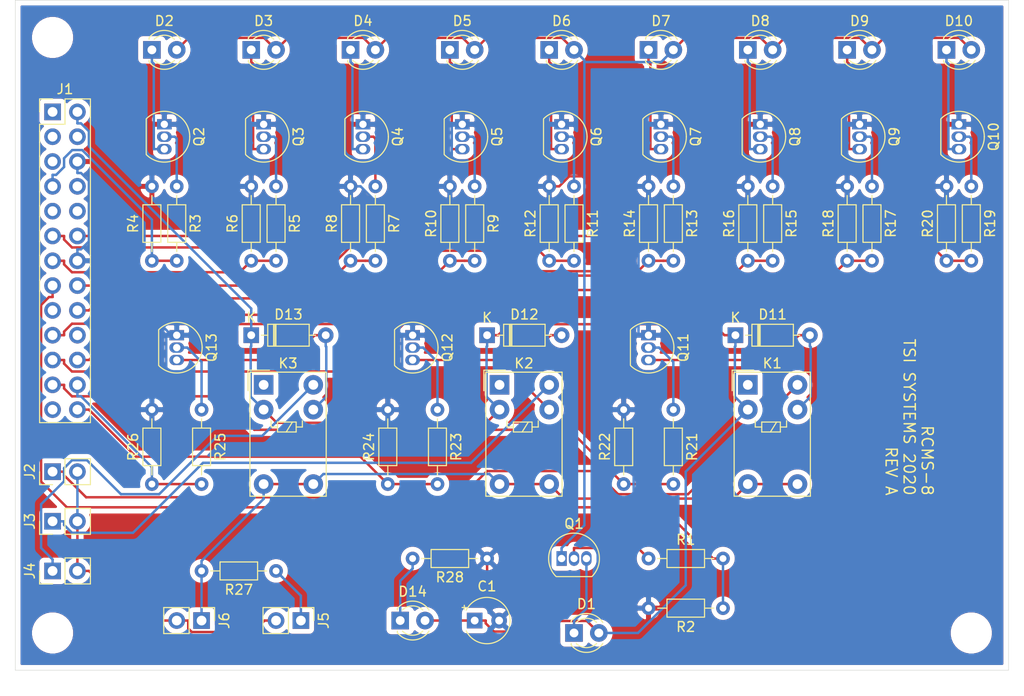
<source format=kicad_pcb>
(kicad_pcb (version 20171130) (host pcbnew "(5.1.6)-1")

  (general
    (thickness 1.6)
    (drawings 5)
    (tracks 408)
    (zones 0)
    (modules 68)
    (nets 63)
  )

  (page A4)
  (layers
    (0 F.Cu signal)
    (31 B.Cu signal)
    (32 B.Adhes user)
    (33 F.Adhes user)
    (34 B.Paste user)
    (35 F.Paste user)
    (36 B.SilkS user)
    (37 F.SilkS user)
    (38 B.Mask user)
    (39 F.Mask user)
    (40 Dwgs.User user)
    (41 Cmts.User user)
    (42 Eco1.User user)
    (43 Eco2.User user)
    (44 Edge.Cuts user)
    (45 Margin user)
    (46 B.CrtYd user)
    (47 F.CrtYd user)
    (48 B.Fab user)
    (49 F.Fab user)
  )

  (setup
    (last_trace_width 0.25)
    (trace_clearance 0.2)
    (zone_clearance 0.508)
    (zone_45_only no)
    (trace_min 0.2)
    (via_size 0.8)
    (via_drill 0.4)
    (via_min_size 0.4)
    (via_min_drill 0.3)
    (uvia_size 0.3)
    (uvia_drill 0.1)
    (uvias_allowed no)
    (uvia_min_size 0.2)
    (uvia_min_drill 0.1)
    (edge_width 0.05)
    (segment_width 0.2)
    (pcb_text_width 0.3)
    (pcb_text_size 1.5 1.5)
    (mod_edge_width 0.12)
    (mod_text_size 1 1)
    (mod_text_width 0.15)
    (pad_size 1.524 1.524)
    (pad_drill 0.762)
    (pad_to_mask_clearance 0.05)
    (aux_axis_origin 0 0)
    (visible_elements 7FFFFFFF)
    (pcbplotparams
      (layerselection 0x010fc_ffffffff)
      (usegerberextensions false)
      (usegerberattributes true)
      (usegerberadvancedattributes true)
      (creategerberjobfile true)
      (excludeedgelayer true)
      (linewidth 0.100000)
      (plotframeref false)
      (viasonmask false)
      (mode 1)
      (useauxorigin false)
      (hpglpennumber 1)
      (hpglpenspeed 20)
      (hpglpendiameter 15.000000)
      (psnegative false)
      (psa4output false)
      (plotreference true)
      (plotvalue true)
      (plotinvisibletext false)
      (padsonsilk false)
      (subtractmaskfromsilk false)
      (outputformat 1)
      (mirror false)
      (drillshape 1)
      (scaleselection 1)
      (outputdirectory ""))
  )

  (net 0 "")
  (net 1 +5V)
  (net 2 GND)
  (net 3 "Net-(D1-Pad1)")
  (net 4 "Net-(D10-Pad2)")
  (net 5 "Net-(D2-Pad1)")
  (net 6 "Net-(D3-Pad1)")
  (net 7 "Net-(D4-Pad1)")
  (net 8 "Net-(D5-Pad1)")
  (net 9 "Net-(D6-Pad1)")
  (net 10 "Net-(D7-Pad1)")
  (net 11 "Net-(D8-Pad1)")
  (net 12 "Net-(D9-Pad1)")
  (net 13 "Net-(D10-Pad1)")
  (net 14 "Net-(D11-Pad2)")
  (net 15 "Net-(D12-Pad2)")
  (net 16 "Net-(D13-Pad2)")
  (net 17 "Net-(D14-Pad1)")
  (net 18 "Net-(J1-Pad1)")
  (net 19 "Net-(J1-Pad3)")
  (net 20 "Net-(J1-Pad4)")
  (net 21 "Net-(J1-Pad5)")
  (net 22 "Net-(J1-Pad7)")
  (net 23 "Net-(J1-Pad8)")
  (net 24 "Net-(J1-Pad9)")
  (net 25 "Net-(J1-Pad10)")
  (net 26 "Net-(J1-Pad11)")
  (net 27 "Net-(J1-Pad12)")
  (net 28 "Net-(J1-Pad13)")
  (net 29 "Net-(J1-Pad15)")
  (net 30 "Net-(J1-Pad16)")
  (net 31 "Net-(J1-Pad17)")
  (net 32 "Net-(J1-Pad18)")
  (net 33 "Net-(J1-Pad19)")
  (net 34 "Net-(J1-Pad20)")
  (net 35 "Net-(J1-Pad21)")
  (net 36 "Net-(J1-Pad22)")
  (net 37 "Net-(J1-Pad23)")
  (net 38 "Net-(J1-Pad24)")
  (net 39 "Net-(J1-Pad25)")
  (net 40 "Net-(J1-Pad26)")
  (net 41 GNDPWR)
  (net 42 "Net-(J2-Pad1)")
  (net 43 "Net-(J3-Pad1)")
  (net 44 "Net-(J4-Pad1)")
  (net 45 "Net-(J5-Pad1)")
  (net 46 "Net-(J6-Pad1)")
  (net 47 "Net-(K1-Pad1)")
  (net 48 "Net-(K2-Pad1)")
  (net 49 "Net-(K3-Pad1)")
  (net 50 "Net-(Q1-Pad2)")
  (net 51 "Net-(Q2-Pad2)")
  (net 52 "Net-(Q3-Pad2)")
  (net 53 "Net-(Q4-Pad2)")
  (net 54 "Net-(Q5-Pad2)")
  (net 55 "Net-(Q6-Pad2)")
  (net 56 "Net-(Q7-Pad2)")
  (net 57 "Net-(Q8-Pad2)")
  (net 58 "Net-(Q9-Pad2)")
  (net 59 "Net-(Q10-Pad2)")
  (net 60 "Net-(Q11-Pad2)")
  (net 61 "Net-(Q12-Pad2)")
  (net 62 "Net-(Q13-Pad2)")

  (net_class Default "This is the default net class."
    (clearance 0.2)
    (trace_width 0.25)
    (via_dia 0.8)
    (via_drill 0.4)
    (uvia_dia 0.3)
    (uvia_drill 0.1)
    (add_net +5V)
    (add_net GND)
    (add_net GNDPWR)
    (add_net "Net-(D1-Pad1)")
    (add_net "Net-(D10-Pad1)")
    (add_net "Net-(D10-Pad2)")
    (add_net "Net-(D11-Pad2)")
    (add_net "Net-(D12-Pad2)")
    (add_net "Net-(D13-Pad2)")
    (add_net "Net-(D14-Pad1)")
    (add_net "Net-(D2-Pad1)")
    (add_net "Net-(D3-Pad1)")
    (add_net "Net-(D4-Pad1)")
    (add_net "Net-(D5-Pad1)")
    (add_net "Net-(D6-Pad1)")
    (add_net "Net-(D7-Pad1)")
    (add_net "Net-(D8-Pad1)")
    (add_net "Net-(D9-Pad1)")
    (add_net "Net-(J1-Pad1)")
    (add_net "Net-(J1-Pad10)")
    (add_net "Net-(J1-Pad11)")
    (add_net "Net-(J1-Pad12)")
    (add_net "Net-(J1-Pad13)")
    (add_net "Net-(J1-Pad15)")
    (add_net "Net-(J1-Pad16)")
    (add_net "Net-(J1-Pad17)")
    (add_net "Net-(J1-Pad18)")
    (add_net "Net-(J1-Pad19)")
    (add_net "Net-(J1-Pad20)")
    (add_net "Net-(J1-Pad21)")
    (add_net "Net-(J1-Pad22)")
    (add_net "Net-(J1-Pad23)")
    (add_net "Net-(J1-Pad24)")
    (add_net "Net-(J1-Pad25)")
    (add_net "Net-(J1-Pad26)")
    (add_net "Net-(J1-Pad3)")
    (add_net "Net-(J1-Pad4)")
    (add_net "Net-(J1-Pad5)")
    (add_net "Net-(J1-Pad7)")
    (add_net "Net-(J1-Pad8)")
    (add_net "Net-(J1-Pad9)")
    (add_net "Net-(J2-Pad1)")
    (add_net "Net-(J3-Pad1)")
    (add_net "Net-(J4-Pad1)")
    (add_net "Net-(J5-Pad1)")
    (add_net "Net-(J6-Pad1)")
    (add_net "Net-(K1-Pad1)")
    (add_net "Net-(K2-Pad1)")
    (add_net "Net-(K3-Pad1)")
    (add_net "Net-(Q1-Pad2)")
    (add_net "Net-(Q10-Pad2)")
    (add_net "Net-(Q11-Pad2)")
    (add_net "Net-(Q12-Pad2)")
    (add_net "Net-(Q13-Pad2)")
    (add_net "Net-(Q2-Pad2)")
    (add_net "Net-(Q3-Pad2)")
    (add_net "Net-(Q4-Pad2)")
    (add_net "Net-(Q5-Pad2)")
    (add_net "Net-(Q6-Pad2)")
    (add_net "Net-(Q7-Pad2)")
    (add_net "Net-(Q8-Pad2)")
    (add_net "Net-(Q9-Pad2)")
  )

  (module MountingHole:MountingHole_3.2mm_M3 (layer F.Cu) (tedit 56D1B4CB) (tstamp 5F52074F)
    (at 194.31 124.46)
    (descr "Mounting Hole 3.2mm, no annular, M3")
    (tags "mounting hole 3.2mm no annular m3")
    (attr virtual)
    (fp_text reference M32 (at 0 -4.2) (layer F.SilkS) hide
      (effects (font (size 1 1) (thickness 0.15)))
    )
    (fp_text value M3 (at 0 4.2) (layer F.Fab)
      (effects (font (size 1 1) (thickness 0.15)))
    )
    (fp_circle (center 0 0) (end 3.45 0) (layer F.CrtYd) (width 0.05))
    (fp_circle (center 0 0) (end 3.2 0) (layer Cmts.User) (width 0.15))
    (fp_text user %R (at 0.3 0) (layer F.Fab)
      (effects (font (size 1 1) (thickness 0.15)))
    )
    (pad 1 np_thru_hole circle (at 0 0) (size 3.2 3.2) (drill 3.2) (layers *.Cu *.Mask))
  )

  (module MountingHole:MountingHole_3.2mm_M3 (layer F.Cu) (tedit 56D1B4CB) (tstamp 5F520732)
    (at 100.33 124.46)
    (descr "Mounting Hole 3.2mm, no annular, M3")
    (tags "mounting hole 3.2mm no annular m3")
    (attr virtual)
    (fp_text reference M33 (at 0 -4.2) (layer F.SilkS) hide
      (effects (font (size 1 1) (thickness 0.15)))
    )
    (fp_text value M3 (at 0 4.2) (layer F.Fab)
      (effects (font (size 1 1) (thickness 0.15)))
    )
    (fp_circle (center 0 0) (end 3.45 0) (layer F.CrtYd) (width 0.05))
    (fp_circle (center 0 0) (end 3.2 0) (layer Cmts.User) (width 0.15))
    (fp_text user %R (at 0.3 0) (layer F.Fab)
      (effects (font (size 1 1) (thickness 0.15)))
    )
    (pad 1 np_thru_hole circle (at 0 0) (size 3.2 3.2) (drill 3.2) (layers *.Cu *.Mask))
  )

  (module MountingHole:MountingHole_3.2mm_M3 (layer F.Cu) (tedit 56D1B4CB) (tstamp 5F5206F8)
    (at 100.33 63.5)
    (descr "Mounting Hole 3.2mm, no annular, M3")
    (tags "mounting hole 3.2mm no annular m3")
    (attr virtual)
    (fp_text reference M31 (at 0 -4.2) (layer F.SilkS) hide
      (effects (font (size 1 1) (thickness 0.15)))
    )
    (fp_text value M3 (at 0 4.2) (layer F.Fab)
      (effects (font (size 1 1) (thickness 0.15)))
    )
    (fp_circle (center 0 0) (end 3.45 0) (layer F.CrtYd) (width 0.05))
    (fp_circle (center 0 0) (end 3.2 0) (layer Cmts.User) (width 0.15))
    (fp_text user %R (at 0.3 0) (layer F.Fab)
      (effects (font (size 1 1) (thickness 0.15)))
    )
    (pad 1 np_thru_hole circle (at 0 0) (size 3.2 3.2) (drill 3.2) (layers *.Cu *.Mask))
  )

  (module Capacitor_THT:CP_Radial_Tantal_D4.5mm_P2.50mm (layer F.Cu) (tedit 5AE50EF0) (tstamp 5F519353)
    (at 143.51 123.19)
    (descr "CP, Radial_Tantal series, Radial, pin pitch=2.50mm, , diameter=4.5mm, Tantal Electrolytic Capacitor, http://cdn-reichelt.de/documents/datenblatt/B300/TANTAL-TB-Serie%23.pdf")
    (tags "CP Radial_Tantal series Radial pin pitch 2.50mm  diameter 4.5mm Tantal Electrolytic Capacitor")
    (path /5F58B41F)
    (fp_text reference C1 (at 1.25 -3.5) (layer F.SilkS)
      (effects (font (size 1 1) (thickness 0.15)))
    )
    (fp_text value 0.1uf (at 1.25 3.5) (layer F.Fab)
      (effects (font (size 1 1) (thickness 0.15)))
    )
    (fp_circle (center 1.25 0) (end 3.5 0) (layer F.Fab) (width 0.1))
    (fp_circle (center 1.25 0) (end 3.78 0) (layer F.CrtYd) (width 0.05))
    (fp_line (start -0.66808 -0.9775) (end -0.21808 -0.9775) (layer F.Fab) (width 0.1))
    (fp_line (start -0.44308 -1.2025) (end -0.44308 -0.7525) (layer F.Fab) (width 0.1))
    (fp_line (start -1.287288 -1.335) (end -0.837288 -1.335) (layer F.SilkS) (width 0.12))
    (fp_line (start -1.062288 -1.56) (end -1.062288 -1.11) (layer F.SilkS) (width 0.12))
    (fp_arc (start 1.25 0) (end -0.869741 -1.06) (angle 306.864288) (layer F.SilkS) (width 0.12))
    (fp_text user %R (at 1.25 0) (layer F.Fab)
      (effects (font (size 0.9 0.9) (thickness 0.135)))
    )
    (pad 1 thru_hole rect (at 0 0) (size 1.6 1.6) (drill 0.8) (layers *.Cu *.Mask)
      (net 1 +5V))
    (pad 2 thru_hole circle (at 2.5 0) (size 1.6 1.6) (drill 0.8) (layers *.Cu *.Mask)
      (net 2 GND))
    (model ${KISYS3DMOD}/Capacitor_THT.3dshapes/CP_Radial_Tantal_D4.5mm_P2.50mm.wrl
      (at (xyz 0 0 0))
      (scale (xyz 1 1 1))
      (rotate (xyz 0 0 0))
    )
  )

  (module LED_THT:LED_D3.0mm (layer F.Cu) (tedit 587A3A7B) (tstamp 5F519366)
    (at 153.67 124.46)
    (descr "LED, diameter 3.0mm, 2 pins")
    (tags "LED diameter 3.0mm 2 pins")
    (path /5F53F0F7)
    (fp_text reference D1 (at 1.27 -2.96) (layer F.SilkS)
      (effects (font (size 1 1) (thickness 0.15)))
    )
    (fp_text value LED-Green (at 1.27 2.96) (layer F.Fab)
      (effects (font (size 1 1) (thickness 0.15)))
    )
    (fp_line (start 3.7 -2.25) (end -1.15 -2.25) (layer F.CrtYd) (width 0.05))
    (fp_line (start 3.7 2.25) (end 3.7 -2.25) (layer F.CrtYd) (width 0.05))
    (fp_line (start -1.15 2.25) (end 3.7 2.25) (layer F.CrtYd) (width 0.05))
    (fp_line (start -1.15 -2.25) (end -1.15 2.25) (layer F.CrtYd) (width 0.05))
    (fp_line (start -0.29 1.08) (end -0.29 1.236) (layer F.SilkS) (width 0.12))
    (fp_line (start -0.29 -1.236) (end -0.29 -1.08) (layer F.SilkS) (width 0.12))
    (fp_line (start -0.23 -1.16619) (end -0.23 1.16619) (layer F.Fab) (width 0.1))
    (fp_circle (center 1.27 0) (end 2.77 0) (layer F.Fab) (width 0.1))
    (fp_arc (start 1.27 0) (end 0.229039 1.08) (angle -87.9) (layer F.SilkS) (width 0.12))
    (fp_arc (start 1.27 0) (end 0.229039 -1.08) (angle 87.9) (layer F.SilkS) (width 0.12))
    (fp_arc (start 1.27 0) (end -0.29 1.235516) (angle -108.8) (layer F.SilkS) (width 0.12))
    (fp_arc (start 1.27 0) (end -0.29 -1.235516) (angle 108.8) (layer F.SilkS) (width 0.12))
    (fp_arc (start 1.27 0) (end -0.23 -1.16619) (angle 284.3) (layer F.Fab) (width 0.1))
    (pad 2 thru_hole circle (at 2.54 0) (size 1.8 1.8) (drill 0.9) (layers *.Cu *.Mask)
      (net 1 +5V))
    (pad 1 thru_hole rect (at 0 0) (size 1.8 1.8) (drill 0.9) (layers *.Cu *.Mask)
      (net 3 "Net-(D1-Pad1)"))
    (model ${KISYS3DMOD}/LED_THT.3dshapes/LED_D3.0mm.wrl
      (at (xyz 0 0 0))
      (scale (xyz 1 1 1))
      (rotate (xyz 0 0 0))
    )
  )

  (module LED_THT:LED_D3.0mm (layer F.Cu) (tedit 587A3A7B) (tstamp 5F519379)
    (at 110.49 64.77)
    (descr "LED, diameter 3.0mm, 2 pins")
    (tags "LED diameter 3.0mm 2 pins")
    (path /5F4AE96E)
    (fp_text reference D2 (at 1.27 -2.96) (layer F.SilkS)
      (effects (font (size 1 1) (thickness 0.15)))
    )
    (fp_text value "LED-IR, STB-1" (at 1.27 2.96) (layer F.Fab)
      (effects (font (size 1 1) (thickness 0.15)))
    )
    (fp_line (start 3.7 -2.25) (end -1.15 -2.25) (layer F.CrtYd) (width 0.05))
    (fp_line (start 3.7 2.25) (end 3.7 -2.25) (layer F.CrtYd) (width 0.05))
    (fp_line (start -1.15 2.25) (end 3.7 2.25) (layer F.CrtYd) (width 0.05))
    (fp_line (start -1.15 -2.25) (end -1.15 2.25) (layer F.CrtYd) (width 0.05))
    (fp_line (start -0.29 1.08) (end -0.29 1.236) (layer F.SilkS) (width 0.12))
    (fp_line (start -0.29 -1.236) (end -0.29 -1.08) (layer F.SilkS) (width 0.12))
    (fp_line (start -0.23 -1.16619) (end -0.23 1.16619) (layer F.Fab) (width 0.1))
    (fp_circle (center 1.27 0) (end 2.77 0) (layer F.Fab) (width 0.1))
    (fp_arc (start 1.27 0) (end 0.229039 1.08) (angle -87.9) (layer F.SilkS) (width 0.12))
    (fp_arc (start 1.27 0) (end 0.229039 -1.08) (angle 87.9) (layer F.SilkS) (width 0.12))
    (fp_arc (start 1.27 0) (end -0.29 1.235516) (angle -108.8) (layer F.SilkS) (width 0.12))
    (fp_arc (start 1.27 0) (end -0.29 -1.235516) (angle 108.8) (layer F.SilkS) (width 0.12))
    (fp_arc (start 1.27 0) (end -0.23 -1.16619) (angle 284.3) (layer F.Fab) (width 0.1))
    (pad 2 thru_hole circle (at 2.54 0) (size 1.8 1.8) (drill 0.9) (layers *.Cu *.Mask)
      (net 4 "Net-(D10-Pad2)"))
    (pad 1 thru_hole rect (at 0 0) (size 1.8 1.8) (drill 0.9) (layers *.Cu *.Mask)
      (net 5 "Net-(D2-Pad1)"))
    (model ${KISYS3DMOD}/LED_THT.3dshapes/LED_D3.0mm.wrl
      (at (xyz 0 0 0))
      (scale (xyz 1 1 1))
      (rotate (xyz 0 0 0))
    )
  )

  (module LED_THT:LED_D3.0mm (layer F.Cu) (tedit 587A3A7B) (tstamp 5F51938C)
    (at 120.65 64.77)
    (descr "LED, diameter 3.0mm, 2 pins")
    (tags "LED diameter 3.0mm 2 pins")
    (path /5F52C3A0)
    (fp_text reference D3 (at 1.27 -2.96) (layer F.SilkS)
      (effects (font (size 1 1) (thickness 0.15)))
    )
    (fp_text value "LED-IR, STB-2" (at 1.27 2.96) (layer F.Fab)
      (effects (font (size 1 1) (thickness 0.15)))
    )
    (fp_circle (center 1.27 0) (end 2.77 0) (layer F.Fab) (width 0.1))
    (fp_line (start -0.23 -1.16619) (end -0.23 1.16619) (layer F.Fab) (width 0.1))
    (fp_line (start -0.29 -1.236) (end -0.29 -1.08) (layer F.SilkS) (width 0.12))
    (fp_line (start -0.29 1.08) (end -0.29 1.236) (layer F.SilkS) (width 0.12))
    (fp_line (start -1.15 -2.25) (end -1.15 2.25) (layer F.CrtYd) (width 0.05))
    (fp_line (start -1.15 2.25) (end 3.7 2.25) (layer F.CrtYd) (width 0.05))
    (fp_line (start 3.7 2.25) (end 3.7 -2.25) (layer F.CrtYd) (width 0.05))
    (fp_line (start 3.7 -2.25) (end -1.15 -2.25) (layer F.CrtYd) (width 0.05))
    (fp_arc (start 1.27 0) (end -0.23 -1.16619) (angle 284.3) (layer F.Fab) (width 0.1))
    (fp_arc (start 1.27 0) (end -0.29 -1.235516) (angle 108.8) (layer F.SilkS) (width 0.12))
    (fp_arc (start 1.27 0) (end -0.29 1.235516) (angle -108.8) (layer F.SilkS) (width 0.12))
    (fp_arc (start 1.27 0) (end 0.229039 -1.08) (angle 87.9) (layer F.SilkS) (width 0.12))
    (fp_arc (start 1.27 0) (end 0.229039 1.08) (angle -87.9) (layer F.SilkS) (width 0.12))
    (pad 1 thru_hole rect (at 0 0) (size 1.8 1.8) (drill 0.9) (layers *.Cu *.Mask)
      (net 6 "Net-(D3-Pad1)"))
    (pad 2 thru_hole circle (at 2.54 0) (size 1.8 1.8) (drill 0.9) (layers *.Cu *.Mask)
      (net 4 "Net-(D10-Pad2)"))
    (model ${KISYS3DMOD}/LED_THT.3dshapes/LED_D3.0mm.wrl
      (at (xyz 0 0 0))
      (scale (xyz 1 1 1))
      (rotate (xyz 0 0 0))
    )
  )

  (module LED_THT:LED_D3.0mm (layer F.Cu) (tedit 587A3A7B) (tstamp 5F51939F)
    (at 130.81 64.77)
    (descr "LED, diameter 3.0mm, 2 pins")
    (tags "LED diameter 3.0mm 2 pins")
    (path /5F52C3E6)
    (fp_text reference D4 (at 1.27 -2.96) (layer F.SilkS)
      (effects (font (size 1 1) (thickness 0.15)))
    )
    (fp_text value "LED-IR, STB-3" (at 1.27 2.96) (layer F.Fab)
      (effects (font (size 1 1) (thickness 0.15)))
    )
    (fp_circle (center 1.27 0) (end 2.77 0) (layer F.Fab) (width 0.1))
    (fp_line (start -0.23 -1.16619) (end -0.23 1.16619) (layer F.Fab) (width 0.1))
    (fp_line (start -0.29 -1.236) (end -0.29 -1.08) (layer F.SilkS) (width 0.12))
    (fp_line (start -0.29 1.08) (end -0.29 1.236) (layer F.SilkS) (width 0.12))
    (fp_line (start -1.15 -2.25) (end -1.15 2.25) (layer F.CrtYd) (width 0.05))
    (fp_line (start -1.15 2.25) (end 3.7 2.25) (layer F.CrtYd) (width 0.05))
    (fp_line (start 3.7 2.25) (end 3.7 -2.25) (layer F.CrtYd) (width 0.05))
    (fp_line (start 3.7 -2.25) (end -1.15 -2.25) (layer F.CrtYd) (width 0.05))
    (fp_arc (start 1.27 0) (end -0.23 -1.16619) (angle 284.3) (layer F.Fab) (width 0.1))
    (fp_arc (start 1.27 0) (end -0.29 -1.235516) (angle 108.8) (layer F.SilkS) (width 0.12))
    (fp_arc (start 1.27 0) (end -0.29 1.235516) (angle -108.8) (layer F.SilkS) (width 0.12))
    (fp_arc (start 1.27 0) (end 0.229039 -1.08) (angle 87.9) (layer F.SilkS) (width 0.12))
    (fp_arc (start 1.27 0) (end 0.229039 1.08) (angle -87.9) (layer F.SilkS) (width 0.12))
    (pad 1 thru_hole rect (at 0 0) (size 1.8 1.8) (drill 0.9) (layers *.Cu *.Mask)
      (net 7 "Net-(D4-Pad1)"))
    (pad 2 thru_hole circle (at 2.54 0) (size 1.8 1.8) (drill 0.9) (layers *.Cu *.Mask)
      (net 4 "Net-(D10-Pad2)"))
    (model ${KISYS3DMOD}/LED_THT.3dshapes/LED_D3.0mm.wrl
      (at (xyz 0 0 0))
      (scale (xyz 1 1 1))
      (rotate (xyz 0 0 0))
    )
  )

  (module LED_THT:LED_D3.0mm (layer F.Cu) (tedit 587A3A7B) (tstamp 5F5193B2)
    (at 140.97 64.77)
    (descr "LED, diameter 3.0mm, 2 pins")
    (tags "LED diameter 3.0mm 2 pins")
    (path /5F52C40E)
    (fp_text reference D5 (at 1.27 -2.96) (layer F.SilkS)
      (effects (font (size 1 1) (thickness 0.15)))
    )
    (fp_text value "LED-IR, STB-4" (at 1.27 2.96) (layer F.Fab)
      (effects (font (size 1 1) (thickness 0.15)))
    )
    (fp_line (start 3.7 -2.25) (end -1.15 -2.25) (layer F.CrtYd) (width 0.05))
    (fp_line (start 3.7 2.25) (end 3.7 -2.25) (layer F.CrtYd) (width 0.05))
    (fp_line (start -1.15 2.25) (end 3.7 2.25) (layer F.CrtYd) (width 0.05))
    (fp_line (start -1.15 -2.25) (end -1.15 2.25) (layer F.CrtYd) (width 0.05))
    (fp_line (start -0.29 1.08) (end -0.29 1.236) (layer F.SilkS) (width 0.12))
    (fp_line (start -0.29 -1.236) (end -0.29 -1.08) (layer F.SilkS) (width 0.12))
    (fp_line (start -0.23 -1.16619) (end -0.23 1.16619) (layer F.Fab) (width 0.1))
    (fp_circle (center 1.27 0) (end 2.77 0) (layer F.Fab) (width 0.1))
    (fp_arc (start 1.27 0) (end 0.229039 1.08) (angle -87.9) (layer F.SilkS) (width 0.12))
    (fp_arc (start 1.27 0) (end 0.229039 -1.08) (angle 87.9) (layer F.SilkS) (width 0.12))
    (fp_arc (start 1.27 0) (end -0.29 1.235516) (angle -108.8) (layer F.SilkS) (width 0.12))
    (fp_arc (start 1.27 0) (end -0.29 -1.235516) (angle 108.8) (layer F.SilkS) (width 0.12))
    (fp_arc (start 1.27 0) (end -0.23 -1.16619) (angle 284.3) (layer F.Fab) (width 0.1))
    (pad 2 thru_hole circle (at 2.54 0) (size 1.8 1.8) (drill 0.9) (layers *.Cu *.Mask)
      (net 4 "Net-(D10-Pad2)"))
    (pad 1 thru_hole rect (at 0 0) (size 1.8 1.8) (drill 0.9) (layers *.Cu *.Mask)
      (net 8 "Net-(D5-Pad1)"))
    (model ${KISYS3DMOD}/LED_THT.3dshapes/LED_D3.0mm.wrl
      (at (xyz 0 0 0))
      (scale (xyz 1 1 1))
      (rotate (xyz 0 0 0))
    )
  )

  (module LED_THT:LED_D3.0mm (layer F.Cu) (tedit 587A3A7B) (tstamp 5F5193C5)
    (at 151.13 64.77)
    (descr "LED, diameter 3.0mm, 2 pins")
    (tags "LED diameter 3.0mm 2 pins")
    (path /5F558690)
    (fp_text reference D6 (at 1.27 -2.96) (layer F.SilkS)
      (effects (font (size 1 1) (thickness 0.15)))
    )
    (fp_text value "LED-IR, STB-5" (at 1.27 2.96) (layer F.Fab)
      (effects (font (size 1 1) (thickness 0.15)))
    )
    (fp_circle (center 1.27 0) (end 2.77 0) (layer F.Fab) (width 0.1))
    (fp_line (start -0.23 -1.16619) (end -0.23 1.16619) (layer F.Fab) (width 0.1))
    (fp_line (start -0.29 -1.236) (end -0.29 -1.08) (layer F.SilkS) (width 0.12))
    (fp_line (start -0.29 1.08) (end -0.29 1.236) (layer F.SilkS) (width 0.12))
    (fp_line (start -1.15 -2.25) (end -1.15 2.25) (layer F.CrtYd) (width 0.05))
    (fp_line (start -1.15 2.25) (end 3.7 2.25) (layer F.CrtYd) (width 0.05))
    (fp_line (start 3.7 2.25) (end 3.7 -2.25) (layer F.CrtYd) (width 0.05))
    (fp_line (start 3.7 -2.25) (end -1.15 -2.25) (layer F.CrtYd) (width 0.05))
    (fp_arc (start 1.27 0) (end -0.23 -1.16619) (angle 284.3) (layer F.Fab) (width 0.1))
    (fp_arc (start 1.27 0) (end -0.29 -1.235516) (angle 108.8) (layer F.SilkS) (width 0.12))
    (fp_arc (start 1.27 0) (end -0.29 1.235516) (angle -108.8) (layer F.SilkS) (width 0.12))
    (fp_arc (start 1.27 0) (end 0.229039 -1.08) (angle 87.9) (layer F.SilkS) (width 0.12))
    (fp_arc (start 1.27 0) (end 0.229039 1.08) (angle -87.9) (layer F.SilkS) (width 0.12))
    (pad 1 thru_hole rect (at 0 0) (size 1.8 1.8) (drill 0.9) (layers *.Cu *.Mask)
      (net 9 "Net-(D6-Pad1)"))
    (pad 2 thru_hole circle (at 2.54 0) (size 1.8 1.8) (drill 0.9) (layers *.Cu *.Mask)
      (net 4 "Net-(D10-Pad2)"))
    (model ${KISYS3DMOD}/LED_THT.3dshapes/LED_D3.0mm.wrl
      (at (xyz 0 0 0))
      (scale (xyz 1 1 1))
      (rotate (xyz 0 0 0))
    )
  )

  (module LED_THT:LED_D3.0mm (layer F.Cu) (tedit 587A3A7B) (tstamp 5F5193D8)
    (at 161.29 64.77)
    (descr "LED, diameter 3.0mm, 2 pins")
    (tags "LED diameter 3.0mm 2 pins")
    (path /5F4B8079)
    (fp_text reference D7 (at 1.27 -2.96) (layer F.SilkS)
      (effects (font (size 1 1) (thickness 0.15)))
    )
    (fp_text value "LED-IR. STB-6" (at 1.27 2.96) (layer F.Fab)
      (effects (font (size 1 1) (thickness 0.15)))
    )
    (fp_circle (center 1.27 0) (end 2.77 0) (layer F.Fab) (width 0.1))
    (fp_line (start -0.23 -1.16619) (end -0.23 1.16619) (layer F.Fab) (width 0.1))
    (fp_line (start -0.29 -1.236) (end -0.29 -1.08) (layer F.SilkS) (width 0.12))
    (fp_line (start -0.29 1.08) (end -0.29 1.236) (layer F.SilkS) (width 0.12))
    (fp_line (start -1.15 -2.25) (end -1.15 2.25) (layer F.CrtYd) (width 0.05))
    (fp_line (start -1.15 2.25) (end 3.7 2.25) (layer F.CrtYd) (width 0.05))
    (fp_line (start 3.7 2.25) (end 3.7 -2.25) (layer F.CrtYd) (width 0.05))
    (fp_line (start 3.7 -2.25) (end -1.15 -2.25) (layer F.CrtYd) (width 0.05))
    (fp_arc (start 1.27 0) (end -0.23 -1.16619) (angle 284.3) (layer F.Fab) (width 0.1))
    (fp_arc (start 1.27 0) (end -0.29 -1.235516) (angle 108.8) (layer F.SilkS) (width 0.12))
    (fp_arc (start 1.27 0) (end -0.29 1.235516) (angle -108.8) (layer F.SilkS) (width 0.12))
    (fp_arc (start 1.27 0) (end 0.229039 -1.08) (angle 87.9) (layer F.SilkS) (width 0.12))
    (fp_arc (start 1.27 0) (end 0.229039 1.08) (angle -87.9) (layer F.SilkS) (width 0.12))
    (pad 1 thru_hole rect (at 0 0) (size 1.8 1.8) (drill 0.9) (layers *.Cu *.Mask)
      (net 10 "Net-(D7-Pad1)"))
    (pad 2 thru_hole circle (at 2.54 0) (size 1.8 1.8) (drill 0.9) (layers *.Cu *.Mask)
      (net 4 "Net-(D10-Pad2)"))
    (model ${KISYS3DMOD}/LED_THT.3dshapes/LED_D3.0mm.wrl
      (at (xyz 0 0 0))
      (scale (xyz 1 1 1))
      (rotate (xyz 0 0 0))
    )
  )

  (module LED_THT:LED_D3.0mm (layer F.Cu) (tedit 587A3A7B) (tstamp 5F5193EB)
    (at 171.45 64.77)
    (descr "LED, diameter 3.0mm, 2 pins")
    (tags "LED diameter 3.0mm 2 pins")
    (path /5F525CDF)
    (fp_text reference D8 (at 1.27 -2.96) (layer F.SilkS)
      (effects (font (size 1 1) (thickness 0.15)))
    )
    (fp_text value "LED-IR, STB-7" (at 1.27 2.96) (layer F.Fab)
      (effects (font (size 1 1) (thickness 0.15)))
    )
    (fp_circle (center 1.27 0) (end 2.77 0) (layer F.Fab) (width 0.1))
    (fp_line (start -0.23 -1.16619) (end -0.23 1.16619) (layer F.Fab) (width 0.1))
    (fp_line (start -0.29 -1.236) (end -0.29 -1.08) (layer F.SilkS) (width 0.12))
    (fp_line (start -0.29 1.08) (end -0.29 1.236) (layer F.SilkS) (width 0.12))
    (fp_line (start -1.15 -2.25) (end -1.15 2.25) (layer F.CrtYd) (width 0.05))
    (fp_line (start -1.15 2.25) (end 3.7 2.25) (layer F.CrtYd) (width 0.05))
    (fp_line (start 3.7 2.25) (end 3.7 -2.25) (layer F.CrtYd) (width 0.05))
    (fp_line (start 3.7 -2.25) (end -1.15 -2.25) (layer F.CrtYd) (width 0.05))
    (fp_arc (start 1.27 0) (end -0.23 -1.16619) (angle 284.3) (layer F.Fab) (width 0.1))
    (fp_arc (start 1.27 0) (end -0.29 -1.235516) (angle 108.8) (layer F.SilkS) (width 0.12))
    (fp_arc (start 1.27 0) (end -0.29 1.235516) (angle -108.8) (layer F.SilkS) (width 0.12))
    (fp_arc (start 1.27 0) (end 0.229039 -1.08) (angle 87.9) (layer F.SilkS) (width 0.12))
    (fp_arc (start 1.27 0) (end 0.229039 1.08) (angle -87.9) (layer F.SilkS) (width 0.12))
    (pad 1 thru_hole rect (at 0 0) (size 1.8 1.8) (drill 0.9) (layers *.Cu *.Mask)
      (net 11 "Net-(D8-Pad1)"))
    (pad 2 thru_hole circle (at 2.54 0) (size 1.8 1.8) (drill 0.9) (layers *.Cu *.Mask)
      (net 4 "Net-(D10-Pad2)"))
    (model ${KISYS3DMOD}/LED_THT.3dshapes/LED_D3.0mm.wrl
      (at (xyz 0 0 0))
      (scale (xyz 1 1 1))
      (rotate (xyz 0 0 0))
    )
  )

  (module LED_THT:LED_D3.0mm (layer F.Cu) (tedit 587A3A7B) (tstamp 5F5193FE)
    (at 181.61 64.77)
    (descr "LED, diameter 3.0mm, 2 pins")
    (tags "LED diameter 3.0mm 2 pins")
    (path /5F527D41)
    (fp_text reference D9 (at 1.27 -2.96) (layer F.SilkS)
      (effects (font (size 1 1) (thickness 0.15)))
    )
    (fp_text value "LED-IR, STB-8" (at 1.27 2.96) (layer F.Fab)
      (effects (font (size 1 1) (thickness 0.15)))
    )
    (fp_line (start 3.7 -2.25) (end -1.15 -2.25) (layer F.CrtYd) (width 0.05))
    (fp_line (start 3.7 2.25) (end 3.7 -2.25) (layer F.CrtYd) (width 0.05))
    (fp_line (start -1.15 2.25) (end 3.7 2.25) (layer F.CrtYd) (width 0.05))
    (fp_line (start -1.15 -2.25) (end -1.15 2.25) (layer F.CrtYd) (width 0.05))
    (fp_line (start -0.29 1.08) (end -0.29 1.236) (layer F.SilkS) (width 0.12))
    (fp_line (start -0.29 -1.236) (end -0.29 -1.08) (layer F.SilkS) (width 0.12))
    (fp_line (start -0.23 -1.16619) (end -0.23 1.16619) (layer F.Fab) (width 0.1))
    (fp_circle (center 1.27 0) (end 2.77 0) (layer F.Fab) (width 0.1))
    (fp_arc (start 1.27 0) (end 0.229039 1.08) (angle -87.9) (layer F.SilkS) (width 0.12))
    (fp_arc (start 1.27 0) (end 0.229039 -1.08) (angle 87.9) (layer F.SilkS) (width 0.12))
    (fp_arc (start 1.27 0) (end -0.29 1.235516) (angle -108.8) (layer F.SilkS) (width 0.12))
    (fp_arc (start 1.27 0) (end -0.29 -1.235516) (angle 108.8) (layer F.SilkS) (width 0.12))
    (fp_arc (start 1.27 0) (end -0.23 -1.16619) (angle 284.3) (layer F.Fab) (width 0.1))
    (pad 2 thru_hole circle (at 2.54 0) (size 1.8 1.8) (drill 0.9) (layers *.Cu *.Mask)
      (net 4 "Net-(D10-Pad2)"))
    (pad 1 thru_hole rect (at 0 0) (size 1.8 1.8) (drill 0.9) (layers *.Cu *.Mask)
      (net 12 "Net-(D9-Pad1)"))
    (model ${KISYS3DMOD}/LED_THT.3dshapes/LED_D3.0mm.wrl
      (at (xyz 0 0 0))
      (scale (xyz 1 1 1))
      (rotate (xyz 0 0 0))
    )
  )

  (module LED_THT:LED_D3.0mm (layer F.Cu) (tedit 587A3A7B) (tstamp 5F519411)
    (at 191.77 64.77)
    (descr "LED, diameter 3.0mm, 2 pins")
    (tags "LED diameter 3.0mm 2 pins")
    (path /5F529B87)
    (fp_text reference D10 (at 1.27 -2.96) (layer F.SilkS)
      (effects (font (size 1 1) (thickness 0.15)))
    )
    (fp_text value "LED-IR, HDMI Sw" (at 1.27 2.96) (layer F.Fab)
      (effects (font (size 1 1) (thickness 0.15)))
    )
    (fp_circle (center 1.27 0) (end 2.77 0) (layer F.Fab) (width 0.1))
    (fp_line (start -0.23 -1.16619) (end -0.23 1.16619) (layer F.Fab) (width 0.1))
    (fp_line (start -0.29 -1.236) (end -0.29 -1.08) (layer F.SilkS) (width 0.12))
    (fp_line (start -0.29 1.08) (end -0.29 1.236) (layer F.SilkS) (width 0.12))
    (fp_line (start -1.15 -2.25) (end -1.15 2.25) (layer F.CrtYd) (width 0.05))
    (fp_line (start -1.15 2.25) (end 3.7 2.25) (layer F.CrtYd) (width 0.05))
    (fp_line (start 3.7 2.25) (end 3.7 -2.25) (layer F.CrtYd) (width 0.05))
    (fp_line (start 3.7 -2.25) (end -1.15 -2.25) (layer F.CrtYd) (width 0.05))
    (fp_arc (start 1.27 0) (end -0.23 -1.16619) (angle 284.3) (layer F.Fab) (width 0.1))
    (fp_arc (start 1.27 0) (end -0.29 -1.235516) (angle 108.8) (layer F.SilkS) (width 0.12))
    (fp_arc (start 1.27 0) (end -0.29 1.235516) (angle -108.8) (layer F.SilkS) (width 0.12))
    (fp_arc (start 1.27 0) (end 0.229039 -1.08) (angle 87.9) (layer F.SilkS) (width 0.12))
    (fp_arc (start 1.27 0) (end 0.229039 1.08) (angle -87.9) (layer F.SilkS) (width 0.12))
    (pad 1 thru_hole rect (at 0 0) (size 1.8 1.8) (drill 0.9) (layers *.Cu *.Mask)
      (net 13 "Net-(D10-Pad1)"))
    (pad 2 thru_hole circle (at 2.54 0) (size 1.8 1.8) (drill 0.9) (layers *.Cu *.Mask)
      (net 4 "Net-(D10-Pad2)"))
    (model ${KISYS3DMOD}/LED_THT.3dshapes/LED_D3.0mm.wrl
      (at (xyz 0 0 0))
      (scale (xyz 1 1 1))
      (rotate (xyz 0 0 0))
    )
  )

  (module Diode_THT:D_DO-35_SOD27_P7.62mm_Horizontal (layer F.Cu) (tedit 5AE50CD5) (tstamp 5F519430)
    (at 170.18 93.98)
    (descr "Diode, DO-35_SOD27 series, Axial, Horizontal, pin pitch=7.62mm, , length*diameter=4*2mm^2, , http://www.diodes.com/_files/packages/DO-35.pdf")
    (tags "Diode DO-35_SOD27 series Axial Horizontal pin pitch 7.62mm  length 4mm diameter 2mm")
    (path /5F4BF421)
    (fp_text reference D11 (at 3.81 -2.12) (layer F.SilkS)
      (effects (font (size 1 1) (thickness 0.15)))
    )
    (fp_text value 1N4148 (at 3.81 2.12) (layer F.Fab)
      (effects (font (size 1 1) (thickness 0.15)))
    )
    (fp_line (start 1.81 -1) (end 1.81 1) (layer F.Fab) (width 0.1))
    (fp_line (start 1.81 1) (end 5.81 1) (layer F.Fab) (width 0.1))
    (fp_line (start 5.81 1) (end 5.81 -1) (layer F.Fab) (width 0.1))
    (fp_line (start 5.81 -1) (end 1.81 -1) (layer F.Fab) (width 0.1))
    (fp_line (start 0 0) (end 1.81 0) (layer F.Fab) (width 0.1))
    (fp_line (start 7.62 0) (end 5.81 0) (layer F.Fab) (width 0.1))
    (fp_line (start 2.41 -1) (end 2.41 1) (layer F.Fab) (width 0.1))
    (fp_line (start 2.51 -1) (end 2.51 1) (layer F.Fab) (width 0.1))
    (fp_line (start 2.31 -1) (end 2.31 1) (layer F.Fab) (width 0.1))
    (fp_line (start 1.69 -1.12) (end 1.69 1.12) (layer F.SilkS) (width 0.12))
    (fp_line (start 1.69 1.12) (end 5.93 1.12) (layer F.SilkS) (width 0.12))
    (fp_line (start 5.93 1.12) (end 5.93 -1.12) (layer F.SilkS) (width 0.12))
    (fp_line (start 5.93 -1.12) (end 1.69 -1.12) (layer F.SilkS) (width 0.12))
    (fp_line (start 1.04 0) (end 1.69 0) (layer F.SilkS) (width 0.12))
    (fp_line (start 6.58 0) (end 5.93 0) (layer F.SilkS) (width 0.12))
    (fp_line (start 2.41 -1.12) (end 2.41 1.12) (layer F.SilkS) (width 0.12))
    (fp_line (start 2.53 -1.12) (end 2.53 1.12) (layer F.SilkS) (width 0.12))
    (fp_line (start 2.29 -1.12) (end 2.29 1.12) (layer F.SilkS) (width 0.12))
    (fp_line (start -1.05 -1.25) (end -1.05 1.25) (layer F.CrtYd) (width 0.05))
    (fp_line (start -1.05 1.25) (end 8.67 1.25) (layer F.CrtYd) (width 0.05))
    (fp_line (start 8.67 1.25) (end 8.67 -1.25) (layer F.CrtYd) (width 0.05))
    (fp_line (start 8.67 -1.25) (end -1.05 -1.25) (layer F.CrtYd) (width 0.05))
    (fp_text user %R (at 4.11 0) (layer F.Fab)
      (effects (font (size 0.8 0.8) (thickness 0.12)))
    )
    (fp_text user K (at 0 -1.8) (layer F.Fab)
      (effects (font (size 1 1) (thickness 0.15)))
    )
    (fp_text user K (at 0 -1.8) (layer F.SilkS)
      (effects (font (size 1 1) (thickness 0.15)))
    )
    (pad 1 thru_hole rect (at 0 0) (size 1.6 1.6) (drill 0.8) (layers *.Cu *.Mask)
      (net 1 +5V))
    (pad 2 thru_hole oval (at 7.62 0) (size 1.6 1.6) (drill 0.8) (layers *.Cu *.Mask)
      (net 14 "Net-(D11-Pad2)"))
    (model ${KISYS3DMOD}/Diode_THT.3dshapes/D_DO-35_SOD27_P7.62mm_Horizontal.wrl
      (at (xyz 0 0 0))
      (scale (xyz 1 1 1))
      (rotate (xyz 0 0 0))
    )
  )

  (module Diode_THT:D_DO-35_SOD27_P7.62mm_Horizontal (layer F.Cu) (tedit 5AE50CD5) (tstamp 5F51944F)
    (at 144.78 93.98)
    (descr "Diode, DO-35_SOD27 series, Axial, Horizontal, pin pitch=7.62mm, , length*diameter=4*2mm^2, , http://www.diodes.com/_files/packages/DO-35.pdf")
    (tags "Diode DO-35_SOD27 series Axial Horizontal pin pitch 7.62mm  length 4mm diameter 2mm")
    (path /5F4E3815)
    (fp_text reference D12 (at 3.81 -2.12) (layer F.SilkS)
      (effects (font (size 1 1) (thickness 0.15)))
    )
    (fp_text value 1N4148 (at 3.81 2.12) (layer F.Fab)
      (effects (font (size 1 1) (thickness 0.15)))
    )
    (fp_line (start 1.81 -1) (end 1.81 1) (layer F.Fab) (width 0.1))
    (fp_line (start 1.81 1) (end 5.81 1) (layer F.Fab) (width 0.1))
    (fp_line (start 5.81 1) (end 5.81 -1) (layer F.Fab) (width 0.1))
    (fp_line (start 5.81 -1) (end 1.81 -1) (layer F.Fab) (width 0.1))
    (fp_line (start 0 0) (end 1.81 0) (layer F.Fab) (width 0.1))
    (fp_line (start 7.62 0) (end 5.81 0) (layer F.Fab) (width 0.1))
    (fp_line (start 2.41 -1) (end 2.41 1) (layer F.Fab) (width 0.1))
    (fp_line (start 2.51 -1) (end 2.51 1) (layer F.Fab) (width 0.1))
    (fp_line (start 2.31 -1) (end 2.31 1) (layer F.Fab) (width 0.1))
    (fp_line (start 1.69 -1.12) (end 1.69 1.12) (layer F.SilkS) (width 0.12))
    (fp_line (start 1.69 1.12) (end 5.93 1.12) (layer F.SilkS) (width 0.12))
    (fp_line (start 5.93 1.12) (end 5.93 -1.12) (layer F.SilkS) (width 0.12))
    (fp_line (start 5.93 -1.12) (end 1.69 -1.12) (layer F.SilkS) (width 0.12))
    (fp_line (start 1.04 0) (end 1.69 0) (layer F.SilkS) (width 0.12))
    (fp_line (start 6.58 0) (end 5.93 0) (layer F.SilkS) (width 0.12))
    (fp_line (start 2.41 -1.12) (end 2.41 1.12) (layer F.SilkS) (width 0.12))
    (fp_line (start 2.53 -1.12) (end 2.53 1.12) (layer F.SilkS) (width 0.12))
    (fp_line (start 2.29 -1.12) (end 2.29 1.12) (layer F.SilkS) (width 0.12))
    (fp_line (start -1.05 -1.25) (end -1.05 1.25) (layer F.CrtYd) (width 0.05))
    (fp_line (start -1.05 1.25) (end 8.67 1.25) (layer F.CrtYd) (width 0.05))
    (fp_line (start 8.67 1.25) (end 8.67 -1.25) (layer F.CrtYd) (width 0.05))
    (fp_line (start 8.67 -1.25) (end -1.05 -1.25) (layer F.CrtYd) (width 0.05))
    (fp_text user %R (at 4.11 0) (layer F.Fab)
      (effects (font (size 0.8 0.8) (thickness 0.12)))
    )
    (fp_text user K (at 0 -1.8) (layer F.Fab)
      (effects (font (size 1 1) (thickness 0.15)))
    )
    (fp_text user K (at 0 -1.8) (layer F.SilkS)
      (effects (font (size 1 1) (thickness 0.15)))
    )
    (pad 1 thru_hole rect (at 0 0) (size 1.6 1.6) (drill 0.8) (layers *.Cu *.Mask)
      (net 1 +5V))
    (pad 2 thru_hole oval (at 7.62 0) (size 1.6 1.6) (drill 0.8) (layers *.Cu *.Mask)
      (net 15 "Net-(D12-Pad2)"))
    (model ${KISYS3DMOD}/Diode_THT.3dshapes/D_DO-35_SOD27_P7.62mm_Horizontal.wrl
      (at (xyz 0 0 0))
      (scale (xyz 1 1 1))
      (rotate (xyz 0 0 0))
    )
  )

  (module Diode_THT:D_DO-35_SOD27_P7.62mm_Horizontal (layer F.Cu) (tedit 5AE50CD5) (tstamp 5F51946E)
    (at 120.65 93.98)
    (descr "Diode, DO-35_SOD27 series, Axial, Horizontal, pin pitch=7.62mm, , length*diameter=4*2mm^2, , http://www.diodes.com/_files/packages/DO-35.pdf")
    (tags "Diode DO-35_SOD27 series Axial Horizontal pin pitch 7.62mm  length 4mm diameter 2mm")
    (path /5F4E7EF9)
    (fp_text reference D13 (at 3.81 -2.12) (layer F.SilkS)
      (effects (font (size 1 1) (thickness 0.15)))
    )
    (fp_text value 1N4148 (at 3.81 2.12) (layer F.Fab)
      (effects (font (size 1 1) (thickness 0.15)))
    )
    (fp_line (start 8.67 -1.25) (end -1.05 -1.25) (layer F.CrtYd) (width 0.05))
    (fp_line (start 8.67 1.25) (end 8.67 -1.25) (layer F.CrtYd) (width 0.05))
    (fp_line (start -1.05 1.25) (end 8.67 1.25) (layer F.CrtYd) (width 0.05))
    (fp_line (start -1.05 -1.25) (end -1.05 1.25) (layer F.CrtYd) (width 0.05))
    (fp_line (start 2.29 -1.12) (end 2.29 1.12) (layer F.SilkS) (width 0.12))
    (fp_line (start 2.53 -1.12) (end 2.53 1.12) (layer F.SilkS) (width 0.12))
    (fp_line (start 2.41 -1.12) (end 2.41 1.12) (layer F.SilkS) (width 0.12))
    (fp_line (start 6.58 0) (end 5.93 0) (layer F.SilkS) (width 0.12))
    (fp_line (start 1.04 0) (end 1.69 0) (layer F.SilkS) (width 0.12))
    (fp_line (start 5.93 -1.12) (end 1.69 -1.12) (layer F.SilkS) (width 0.12))
    (fp_line (start 5.93 1.12) (end 5.93 -1.12) (layer F.SilkS) (width 0.12))
    (fp_line (start 1.69 1.12) (end 5.93 1.12) (layer F.SilkS) (width 0.12))
    (fp_line (start 1.69 -1.12) (end 1.69 1.12) (layer F.SilkS) (width 0.12))
    (fp_line (start 2.31 -1) (end 2.31 1) (layer F.Fab) (width 0.1))
    (fp_line (start 2.51 -1) (end 2.51 1) (layer F.Fab) (width 0.1))
    (fp_line (start 2.41 -1) (end 2.41 1) (layer F.Fab) (width 0.1))
    (fp_line (start 7.62 0) (end 5.81 0) (layer F.Fab) (width 0.1))
    (fp_line (start 0 0) (end 1.81 0) (layer F.Fab) (width 0.1))
    (fp_line (start 5.81 -1) (end 1.81 -1) (layer F.Fab) (width 0.1))
    (fp_line (start 5.81 1) (end 5.81 -1) (layer F.Fab) (width 0.1))
    (fp_line (start 1.81 1) (end 5.81 1) (layer F.Fab) (width 0.1))
    (fp_line (start 1.81 -1) (end 1.81 1) (layer F.Fab) (width 0.1))
    (fp_text user K (at 0 -1.8) (layer F.SilkS)
      (effects (font (size 1 1) (thickness 0.15)))
    )
    (fp_text user K (at 0 -1.8) (layer F.Fab)
      (effects (font (size 1 1) (thickness 0.15)))
    )
    (fp_text user %R (at 4.11 0) (layer F.Fab)
      (effects (font (size 0.8 0.8) (thickness 0.12)))
    )
    (pad 2 thru_hole oval (at 7.62 0) (size 1.6 1.6) (drill 0.8) (layers *.Cu *.Mask)
      (net 16 "Net-(D13-Pad2)"))
    (pad 1 thru_hole rect (at 0 0) (size 1.6 1.6) (drill 0.8) (layers *.Cu *.Mask)
      (net 1 +5V))
    (model ${KISYS3DMOD}/Diode_THT.3dshapes/D_DO-35_SOD27_P7.62mm_Horizontal.wrl
      (at (xyz 0 0 0))
      (scale (xyz 1 1 1))
      (rotate (xyz 0 0 0))
    )
  )

  (module LED_THT:LED_D3.0mm (layer F.Cu) (tedit 587A3A7B) (tstamp 5F519481)
    (at 135.89 123.19)
    (descr "LED, diameter 3.0mm, 2 pins")
    (tags "LED diameter 3.0mm 2 pins")
    (path /5F7E826C)
    (fp_text reference D14 (at 1.27 -2.96) (layer F.SilkS)
      (effects (font (size 1 1) (thickness 0.15)))
    )
    (fp_text value LED-Power (at 1.27 2.96) (layer F.Fab)
      (effects (font (size 1 1) (thickness 0.15)))
    )
    (fp_line (start 3.7 -2.25) (end -1.15 -2.25) (layer F.CrtYd) (width 0.05))
    (fp_line (start 3.7 2.25) (end 3.7 -2.25) (layer F.CrtYd) (width 0.05))
    (fp_line (start -1.15 2.25) (end 3.7 2.25) (layer F.CrtYd) (width 0.05))
    (fp_line (start -1.15 -2.25) (end -1.15 2.25) (layer F.CrtYd) (width 0.05))
    (fp_line (start -0.29 1.08) (end -0.29 1.236) (layer F.SilkS) (width 0.12))
    (fp_line (start -0.29 -1.236) (end -0.29 -1.08) (layer F.SilkS) (width 0.12))
    (fp_line (start -0.23 -1.16619) (end -0.23 1.16619) (layer F.Fab) (width 0.1))
    (fp_circle (center 1.27 0) (end 2.77 0) (layer F.Fab) (width 0.1))
    (fp_arc (start 1.27 0) (end 0.229039 1.08) (angle -87.9) (layer F.SilkS) (width 0.12))
    (fp_arc (start 1.27 0) (end 0.229039 -1.08) (angle 87.9) (layer F.SilkS) (width 0.12))
    (fp_arc (start 1.27 0) (end -0.29 1.235516) (angle -108.8) (layer F.SilkS) (width 0.12))
    (fp_arc (start 1.27 0) (end -0.29 -1.235516) (angle 108.8) (layer F.SilkS) (width 0.12))
    (fp_arc (start 1.27 0) (end -0.23 -1.16619) (angle 284.3) (layer F.Fab) (width 0.1))
    (pad 2 thru_hole circle (at 2.54 0) (size 1.8 1.8) (drill 0.9) (layers *.Cu *.Mask)
      (net 1 +5V))
    (pad 1 thru_hole rect (at 0 0) (size 1.8 1.8) (drill 0.9) (layers *.Cu *.Mask)
      (net 17 "Net-(D14-Pad1)"))
    (model ${KISYS3DMOD}/LED_THT.3dshapes/LED_D3.0mm.wrl
      (at (xyz 0 0 0))
      (scale (xyz 1 1 1))
      (rotate (xyz 0 0 0))
    )
  )

  (module Connector_PinHeader_2.54mm:PinHeader_2x13_P2.54mm_Vertical (layer F.Cu) (tedit 59FED5CC) (tstamp 5F5194B1)
    (at 100.33 71.12)
    (descr "Through hole straight pin header, 2x13, 2.54mm pitch, double rows")
    (tags "Through hole pin header THT 2x13 2.54mm double row")
    (path /5F4B42D6)
    (fp_text reference J1 (at 1.27 -2.33) (layer F.SilkS)
      (effects (font (size 1 1) (thickness 0.15)))
    )
    (fp_text value "26-pin IDC male" (at 1.27 32.81) (layer F.Fab)
      (effects (font (size 1 1) (thickness 0.15)))
    )
    (fp_line (start 0 -1.27) (end 3.81 -1.27) (layer F.Fab) (width 0.1))
    (fp_line (start 3.81 -1.27) (end 3.81 31.75) (layer F.Fab) (width 0.1))
    (fp_line (start 3.81 31.75) (end -1.27 31.75) (layer F.Fab) (width 0.1))
    (fp_line (start -1.27 31.75) (end -1.27 0) (layer F.Fab) (width 0.1))
    (fp_line (start -1.27 0) (end 0 -1.27) (layer F.Fab) (width 0.1))
    (fp_line (start -1.33 31.81) (end 3.87 31.81) (layer F.SilkS) (width 0.12))
    (fp_line (start -1.33 1.27) (end -1.33 31.81) (layer F.SilkS) (width 0.12))
    (fp_line (start 3.87 -1.33) (end 3.87 31.81) (layer F.SilkS) (width 0.12))
    (fp_line (start -1.33 1.27) (end 1.27 1.27) (layer F.SilkS) (width 0.12))
    (fp_line (start 1.27 1.27) (end 1.27 -1.33) (layer F.SilkS) (width 0.12))
    (fp_line (start 1.27 -1.33) (end 3.87 -1.33) (layer F.SilkS) (width 0.12))
    (fp_line (start -1.33 0) (end -1.33 -1.33) (layer F.SilkS) (width 0.12))
    (fp_line (start -1.33 -1.33) (end 0 -1.33) (layer F.SilkS) (width 0.12))
    (fp_line (start -1.8 -1.8) (end -1.8 32.25) (layer F.CrtYd) (width 0.05))
    (fp_line (start -1.8 32.25) (end 4.35 32.25) (layer F.CrtYd) (width 0.05))
    (fp_line (start 4.35 32.25) (end 4.35 -1.8) (layer F.CrtYd) (width 0.05))
    (fp_line (start 4.35 -1.8) (end -1.8 -1.8) (layer F.CrtYd) (width 0.05))
    (fp_text user %R (at 1.27 15.24 90) (layer F.Fab)
      (effects (font (size 1 1) (thickness 0.15)))
    )
    (pad 1 thru_hole rect (at 0 0) (size 1.7 1.7) (drill 1) (layers *.Cu *.Mask)
      (net 18 "Net-(J1-Pad1)"))
    (pad 2 thru_hole oval (at 2.54 0) (size 1.7 1.7) (drill 1) (layers *.Cu *.Mask)
      (net 1 +5V))
    (pad 3 thru_hole oval (at 0 2.54) (size 1.7 1.7) (drill 1) (layers *.Cu *.Mask)
      (net 19 "Net-(J1-Pad3)"))
    (pad 4 thru_hole oval (at 2.54 2.54) (size 1.7 1.7) (drill 1) (layers *.Cu *.Mask)
      (net 20 "Net-(J1-Pad4)"))
    (pad 5 thru_hole oval (at 0 5.08) (size 1.7 1.7) (drill 1) (layers *.Cu *.Mask)
      (net 21 "Net-(J1-Pad5)"))
    (pad 6 thru_hole oval (at 2.54 5.08) (size 1.7 1.7) (drill 1) (layers *.Cu *.Mask)
      (net 2 GND))
    (pad 7 thru_hole oval (at 0 7.62) (size 1.7 1.7) (drill 1) (layers *.Cu *.Mask)
      (net 22 "Net-(J1-Pad7)"))
    (pad 8 thru_hole oval (at 2.54 7.62) (size 1.7 1.7) (drill 1) (layers *.Cu *.Mask)
      (net 23 "Net-(J1-Pad8)"))
    (pad 9 thru_hole oval (at 0 10.16) (size 1.7 1.7) (drill 1) (layers *.Cu *.Mask)
      (net 24 "Net-(J1-Pad9)"))
    (pad 10 thru_hole oval (at 2.54 10.16) (size 1.7 1.7) (drill 1) (layers *.Cu *.Mask)
      (net 25 "Net-(J1-Pad10)"))
    (pad 11 thru_hole oval (at 0 12.7) (size 1.7 1.7) (drill 1) (layers *.Cu *.Mask)
      (net 26 "Net-(J1-Pad11)"))
    (pad 12 thru_hole oval (at 2.54 12.7) (size 1.7 1.7) (drill 1) (layers *.Cu *.Mask)
      (net 27 "Net-(J1-Pad12)"))
    (pad 13 thru_hole oval (at 0 15.24) (size 1.7 1.7) (drill 1) (layers *.Cu *.Mask)
      (net 28 "Net-(J1-Pad13)"))
    (pad 14 thru_hole oval (at 2.54 15.24) (size 1.7 1.7) (drill 1) (layers *.Cu *.Mask)
      (net 2 GND))
    (pad 15 thru_hole oval (at 0 17.78) (size 1.7 1.7) (drill 1) (layers *.Cu *.Mask)
      (net 29 "Net-(J1-Pad15)"))
    (pad 16 thru_hole oval (at 2.54 17.78) (size 1.7 1.7) (drill 1) (layers *.Cu *.Mask)
      (net 30 "Net-(J1-Pad16)"))
    (pad 17 thru_hole oval (at 0 20.32) (size 1.7 1.7) (drill 1) (layers *.Cu *.Mask)
      (net 31 "Net-(J1-Pad17)"))
    (pad 18 thru_hole oval (at 2.54 20.32) (size 1.7 1.7) (drill 1) (layers *.Cu *.Mask)
      (net 32 "Net-(J1-Pad18)"))
    (pad 19 thru_hole oval (at 0 22.86) (size 1.7 1.7) (drill 1) (layers *.Cu *.Mask)
      (net 33 "Net-(J1-Pad19)"))
    (pad 20 thru_hole oval (at 2.54 22.86) (size 1.7 1.7) (drill 1) (layers *.Cu *.Mask)
      (net 34 "Net-(J1-Pad20)"))
    (pad 21 thru_hole oval (at 0 25.4) (size 1.7 1.7) (drill 1) (layers *.Cu *.Mask)
      (net 35 "Net-(J1-Pad21)"))
    (pad 22 thru_hole oval (at 2.54 25.4) (size 1.7 1.7) (drill 1) (layers *.Cu *.Mask)
      (net 36 "Net-(J1-Pad22)"))
    (pad 23 thru_hole oval (at 0 27.94) (size 1.7 1.7) (drill 1) (layers *.Cu *.Mask)
      (net 37 "Net-(J1-Pad23)"))
    (pad 24 thru_hole oval (at 2.54 27.94) (size 1.7 1.7) (drill 1) (layers *.Cu *.Mask)
      (net 38 "Net-(J1-Pad24)"))
    (pad 25 thru_hole oval (at 0 30.48) (size 1.7 1.7) (drill 1) (layers *.Cu *.Mask)
      (net 39 "Net-(J1-Pad25)"))
    (pad 26 thru_hole oval (at 2.54 30.48) (size 1.7 1.7) (drill 1) (layers *.Cu *.Mask)
      (net 40 "Net-(J1-Pad26)"))
    (model ${KISYS3DMOD}/Connector_PinHeader_2.54mm.3dshapes/PinHeader_2x13_P2.54mm_Vertical.wrl
      (at (xyz 0 0 0))
      (scale (xyz 1 1 1))
      (rotate (xyz 0 0 0))
    )
  )

  (module Connector_PinHeader_2.54mm:PinHeader_1x02_P2.54mm_Vertical (layer F.Cu) (tedit 59FED5CC) (tstamp 5F5194C7)
    (at 100.33 107.95 90)
    (descr "Through hole straight pin header, 1x02, 2.54mm pitch, single row")
    (tags "Through hole pin header THT 1x02 2.54mm single row")
    (path /5F787700)
    (fp_text reference J2 (at 0 -2.33 90) (layer F.SilkS)
      (effects (font (size 1 1) (thickness 0.15)))
    )
    (fp_text value "Conn, JFW Relay" (at 0 4.87 90) (layer F.Fab)
      (effects (font (size 1 1) (thickness 0.15)))
    )
    (fp_line (start 1.8 -1.8) (end -1.8 -1.8) (layer F.CrtYd) (width 0.05))
    (fp_line (start 1.8 4.35) (end 1.8 -1.8) (layer F.CrtYd) (width 0.05))
    (fp_line (start -1.8 4.35) (end 1.8 4.35) (layer F.CrtYd) (width 0.05))
    (fp_line (start -1.8 -1.8) (end -1.8 4.35) (layer F.CrtYd) (width 0.05))
    (fp_line (start -1.33 -1.33) (end 0 -1.33) (layer F.SilkS) (width 0.12))
    (fp_line (start -1.33 0) (end -1.33 -1.33) (layer F.SilkS) (width 0.12))
    (fp_line (start -1.33 1.27) (end 1.33 1.27) (layer F.SilkS) (width 0.12))
    (fp_line (start 1.33 1.27) (end 1.33 3.87) (layer F.SilkS) (width 0.12))
    (fp_line (start -1.33 1.27) (end -1.33 3.87) (layer F.SilkS) (width 0.12))
    (fp_line (start -1.33 3.87) (end 1.33 3.87) (layer F.SilkS) (width 0.12))
    (fp_line (start -1.27 -0.635) (end -0.635 -1.27) (layer F.Fab) (width 0.1))
    (fp_line (start -1.27 3.81) (end -1.27 -0.635) (layer F.Fab) (width 0.1))
    (fp_line (start 1.27 3.81) (end -1.27 3.81) (layer F.Fab) (width 0.1))
    (fp_line (start 1.27 -1.27) (end 1.27 3.81) (layer F.Fab) (width 0.1))
    (fp_line (start -0.635 -1.27) (end 1.27 -1.27) (layer F.Fab) (width 0.1))
    (fp_text user %R (at 0 1.27) (layer F.Fab)
      (effects (font (size 1 1) (thickness 0.15)))
    )
    (pad 2 thru_hole oval (at 0 2.54 90) (size 1.7 1.7) (drill 1) (layers *.Cu *.Mask)
      (net 41 GNDPWR))
    (pad 1 thru_hole rect (at 0 0 90) (size 1.7 1.7) (drill 1) (layers *.Cu *.Mask)
      (net 42 "Net-(J2-Pad1)"))
    (model ${KISYS3DMOD}/Connector_PinHeader_2.54mm.3dshapes/PinHeader_1x02_P2.54mm_Vertical.wrl
      (at (xyz 0 0 0))
      (scale (xyz 1 1 1))
      (rotate (xyz 0 0 0))
    )
  )

  (module Connector_PinHeader_2.54mm:PinHeader_1x02_P2.54mm_Vertical (layer F.Cu) (tedit 59FED5CC) (tstamp 5F5194DD)
    (at 100.33 113.03 90)
    (descr "Through hole straight pin header, 1x02, 2.54mm pitch, single row")
    (tags "Through hole pin header THT 1x02 2.54mm single row")
    (path /5F78C6DC)
    (fp_text reference J3 (at 0 -2.33 90) (layer F.SilkS)
      (effects (font (size 1 1) (thickness 0.15)))
    )
    (fp_text value "Conn, JFW Relay" (at 0 4.87 90) (layer F.Fab)
      (effects (font (size 1 1) (thickness 0.15)))
    )
    (fp_line (start -0.635 -1.27) (end 1.27 -1.27) (layer F.Fab) (width 0.1))
    (fp_line (start 1.27 -1.27) (end 1.27 3.81) (layer F.Fab) (width 0.1))
    (fp_line (start 1.27 3.81) (end -1.27 3.81) (layer F.Fab) (width 0.1))
    (fp_line (start -1.27 3.81) (end -1.27 -0.635) (layer F.Fab) (width 0.1))
    (fp_line (start -1.27 -0.635) (end -0.635 -1.27) (layer F.Fab) (width 0.1))
    (fp_line (start -1.33 3.87) (end 1.33 3.87) (layer F.SilkS) (width 0.12))
    (fp_line (start -1.33 1.27) (end -1.33 3.87) (layer F.SilkS) (width 0.12))
    (fp_line (start 1.33 1.27) (end 1.33 3.87) (layer F.SilkS) (width 0.12))
    (fp_line (start -1.33 1.27) (end 1.33 1.27) (layer F.SilkS) (width 0.12))
    (fp_line (start -1.33 0) (end -1.33 -1.33) (layer F.SilkS) (width 0.12))
    (fp_line (start -1.33 -1.33) (end 0 -1.33) (layer F.SilkS) (width 0.12))
    (fp_line (start -1.8 -1.8) (end -1.8 4.35) (layer F.CrtYd) (width 0.05))
    (fp_line (start -1.8 4.35) (end 1.8 4.35) (layer F.CrtYd) (width 0.05))
    (fp_line (start 1.8 4.35) (end 1.8 -1.8) (layer F.CrtYd) (width 0.05))
    (fp_line (start 1.8 -1.8) (end -1.8 -1.8) (layer F.CrtYd) (width 0.05))
    (fp_text user %R (at 0 1.27 180) (layer F.Fab)
      (effects (font (size 1 1) (thickness 0.15)))
    )
    (pad 1 thru_hole rect (at 0 0 90) (size 1.7 1.7) (drill 1) (layers *.Cu *.Mask)
      (net 43 "Net-(J3-Pad1)"))
    (pad 2 thru_hole oval (at 0 2.54 90) (size 1.7 1.7) (drill 1) (layers *.Cu *.Mask)
      (net 41 GNDPWR))
    (model ${KISYS3DMOD}/Connector_PinHeader_2.54mm.3dshapes/PinHeader_1x02_P2.54mm_Vertical.wrl
      (at (xyz 0 0 0))
      (scale (xyz 1 1 1))
      (rotate (xyz 0 0 0))
    )
  )

  (module Connector_PinHeader_2.54mm:PinHeader_1x02_P2.54mm_Vertical (layer F.Cu) (tedit 59FED5CC) (tstamp 5F5194F3)
    (at 100.33 118.11 90)
    (descr "Through hole straight pin header, 1x02, 2.54mm pitch, single row")
    (tags "Through hole pin header THT 1x02 2.54mm single row")
    (path /5F78D5B2)
    (fp_text reference J4 (at 0 -2.33 90) (layer F.SilkS)
      (effects (font (size 1 1) (thickness 0.15)))
    )
    (fp_text value "Conn, JFW Relay" (at 0 4.87 90) (layer F.Fab)
      (effects (font (size 1 1) (thickness 0.15)))
    )
    (fp_line (start 1.8 -1.8) (end -1.8 -1.8) (layer F.CrtYd) (width 0.05))
    (fp_line (start 1.8 4.35) (end 1.8 -1.8) (layer F.CrtYd) (width 0.05))
    (fp_line (start -1.8 4.35) (end 1.8 4.35) (layer F.CrtYd) (width 0.05))
    (fp_line (start -1.8 -1.8) (end -1.8 4.35) (layer F.CrtYd) (width 0.05))
    (fp_line (start -1.33 -1.33) (end 0 -1.33) (layer F.SilkS) (width 0.12))
    (fp_line (start -1.33 0) (end -1.33 -1.33) (layer F.SilkS) (width 0.12))
    (fp_line (start -1.33 1.27) (end 1.33 1.27) (layer F.SilkS) (width 0.12))
    (fp_line (start 1.33 1.27) (end 1.33 3.87) (layer F.SilkS) (width 0.12))
    (fp_line (start -1.33 1.27) (end -1.33 3.87) (layer F.SilkS) (width 0.12))
    (fp_line (start -1.33 3.87) (end 1.33 3.87) (layer F.SilkS) (width 0.12))
    (fp_line (start -1.27 -0.635) (end -0.635 -1.27) (layer F.Fab) (width 0.1))
    (fp_line (start -1.27 3.81) (end -1.27 -0.635) (layer F.Fab) (width 0.1))
    (fp_line (start 1.27 3.81) (end -1.27 3.81) (layer F.Fab) (width 0.1))
    (fp_line (start 1.27 -1.27) (end 1.27 3.81) (layer F.Fab) (width 0.1))
    (fp_line (start -0.635 -1.27) (end 1.27 -1.27) (layer F.Fab) (width 0.1))
    (fp_text user %R (at 0 1.27) (layer F.Fab)
      (effects (font (size 1 1) (thickness 0.15)))
    )
    (pad 2 thru_hole oval (at 0 2.54 90) (size 1.7 1.7) (drill 1) (layers *.Cu *.Mask)
      (net 41 GNDPWR))
    (pad 1 thru_hole rect (at 0 0 90) (size 1.7 1.7) (drill 1) (layers *.Cu *.Mask)
      (net 44 "Net-(J4-Pad1)"))
    (model ${KISYS3DMOD}/Connector_PinHeader_2.54mm.3dshapes/PinHeader_1x02_P2.54mm_Vertical.wrl
      (at (xyz 0 0 0))
      (scale (xyz 1 1 1))
      (rotate (xyz 0 0 0))
    )
  )

  (module Connector_PinHeader_2.54mm:PinHeader_1x02_P2.54mm_Vertical (layer F.Cu) (tedit 59FED5CC) (tstamp 5F519509)
    (at 125.73 123.19 270)
    (descr "Through hole straight pin header, 1x02, 2.54mm pitch, single row")
    (tags "Through hole pin header THT 1x02 2.54mm single row")
    (path /5F4DE834)
    (fp_text reference J5 (at 0 -2.33 90) (layer F.SilkS)
      (effects (font (size 1 1) (thickness 0.15)))
    )
    (fp_text value "Conn, Fan 50mm" (at 0 4.87 90) (layer F.Fab)
      (effects (font (size 1 1) (thickness 0.15)))
    )
    (fp_line (start -0.635 -1.27) (end 1.27 -1.27) (layer F.Fab) (width 0.1))
    (fp_line (start 1.27 -1.27) (end 1.27 3.81) (layer F.Fab) (width 0.1))
    (fp_line (start 1.27 3.81) (end -1.27 3.81) (layer F.Fab) (width 0.1))
    (fp_line (start -1.27 3.81) (end -1.27 -0.635) (layer F.Fab) (width 0.1))
    (fp_line (start -1.27 -0.635) (end -0.635 -1.27) (layer F.Fab) (width 0.1))
    (fp_line (start -1.33 3.87) (end 1.33 3.87) (layer F.SilkS) (width 0.12))
    (fp_line (start -1.33 1.27) (end -1.33 3.87) (layer F.SilkS) (width 0.12))
    (fp_line (start 1.33 1.27) (end 1.33 3.87) (layer F.SilkS) (width 0.12))
    (fp_line (start -1.33 1.27) (end 1.33 1.27) (layer F.SilkS) (width 0.12))
    (fp_line (start -1.33 0) (end -1.33 -1.33) (layer F.SilkS) (width 0.12))
    (fp_line (start -1.33 -1.33) (end 0 -1.33) (layer F.SilkS) (width 0.12))
    (fp_line (start -1.8 -1.8) (end -1.8 4.35) (layer F.CrtYd) (width 0.05))
    (fp_line (start -1.8 4.35) (end 1.8 4.35) (layer F.CrtYd) (width 0.05))
    (fp_line (start 1.8 4.35) (end 1.8 -1.8) (layer F.CrtYd) (width 0.05))
    (fp_line (start 1.8 -1.8) (end -1.8 -1.8) (layer F.CrtYd) (width 0.05))
    (fp_text user %R (at 0 1.27) (layer F.Fab)
      (effects (font (size 1 1) (thickness 0.15)))
    )
    (pad 1 thru_hole rect (at 0 0 270) (size 1.7 1.7) (drill 1) (layers *.Cu *.Mask)
      (net 45 "Net-(J5-Pad1)"))
    (pad 2 thru_hole oval (at 0 2.54 270) (size 1.7 1.7) (drill 1) (layers *.Cu *.Mask)
      (net 41 GNDPWR))
    (model ${KISYS3DMOD}/Connector_PinHeader_2.54mm.3dshapes/PinHeader_1x02_P2.54mm_Vertical.wrl
      (at (xyz 0 0 0))
      (scale (xyz 1 1 1))
      (rotate (xyz 0 0 0))
    )
  )

  (module Connector_PinHeader_2.54mm:PinHeader_1x02_P2.54mm_Vertical (layer F.Cu) (tedit 59FED5CC) (tstamp 5F51951F)
    (at 115.57 123.19 270)
    (descr "Through hole straight pin header, 1x02, 2.54mm pitch, single row")
    (tags "Through hole pin header THT 1x02 2.54mm single row")
    (path /5F534829)
    (fp_text reference J6 (at 0 -2.33 90) (layer F.SilkS)
      (effects (font (size 1 1) (thickness 0.15)))
    )
    (fp_text value "Coaxial Jack, 12vdc" (at 0 4.87 90) (layer F.Fab)
      (effects (font (size 1 1) (thickness 0.15)))
    )
    (fp_line (start -0.635 -1.27) (end 1.27 -1.27) (layer F.Fab) (width 0.1))
    (fp_line (start 1.27 -1.27) (end 1.27 3.81) (layer F.Fab) (width 0.1))
    (fp_line (start 1.27 3.81) (end -1.27 3.81) (layer F.Fab) (width 0.1))
    (fp_line (start -1.27 3.81) (end -1.27 -0.635) (layer F.Fab) (width 0.1))
    (fp_line (start -1.27 -0.635) (end -0.635 -1.27) (layer F.Fab) (width 0.1))
    (fp_line (start -1.33 3.87) (end 1.33 3.87) (layer F.SilkS) (width 0.12))
    (fp_line (start -1.33 1.27) (end -1.33 3.87) (layer F.SilkS) (width 0.12))
    (fp_line (start 1.33 1.27) (end 1.33 3.87) (layer F.SilkS) (width 0.12))
    (fp_line (start -1.33 1.27) (end 1.33 1.27) (layer F.SilkS) (width 0.12))
    (fp_line (start -1.33 0) (end -1.33 -1.33) (layer F.SilkS) (width 0.12))
    (fp_line (start -1.33 -1.33) (end 0 -1.33) (layer F.SilkS) (width 0.12))
    (fp_line (start -1.8 -1.8) (end -1.8 4.35) (layer F.CrtYd) (width 0.05))
    (fp_line (start -1.8 4.35) (end 1.8 4.35) (layer F.CrtYd) (width 0.05))
    (fp_line (start 1.8 4.35) (end 1.8 -1.8) (layer F.CrtYd) (width 0.05))
    (fp_line (start 1.8 -1.8) (end -1.8 -1.8) (layer F.CrtYd) (width 0.05))
    (fp_text user %R (at 0 1.27) (layer F.Fab)
      (effects (font (size 1 1) (thickness 0.15)))
    )
    (pad 1 thru_hole rect (at 0 0 270) (size 1.7 1.7) (drill 1) (layers *.Cu *.Mask)
      (net 46 "Net-(J6-Pad1)"))
    (pad 2 thru_hole oval (at 0 2.54 270) (size 1.7 1.7) (drill 1) (layers *.Cu *.Mask)
      (net 41 GNDPWR))
    (model ${KISYS3DMOD}/Connector_PinHeader_2.54mm.3dshapes/PinHeader_1x02_P2.54mm_Vertical.wrl
      (at (xyz 0 0 0))
      (scale (xyz 1 1 1))
      (rotate (xyz 0 0 0))
    )
  )

  (module Relay_THT:Relay_SPDT_Omron_G5V-1 (layer F.Cu) (tedit 5A57D9C3) (tstamp 5F519542)
    (at 171.45 99.06)
    (descr "Relay Omron G5V-1, see http://omronfs.omron.com/en_US/ecb/products/pdf/en-g5v_1.pdf")
    (tags "Relay Omron G5V-1")
    (path /5F4B8ACE)
    (fp_text reference K1 (at 2.5 -2.2) (layer F.SilkS)
      (effects (font (size 1 1) (thickness 0.15)))
    )
    (fp_text value G5V-1 (at 2.5 12.5) (layer F.Fab)
      (effects (font (size 1 1) (thickness 0.15)))
    )
    (fp_line (start -1.6 -1.5) (end 0.6 -1.5) (layer F.SilkS) (width 0.12))
    (fp_line (start -1.6 0.6) (end -1.6 -1.5) (layer F.SilkS) (width 0.12))
    (fp_line (start -1.4 11.4) (end -1.4 -1.3) (layer F.SilkS) (width 0.12))
    (fp_line (start 6.4 11.4) (end -1.4 11.4) (layer F.SilkS) (width 0.12))
    (fp_line (start 6.4 -1.3) (end 6.4 11.4) (layer F.SilkS) (width 0.12))
    (fp_line (start -1.4 -1.3) (end 6.4 -1.3) (layer F.SilkS) (width 0.12))
    (fp_line (start -1.2 -0.1) (end -0.1 -1.1) (layer F.Fab) (width 0.12))
    (fp_line (start -1.2 11.2) (end -1.2 -0.1) (layer F.Fab) (width 0.12))
    (fp_line (start 6.2 11.2) (end -1.2 11.2) (layer F.Fab) (width 0.12))
    (fp_line (start 6.2 -1.1) (end 6.2 11.2) (layer F.Fab) (width 0.12))
    (fp_line (start -0.1 -1.1) (end 6.2 -1.1) (layer F.Fab) (width 0.12))
    (fp_line (start 2.946 3.81) (end 2.311 4.826) (layer F.SilkS) (width 0.12))
    (fp_line (start 0.762 3.683) (end 0.762 4.318) (layer F.SilkS) (width 0.12))
    (fp_line (start 0.762 4.318) (end 1.422 4.318) (layer F.SilkS) (width 0.12))
    (fp_line (start 3.962 3.683) (end 3.962 4.318) (layer F.SilkS) (width 0.12))
    (fp_line (start 3.962 4.318) (end 3.327 4.318) (layer F.SilkS) (width 0.12))
    (fp_line (start 3.327 3.81) (end 1.422 3.81) (layer F.SilkS) (width 0.12))
    (fp_line (start 1.422 3.81) (end 1.422 4.826) (layer F.SilkS) (width 0.12))
    (fp_line (start 1.422 4.826) (end 3.327 4.826) (layer F.SilkS) (width 0.12))
    (fp_line (start 3.327 3.81) (end 3.327 4.826) (layer F.SilkS) (width 0.12))
    (fp_line (start -1.45 -1.35) (end 6.45 -1.35) (layer F.CrtYd) (width 0.05))
    (fp_line (start -1.45 -1.35) (end -1.45 11.45) (layer F.CrtYd) (width 0.05))
    (fp_line (start 6.45 11.45) (end 6.45 -1.35) (layer F.CrtYd) (width 0.05))
    (fp_line (start 6.45 11.45) (end -1.45 11.45) (layer F.CrtYd) (width 0.05))
    (fp_text user %R (at 2.54 6.35) (layer F.Fab)
      (effects (font (size 1 1) (thickness 0.15)))
    )
    (pad 10 thru_hole circle (at 5.08 0) (size 2 2) (drill 1) (layers *.Cu *.Mask)
      (net 42 "Net-(J2-Pad1)"))
    (pad 9 thru_hole circle (at 5.08 2.54) (size 2 2) (drill 1) (layers *.Cu *.Mask)
      (net 14 "Net-(D11-Pad2)"))
    (pad 1 thru_hole rect (at 0 0) (size 2 2) (drill 1) (layers *.Cu *.Mask)
      (net 47 "Net-(K1-Pad1)"))
    (pad 2 thru_hole circle (at 0 2.54) (size 2 2) (drill 1) (layers *.Cu *.Mask)
      (net 1 +5V))
    (pad 6 thru_hole circle (at 5.08 10.16) (size 2 2) (drill 1) (layers *.Cu *.Mask)
      (net 46 "Net-(J6-Pad1)"))
    (pad 5 thru_hole circle (at 0 10.16) (size 2 2) (drill 1) (layers *.Cu *.Mask)
      (net 46 "Net-(J6-Pad1)"))
    (model ${KISYS3DMOD}/Relay_THT.3dshapes/Relay_SPDT_Omron_G5V-1.wrl
      (at (xyz 0 0 0))
      (scale (xyz 1 1 1))
      (rotate (xyz 0 0 0))
    )
  )

  (module Relay_THT:Relay_SPDT_Omron_G5V-1 (layer F.Cu) (tedit 5A57D9C3) (tstamp 5F519565)
    (at 146.05 99.06)
    (descr "Relay Omron G5V-1, see http://omronfs.omron.com/en_US/ecb/products/pdf/en-g5v_1.pdf")
    (tags "Relay Omron G5V-1")
    (path /5F4DC1B7)
    (fp_text reference K2 (at 2.5 -2.2) (layer F.SilkS)
      (effects (font (size 1 1) (thickness 0.15)))
    )
    (fp_text value G5V-1 (at 2.5 12.5) (layer F.Fab)
      (effects (font (size 1 1) (thickness 0.15)))
    )
    (fp_line (start -1.6 -1.5) (end 0.6 -1.5) (layer F.SilkS) (width 0.12))
    (fp_line (start -1.6 0.6) (end -1.6 -1.5) (layer F.SilkS) (width 0.12))
    (fp_line (start -1.4 11.4) (end -1.4 -1.3) (layer F.SilkS) (width 0.12))
    (fp_line (start 6.4 11.4) (end -1.4 11.4) (layer F.SilkS) (width 0.12))
    (fp_line (start 6.4 -1.3) (end 6.4 11.4) (layer F.SilkS) (width 0.12))
    (fp_line (start -1.4 -1.3) (end 6.4 -1.3) (layer F.SilkS) (width 0.12))
    (fp_line (start -1.2 -0.1) (end -0.1 -1.1) (layer F.Fab) (width 0.12))
    (fp_line (start -1.2 11.2) (end -1.2 -0.1) (layer F.Fab) (width 0.12))
    (fp_line (start 6.2 11.2) (end -1.2 11.2) (layer F.Fab) (width 0.12))
    (fp_line (start 6.2 -1.1) (end 6.2 11.2) (layer F.Fab) (width 0.12))
    (fp_line (start -0.1 -1.1) (end 6.2 -1.1) (layer F.Fab) (width 0.12))
    (fp_line (start 2.946 3.81) (end 2.311 4.826) (layer F.SilkS) (width 0.12))
    (fp_line (start 0.762 3.683) (end 0.762 4.318) (layer F.SilkS) (width 0.12))
    (fp_line (start 0.762 4.318) (end 1.422 4.318) (layer F.SilkS) (width 0.12))
    (fp_line (start 3.962 3.683) (end 3.962 4.318) (layer F.SilkS) (width 0.12))
    (fp_line (start 3.962 4.318) (end 3.327 4.318) (layer F.SilkS) (width 0.12))
    (fp_line (start 3.327 3.81) (end 1.422 3.81) (layer F.SilkS) (width 0.12))
    (fp_line (start 1.422 3.81) (end 1.422 4.826) (layer F.SilkS) (width 0.12))
    (fp_line (start 1.422 4.826) (end 3.327 4.826) (layer F.SilkS) (width 0.12))
    (fp_line (start 3.327 3.81) (end 3.327 4.826) (layer F.SilkS) (width 0.12))
    (fp_line (start -1.45 -1.35) (end 6.45 -1.35) (layer F.CrtYd) (width 0.05))
    (fp_line (start -1.45 -1.35) (end -1.45 11.45) (layer F.CrtYd) (width 0.05))
    (fp_line (start 6.45 11.45) (end 6.45 -1.35) (layer F.CrtYd) (width 0.05))
    (fp_line (start 6.45 11.45) (end -1.45 11.45) (layer F.CrtYd) (width 0.05))
    (fp_text user %R (at 2.54 6.35) (layer F.Fab)
      (effects (font (size 1 1) (thickness 0.15)))
    )
    (pad 10 thru_hole circle (at 5.08 0) (size 2 2) (drill 1) (layers *.Cu *.Mask)
      (net 43 "Net-(J3-Pad1)"))
    (pad 9 thru_hole circle (at 5.08 2.54) (size 2 2) (drill 1) (layers *.Cu *.Mask)
      (net 15 "Net-(D12-Pad2)"))
    (pad 1 thru_hole rect (at 0 0) (size 2 2) (drill 1) (layers *.Cu *.Mask)
      (net 48 "Net-(K2-Pad1)"))
    (pad 2 thru_hole circle (at 0 2.54) (size 2 2) (drill 1) (layers *.Cu *.Mask)
      (net 1 +5V))
    (pad 6 thru_hole circle (at 5.08 10.16) (size 2 2) (drill 1) (layers *.Cu *.Mask)
      (net 46 "Net-(J6-Pad1)"))
    (pad 5 thru_hole circle (at 0 10.16) (size 2 2) (drill 1) (layers *.Cu *.Mask)
      (net 46 "Net-(J6-Pad1)"))
    (model ${KISYS3DMOD}/Relay_THT.3dshapes/Relay_SPDT_Omron_G5V-1.wrl
      (at (xyz 0 0 0))
      (scale (xyz 1 1 1))
      (rotate (xyz 0 0 0))
    )
  )

  (module Relay_THT:Relay_SPDT_Omron_G5V-1 (layer F.Cu) (tedit 5A57D9C3) (tstamp 5F519588)
    (at 121.92 99.06)
    (descr "Relay Omron G5V-1, see http://omronfs.omron.com/en_US/ecb/products/pdf/en-g5v_1.pdf")
    (tags "Relay Omron G5V-1")
    (path /5F4DD9AA)
    (fp_text reference K3 (at 2.5 -2.2) (layer F.SilkS)
      (effects (font (size 1 1) (thickness 0.15)))
    )
    (fp_text value G5V-1 (at 2.5 12.5) (layer F.Fab)
      (effects (font (size 1 1) (thickness 0.15)))
    )
    (fp_line (start 6.45 11.45) (end -1.45 11.45) (layer F.CrtYd) (width 0.05))
    (fp_line (start 6.45 11.45) (end 6.45 -1.35) (layer F.CrtYd) (width 0.05))
    (fp_line (start -1.45 -1.35) (end -1.45 11.45) (layer F.CrtYd) (width 0.05))
    (fp_line (start -1.45 -1.35) (end 6.45 -1.35) (layer F.CrtYd) (width 0.05))
    (fp_line (start 3.327 3.81) (end 3.327 4.826) (layer F.SilkS) (width 0.12))
    (fp_line (start 1.422 4.826) (end 3.327 4.826) (layer F.SilkS) (width 0.12))
    (fp_line (start 1.422 3.81) (end 1.422 4.826) (layer F.SilkS) (width 0.12))
    (fp_line (start 3.327 3.81) (end 1.422 3.81) (layer F.SilkS) (width 0.12))
    (fp_line (start 3.962 4.318) (end 3.327 4.318) (layer F.SilkS) (width 0.12))
    (fp_line (start 3.962 3.683) (end 3.962 4.318) (layer F.SilkS) (width 0.12))
    (fp_line (start 0.762 4.318) (end 1.422 4.318) (layer F.SilkS) (width 0.12))
    (fp_line (start 0.762 3.683) (end 0.762 4.318) (layer F.SilkS) (width 0.12))
    (fp_line (start 2.946 3.81) (end 2.311 4.826) (layer F.SilkS) (width 0.12))
    (fp_line (start -0.1 -1.1) (end 6.2 -1.1) (layer F.Fab) (width 0.12))
    (fp_line (start 6.2 -1.1) (end 6.2 11.2) (layer F.Fab) (width 0.12))
    (fp_line (start 6.2 11.2) (end -1.2 11.2) (layer F.Fab) (width 0.12))
    (fp_line (start -1.2 11.2) (end -1.2 -0.1) (layer F.Fab) (width 0.12))
    (fp_line (start -1.2 -0.1) (end -0.1 -1.1) (layer F.Fab) (width 0.12))
    (fp_line (start -1.4 -1.3) (end 6.4 -1.3) (layer F.SilkS) (width 0.12))
    (fp_line (start 6.4 -1.3) (end 6.4 11.4) (layer F.SilkS) (width 0.12))
    (fp_line (start 6.4 11.4) (end -1.4 11.4) (layer F.SilkS) (width 0.12))
    (fp_line (start -1.4 11.4) (end -1.4 -1.3) (layer F.SilkS) (width 0.12))
    (fp_line (start -1.6 0.6) (end -1.6 -1.5) (layer F.SilkS) (width 0.12))
    (fp_line (start -1.6 -1.5) (end 0.6 -1.5) (layer F.SilkS) (width 0.12))
    (fp_text user %R (at 2.54 6.35) (layer F.Fab)
      (effects (font (size 1 1) (thickness 0.15)))
    )
    (pad 5 thru_hole circle (at 0 10.16) (size 2 2) (drill 1) (layers *.Cu *.Mask)
      (net 46 "Net-(J6-Pad1)"))
    (pad 6 thru_hole circle (at 5.08 10.16) (size 2 2) (drill 1) (layers *.Cu *.Mask)
      (net 46 "Net-(J6-Pad1)"))
    (pad 2 thru_hole circle (at 0 2.54) (size 2 2) (drill 1) (layers *.Cu *.Mask)
      (net 1 +5V))
    (pad 1 thru_hole rect (at 0 0) (size 2 2) (drill 1) (layers *.Cu *.Mask)
      (net 49 "Net-(K3-Pad1)"))
    (pad 9 thru_hole circle (at 5.08 2.54) (size 2 2) (drill 1) (layers *.Cu *.Mask)
      (net 16 "Net-(D13-Pad2)"))
    (pad 10 thru_hole circle (at 5.08 0) (size 2 2) (drill 1) (layers *.Cu *.Mask)
      (net 44 "Net-(J4-Pad1)"))
    (model ${KISYS3DMOD}/Relay_THT.3dshapes/Relay_SPDT_Omron_G5V-1.wrl
      (at (xyz 0 0 0))
      (scale (xyz 1 1 1))
      (rotate (xyz 0 0 0))
    )
  )

  (module Package_TO_SOT_THT:TO-92_Inline (layer F.Cu) (tedit 5A1DD157) (tstamp 5F51959A)
    (at 152.4 116.84)
    (descr "TO-92 leads in-line, narrow, oval pads, drill 0.75mm (see NXP sot054_po.pdf)")
    (tags "to-92 sc-43 sc-43a sot54 PA33 transistor")
    (path /5F4F721F)
    (fp_text reference Q1 (at 1.27 -3.56) (layer F.SilkS)
      (effects (font (size 1 1) (thickness 0.15)))
    )
    (fp_text value 2N3904 (at 1.27 2.79) (layer F.Fab)
      (effects (font (size 1 1) (thickness 0.15)))
    )
    (fp_line (start 4 2.01) (end -1.46 2.01) (layer F.CrtYd) (width 0.05))
    (fp_line (start 4 2.01) (end 4 -2.73) (layer F.CrtYd) (width 0.05))
    (fp_line (start -1.46 -2.73) (end -1.46 2.01) (layer F.CrtYd) (width 0.05))
    (fp_line (start -1.46 -2.73) (end 4 -2.73) (layer F.CrtYd) (width 0.05))
    (fp_line (start -0.5 1.75) (end 3 1.75) (layer F.Fab) (width 0.1))
    (fp_line (start -0.53 1.85) (end 3.07 1.85) (layer F.SilkS) (width 0.12))
    (fp_arc (start 1.27 0) (end 1.27 -2.6) (angle 135) (layer F.SilkS) (width 0.12))
    (fp_arc (start 1.27 0) (end 1.27 -2.48) (angle -135) (layer F.Fab) (width 0.1))
    (fp_arc (start 1.27 0) (end 1.27 -2.6) (angle -135) (layer F.SilkS) (width 0.12))
    (fp_arc (start 1.27 0) (end 1.27 -2.48) (angle 135) (layer F.Fab) (width 0.1))
    (fp_text user %R (at 1.27 -3.56) (layer F.Fab)
      (effects (font (size 1 1) (thickness 0.15)))
    )
    (pad 1 thru_hole rect (at 0 0) (size 1.05 1.5) (drill 0.75) (layers *.Cu *.Mask)
      (net 4 "Net-(D10-Pad2)"))
    (pad 3 thru_hole oval (at 2.54 0) (size 1.05 1.5) (drill 0.75) (layers *.Cu *.Mask)
      (net 3 "Net-(D1-Pad1)"))
    (pad 2 thru_hole oval (at 1.27 0) (size 1.05 1.5) (drill 0.75) (layers *.Cu *.Mask)
      (net 50 "Net-(Q1-Pad2)"))
    (model ${KISYS3DMOD}/Package_TO_SOT_THT.3dshapes/TO-92_Inline.wrl
      (at (xyz 0 0 0))
      (scale (xyz 1 1 1))
      (rotate (xyz 0 0 0))
    )
  )

  (module Package_TO_SOT_THT:TO-92_Inline (layer F.Cu) (tedit 5A1DD157) (tstamp 5F5195AC)
    (at 111.76 72.39 270)
    (descr "TO-92 leads in-line, narrow, oval pads, drill 0.75mm (see NXP sot054_po.pdf)")
    (tags "to-92 sc-43 sc-43a sot54 PA33 transistor")
    (path /5F4ADFD9)
    (fp_text reference Q2 (at 1.27 -3.56 90) (layer F.SilkS)
      (effects (font (size 1 1) (thickness 0.15)))
    )
    (fp_text value 2N3904 (at 1.27 2.79 90) (layer F.Fab)
      (effects (font (size 1 1) (thickness 0.15)))
    )
    (fp_line (start -0.53 1.85) (end 3.07 1.85) (layer F.SilkS) (width 0.12))
    (fp_line (start -0.5 1.75) (end 3 1.75) (layer F.Fab) (width 0.1))
    (fp_line (start -1.46 -2.73) (end 4 -2.73) (layer F.CrtYd) (width 0.05))
    (fp_line (start -1.46 -2.73) (end -1.46 2.01) (layer F.CrtYd) (width 0.05))
    (fp_line (start 4 2.01) (end 4 -2.73) (layer F.CrtYd) (width 0.05))
    (fp_line (start 4 2.01) (end -1.46 2.01) (layer F.CrtYd) (width 0.05))
    (fp_text user %R (at 1.27 -3.56 90) (layer F.Fab)
      (effects (font (size 1 1) (thickness 0.15)))
    )
    (fp_arc (start 1.27 0) (end 1.27 -2.48) (angle 135) (layer F.Fab) (width 0.1))
    (fp_arc (start 1.27 0) (end 1.27 -2.6) (angle -135) (layer F.SilkS) (width 0.12))
    (fp_arc (start 1.27 0) (end 1.27 -2.48) (angle -135) (layer F.Fab) (width 0.1))
    (fp_arc (start 1.27 0) (end 1.27 -2.6) (angle 135) (layer F.SilkS) (width 0.12))
    (pad 2 thru_hole oval (at 1.27 0 270) (size 1.05 1.5) (drill 0.75) (layers *.Cu *.Mask)
      (net 51 "Net-(Q2-Pad2)"))
    (pad 3 thru_hole oval (at 2.54 0 270) (size 1.05 1.5) (drill 0.75) (layers *.Cu *.Mask)
      (net 5 "Net-(D2-Pad1)"))
    (pad 1 thru_hole rect (at 0 0 270) (size 1.05 1.5) (drill 0.75) (layers *.Cu *.Mask)
      (net 2 GND))
    (model ${KISYS3DMOD}/Package_TO_SOT_THT.3dshapes/TO-92_Inline.wrl
      (at (xyz 0 0 0))
      (scale (xyz 1 1 1))
      (rotate (xyz 0 0 0))
    )
  )

  (module Package_TO_SOT_THT:TO-92_Inline (layer F.Cu) (tedit 5A1DD157) (tstamp 5F5195BE)
    (at 121.92 72.39 270)
    (descr "TO-92 leads in-line, narrow, oval pads, drill 0.75mm (see NXP sot054_po.pdf)")
    (tags "to-92 sc-43 sc-43a sot54 PA33 transistor")
    (path /5F52C3BE)
    (fp_text reference Q3 (at 1.27 -3.56 90) (layer F.SilkS)
      (effects (font (size 1 1) (thickness 0.15)))
    )
    (fp_text value 2N3904 (at 1.27 2.79 90) (layer F.Fab)
      (effects (font (size 1 1) (thickness 0.15)))
    )
    (fp_line (start 4 2.01) (end -1.46 2.01) (layer F.CrtYd) (width 0.05))
    (fp_line (start 4 2.01) (end 4 -2.73) (layer F.CrtYd) (width 0.05))
    (fp_line (start -1.46 -2.73) (end -1.46 2.01) (layer F.CrtYd) (width 0.05))
    (fp_line (start -1.46 -2.73) (end 4 -2.73) (layer F.CrtYd) (width 0.05))
    (fp_line (start -0.5 1.75) (end 3 1.75) (layer F.Fab) (width 0.1))
    (fp_line (start -0.53 1.85) (end 3.07 1.85) (layer F.SilkS) (width 0.12))
    (fp_arc (start 1.27 0) (end 1.27 -2.6) (angle 135) (layer F.SilkS) (width 0.12))
    (fp_arc (start 1.27 0) (end 1.27 -2.48) (angle -135) (layer F.Fab) (width 0.1))
    (fp_arc (start 1.27 0) (end 1.27 -2.6) (angle -135) (layer F.SilkS) (width 0.12))
    (fp_arc (start 1.27 0) (end 1.27 -2.48) (angle 135) (layer F.Fab) (width 0.1))
    (fp_text user %R (at 1.27 -3.56 90) (layer F.Fab)
      (effects (font (size 1 1) (thickness 0.15)))
    )
    (pad 1 thru_hole rect (at 0 0 270) (size 1.05 1.5) (drill 0.75) (layers *.Cu *.Mask)
      (net 2 GND))
    (pad 3 thru_hole oval (at 2.54 0 270) (size 1.05 1.5) (drill 0.75) (layers *.Cu *.Mask)
      (net 6 "Net-(D3-Pad1)"))
    (pad 2 thru_hole oval (at 1.27 0 270) (size 1.05 1.5) (drill 0.75) (layers *.Cu *.Mask)
      (net 52 "Net-(Q3-Pad2)"))
    (model ${KISYS3DMOD}/Package_TO_SOT_THT.3dshapes/TO-92_Inline.wrl
      (at (xyz 0 0 0))
      (scale (xyz 1 1 1))
      (rotate (xyz 0 0 0))
    )
  )

  (module Package_TO_SOT_THT:TO-92_Inline (layer F.Cu) (tedit 5A1DD157) (tstamp 5F5195D0)
    (at 132.08 72.39 270)
    (descr "TO-92 leads in-line, narrow, oval pads, drill 0.75mm (see NXP sot054_po.pdf)")
    (tags "to-92 sc-43 sc-43a sot54 PA33 transistor")
    (path /5F52C3C8)
    (fp_text reference Q4 (at 1.27 -3.56 90) (layer F.SilkS)
      (effects (font (size 1 1) (thickness 0.15)))
    )
    (fp_text value 2N3904 (at 1.27 2.79 90) (layer F.Fab)
      (effects (font (size 1 1) (thickness 0.15)))
    )
    (fp_line (start -0.53 1.85) (end 3.07 1.85) (layer F.SilkS) (width 0.12))
    (fp_line (start -0.5 1.75) (end 3 1.75) (layer F.Fab) (width 0.1))
    (fp_line (start -1.46 -2.73) (end 4 -2.73) (layer F.CrtYd) (width 0.05))
    (fp_line (start -1.46 -2.73) (end -1.46 2.01) (layer F.CrtYd) (width 0.05))
    (fp_line (start 4 2.01) (end 4 -2.73) (layer F.CrtYd) (width 0.05))
    (fp_line (start 4 2.01) (end -1.46 2.01) (layer F.CrtYd) (width 0.05))
    (fp_text user %R (at 1.27 -3.56 90) (layer F.Fab)
      (effects (font (size 1 1) (thickness 0.15)))
    )
    (fp_arc (start 1.27 0) (end 1.27 -2.48) (angle 135) (layer F.Fab) (width 0.1))
    (fp_arc (start 1.27 0) (end 1.27 -2.6) (angle -135) (layer F.SilkS) (width 0.12))
    (fp_arc (start 1.27 0) (end 1.27 -2.48) (angle -135) (layer F.Fab) (width 0.1))
    (fp_arc (start 1.27 0) (end 1.27 -2.6) (angle 135) (layer F.SilkS) (width 0.12))
    (pad 2 thru_hole oval (at 1.27 0 270) (size 1.05 1.5) (drill 0.75) (layers *.Cu *.Mask)
      (net 53 "Net-(Q4-Pad2)"))
    (pad 3 thru_hole oval (at 2.54 0 270) (size 1.05 1.5) (drill 0.75) (layers *.Cu *.Mask)
      (net 7 "Net-(D4-Pad1)"))
    (pad 1 thru_hole rect (at 0 0 270) (size 1.05 1.5) (drill 0.75) (layers *.Cu *.Mask)
      (net 2 GND))
    (model ${KISYS3DMOD}/Package_TO_SOT_THT.3dshapes/TO-92_Inline.wrl
      (at (xyz 0 0 0))
      (scale (xyz 1 1 1))
      (rotate (xyz 0 0 0))
    )
  )

  (module Package_TO_SOT_THT:TO-92_Inline (layer F.Cu) (tedit 5A1DD157) (tstamp 5F5195E2)
    (at 142.24 72.39 270)
    (descr "TO-92 leads in-line, narrow, oval pads, drill 0.75mm (see NXP sot054_po.pdf)")
    (tags "to-92 sc-43 sc-43a sot54 PA33 transistor")
    (path /5F52C3F0)
    (fp_text reference Q5 (at 1.27 -3.56 90) (layer F.SilkS)
      (effects (font (size 1 1) (thickness 0.15)))
    )
    (fp_text value 2N3904 (at 1.27 2.79 90) (layer F.Fab)
      (effects (font (size 1 1) (thickness 0.15)))
    )
    (fp_line (start -0.53 1.85) (end 3.07 1.85) (layer F.SilkS) (width 0.12))
    (fp_line (start -0.5 1.75) (end 3 1.75) (layer F.Fab) (width 0.1))
    (fp_line (start -1.46 -2.73) (end 4 -2.73) (layer F.CrtYd) (width 0.05))
    (fp_line (start -1.46 -2.73) (end -1.46 2.01) (layer F.CrtYd) (width 0.05))
    (fp_line (start 4 2.01) (end 4 -2.73) (layer F.CrtYd) (width 0.05))
    (fp_line (start 4 2.01) (end -1.46 2.01) (layer F.CrtYd) (width 0.05))
    (fp_text user %R (at 1.27 -3.56 90) (layer F.Fab)
      (effects (font (size 1 1) (thickness 0.15)))
    )
    (fp_arc (start 1.27 0) (end 1.27 -2.48) (angle 135) (layer F.Fab) (width 0.1))
    (fp_arc (start 1.27 0) (end 1.27 -2.6) (angle -135) (layer F.SilkS) (width 0.12))
    (fp_arc (start 1.27 0) (end 1.27 -2.48) (angle -135) (layer F.Fab) (width 0.1))
    (fp_arc (start 1.27 0) (end 1.27 -2.6) (angle 135) (layer F.SilkS) (width 0.12))
    (pad 2 thru_hole oval (at 1.27 0 270) (size 1.05 1.5) (drill 0.75) (layers *.Cu *.Mask)
      (net 54 "Net-(Q5-Pad2)"))
    (pad 3 thru_hole oval (at 2.54 0 270) (size 1.05 1.5) (drill 0.75) (layers *.Cu *.Mask)
      (net 8 "Net-(D5-Pad1)"))
    (pad 1 thru_hole rect (at 0 0 270) (size 1.05 1.5) (drill 0.75) (layers *.Cu *.Mask)
      (net 2 GND))
    (model ${KISYS3DMOD}/Package_TO_SOT_THT.3dshapes/TO-92_Inline.wrl
      (at (xyz 0 0 0))
      (scale (xyz 1 1 1))
      (rotate (xyz 0 0 0))
    )
  )

  (module Package_TO_SOT_THT:TO-92_Inline (layer F.Cu) (tedit 5A1DD157) (tstamp 5F5195F4)
    (at 152.4 72.39 270)
    (descr "TO-92 leads in-line, narrow, oval pads, drill 0.75mm (see NXP sot054_po.pdf)")
    (tags "to-92 sc-43 sc-43a sot54 PA33 transistor")
    (path /5F5586C2)
    (fp_text reference Q6 (at 1.27 -3.56 90) (layer F.SilkS)
      (effects (font (size 1 1) (thickness 0.15)))
    )
    (fp_text value 2N3904 (at 1.27 2.79 90) (layer F.Fab)
      (effects (font (size 1 1) (thickness 0.15)))
    )
    (fp_line (start -0.53 1.85) (end 3.07 1.85) (layer F.SilkS) (width 0.12))
    (fp_line (start -0.5 1.75) (end 3 1.75) (layer F.Fab) (width 0.1))
    (fp_line (start -1.46 -2.73) (end 4 -2.73) (layer F.CrtYd) (width 0.05))
    (fp_line (start -1.46 -2.73) (end -1.46 2.01) (layer F.CrtYd) (width 0.05))
    (fp_line (start 4 2.01) (end 4 -2.73) (layer F.CrtYd) (width 0.05))
    (fp_line (start 4 2.01) (end -1.46 2.01) (layer F.CrtYd) (width 0.05))
    (fp_text user %R (at 1.27 -3.56 90) (layer F.Fab)
      (effects (font (size 1 1) (thickness 0.15)))
    )
    (fp_arc (start 1.27 0) (end 1.27 -2.48) (angle 135) (layer F.Fab) (width 0.1))
    (fp_arc (start 1.27 0) (end 1.27 -2.6) (angle -135) (layer F.SilkS) (width 0.12))
    (fp_arc (start 1.27 0) (end 1.27 -2.48) (angle -135) (layer F.Fab) (width 0.1))
    (fp_arc (start 1.27 0) (end 1.27 -2.6) (angle 135) (layer F.SilkS) (width 0.12))
    (pad 2 thru_hole oval (at 1.27 0 270) (size 1.05 1.5) (drill 0.75) (layers *.Cu *.Mask)
      (net 55 "Net-(Q6-Pad2)"))
    (pad 3 thru_hole oval (at 2.54 0 270) (size 1.05 1.5) (drill 0.75) (layers *.Cu *.Mask)
      (net 9 "Net-(D6-Pad1)"))
    (pad 1 thru_hole rect (at 0 0 270) (size 1.05 1.5) (drill 0.75) (layers *.Cu *.Mask)
      (net 2 GND))
    (model ${KISYS3DMOD}/Package_TO_SOT_THT.3dshapes/TO-92_Inline.wrl
      (at (xyz 0 0 0))
      (scale (xyz 1 1 1))
      (rotate (xyz 0 0 0))
    )
  )

  (module Package_TO_SOT_THT:TO-92_Inline (layer F.Cu) (tedit 5A1DD157) (tstamp 5F519606)
    (at 162.56 72.39 270)
    (descr "TO-92 leads in-line, narrow, oval pads, drill 0.75mm (see NXP sot054_po.pdf)")
    (tags "to-92 sc-43 sc-43a sot54 PA33 transistor")
    (path /5F4B6F0B)
    (fp_text reference Q7 (at 1.27 -3.56 90) (layer F.SilkS)
      (effects (font (size 1 1) (thickness 0.15)))
    )
    (fp_text value 2N3904 (at 1.27 2.79 90) (layer F.Fab)
      (effects (font (size 1 1) (thickness 0.15)))
    )
    (fp_line (start 4 2.01) (end -1.46 2.01) (layer F.CrtYd) (width 0.05))
    (fp_line (start 4 2.01) (end 4 -2.73) (layer F.CrtYd) (width 0.05))
    (fp_line (start -1.46 -2.73) (end -1.46 2.01) (layer F.CrtYd) (width 0.05))
    (fp_line (start -1.46 -2.73) (end 4 -2.73) (layer F.CrtYd) (width 0.05))
    (fp_line (start -0.5 1.75) (end 3 1.75) (layer F.Fab) (width 0.1))
    (fp_line (start -0.53 1.85) (end 3.07 1.85) (layer F.SilkS) (width 0.12))
    (fp_arc (start 1.27 0) (end 1.27 -2.6) (angle 135) (layer F.SilkS) (width 0.12))
    (fp_arc (start 1.27 0) (end 1.27 -2.48) (angle -135) (layer F.Fab) (width 0.1))
    (fp_arc (start 1.27 0) (end 1.27 -2.6) (angle -135) (layer F.SilkS) (width 0.12))
    (fp_arc (start 1.27 0) (end 1.27 -2.48) (angle 135) (layer F.Fab) (width 0.1))
    (fp_text user %R (at 1.27 -3.56 90) (layer F.Fab)
      (effects (font (size 1 1) (thickness 0.15)))
    )
    (pad 1 thru_hole rect (at 0 0 270) (size 1.05 1.5) (drill 0.75) (layers *.Cu *.Mask)
      (net 2 GND))
    (pad 3 thru_hole oval (at 2.54 0 270) (size 1.05 1.5) (drill 0.75) (layers *.Cu *.Mask)
      (net 10 "Net-(D7-Pad1)"))
    (pad 2 thru_hole oval (at 1.27 0 270) (size 1.05 1.5) (drill 0.75) (layers *.Cu *.Mask)
      (net 56 "Net-(Q7-Pad2)"))
    (model ${KISYS3DMOD}/Package_TO_SOT_THT.3dshapes/TO-92_Inline.wrl
      (at (xyz 0 0 0))
      (scale (xyz 1 1 1))
      (rotate (xyz 0 0 0))
    )
  )

  (module Package_TO_SOT_THT:TO-92_Inline (layer F.Cu) (tedit 5A1DD157) (tstamp 5F519618)
    (at 172.72 72.39 270)
    (descr "TO-92 leads in-line, narrow, oval pads, drill 0.75mm (see NXP sot054_po.pdf)")
    (tags "to-92 sc-43 sc-43a sot54 PA33 transistor")
    (path /5F525CFD)
    (fp_text reference Q8 (at 1.27 -3.56 90) (layer F.SilkS)
      (effects (font (size 1 1) (thickness 0.15)))
    )
    (fp_text value 2N3904 (at 1.27 2.79 90) (layer F.Fab)
      (effects (font (size 1 1) (thickness 0.15)))
    )
    (fp_line (start -0.53 1.85) (end 3.07 1.85) (layer F.SilkS) (width 0.12))
    (fp_line (start -0.5 1.75) (end 3 1.75) (layer F.Fab) (width 0.1))
    (fp_line (start -1.46 -2.73) (end 4 -2.73) (layer F.CrtYd) (width 0.05))
    (fp_line (start -1.46 -2.73) (end -1.46 2.01) (layer F.CrtYd) (width 0.05))
    (fp_line (start 4 2.01) (end 4 -2.73) (layer F.CrtYd) (width 0.05))
    (fp_line (start 4 2.01) (end -1.46 2.01) (layer F.CrtYd) (width 0.05))
    (fp_text user %R (at 1.27 -3.56 90) (layer F.Fab)
      (effects (font (size 1 1) (thickness 0.15)))
    )
    (fp_arc (start 1.27 0) (end 1.27 -2.48) (angle 135) (layer F.Fab) (width 0.1))
    (fp_arc (start 1.27 0) (end 1.27 -2.6) (angle -135) (layer F.SilkS) (width 0.12))
    (fp_arc (start 1.27 0) (end 1.27 -2.48) (angle -135) (layer F.Fab) (width 0.1))
    (fp_arc (start 1.27 0) (end 1.27 -2.6) (angle 135) (layer F.SilkS) (width 0.12))
    (pad 2 thru_hole oval (at 1.27 0 270) (size 1.05 1.5) (drill 0.75) (layers *.Cu *.Mask)
      (net 57 "Net-(Q8-Pad2)"))
    (pad 3 thru_hole oval (at 2.54 0 270) (size 1.05 1.5) (drill 0.75) (layers *.Cu *.Mask)
      (net 11 "Net-(D8-Pad1)"))
    (pad 1 thru_hole rect (at 0 0 270) (size 1.05 1.5) (drill 0.75) (layers *.Cu *.Mask)
      (net 2 GND))
    (model ${KISYS3DMOD}/Package_TO_SOT_THT.3dshapes/TO-92_Inline.wrl
      (at (xyz 0 0 0))
      (scale (xyz 1 1 1))
      (rotate (xyz 0 0 0))
    )
  )

  (module Package_TO_SOT_THT:TO-92_Inline (layer F.Cu) (tedit 5A1DD157) (tstamp 5F51962A)
    (at 182.88 72.39 270)
    (descr "TO-92 leads in-line, narrow, oval pads, drill 0.75mm (see NXP sot054_po.pdf)")
    (tags "to-92 sc-43 sc-43a sot54 PA33 transistor")
    (path /5F527D5F)
    (fp_text reference Q9 (at 1.27 -3.56 90) (layer F.SilkS)
      (effects (font (size 1 1) (thickness 0.15)))
    )
    (fp_text value 2N3904 (at 1.27 2.79 90) (layer F.Fab)
      (effects (font (size 1 1) (thickness 0.15)))
    )
    (fp_line (start 4 2.01) (end -1.46 2.01) (layer F.CrtYd) (width 0.05))
    (fp_line (start 4 2.01) (end 4 -2.73) (layer F.CrtYd) (width 0.05))
    (fp_line (start -1.46 -2.73) (end -1.46 2.01) (layer F.CrtYd) (width 0.05))
    (fp_line (start -1.46 -2.73) (end 4 -2.73) (layer F.CrtYd) (width 0.05))
    (fp_line (start -0.5 1.75) (end 3 1.75) (layer F.Fab) (width 0.1))
    (fp_line (start -0.53 1.85) (end 3.07 1.85) (layer F.SilkS) (width 0.12))
    (fp_arc (start 1.27 0) (end 1.27 -2.6) (angle 135) (layer F.SilkS) (width 0.12))
    (fp_arc (start 1.27 0) (end 1.27 -2.48) (angle -135) (layer F.Fab) (width 0.1))
    (fp_arc (start 1.27 0) (end 1.27 -2.6) (angle -135) (layer F.SilkS) (width 0.12))
    (fp_arc (start 1.27 0) (end 1.27 -2.48) (angle 135) (layer F.Fab) (width 0.1))
    (fp_text user %R (at 1.27 -3.56 90) (layer F.Fab)
      (effects (font (size 1 1) (thickness 0.15)))
    )
    (pad 1 thru_hole rect (at 0 0 270) (size 1.05 1.5) (drill 0.75) (layers *.Cu *.Mask)
      (net 2 GND))
    (pad 3 thru_hole oval (at 2.54 0 270) (size 1.05 1.5) (drill 0.75) (layers *.Cu *.Mask)
      (net 12 "Net-(D9-Pad1)"))
    (pad 2 thru_hole oval (at 1.27 0 270) (size 1.05 1.5) (drill 0.75) (layers *.Cu *.Mask)
      (net 58 "Net-(Q9-Pad2)"))
    (model ${KISYS3DMOD}/Package_TO_SOT_THT.3dshapes/TO-92_Inline.wrl
      (at (xyz 0 0 0))
      (scale (xyz 1 1 1))
      (rotate (xyz 0 0 0))
    )
  )

  (module Package_TO_SOT_THT:TO-92_Inline (layer F.Cu) (tedit 5A1DD157) (tstamp 5F51963C)
    (at 193.04 72.39 270)
    (descr "TO-92 leads in-line, narrow, oval pads, drill 0.75mm (see NXP sot054_po.pdf)")
    (tags "to-92 sc-43 sc-43a sot54 PA33 transistor")
    (path /5F529B69)
    (fp_text reference Q10 (at 1.27 -3.56 90) (layer F.SilkS)
      (effects (font (size 1 1) (thickness 0.15)))
    )
    (fp_text value 2N3904 (at 1.27 2.79 90) (layer F.Fab)
      (effects (font (size 1 1) (thickness 0.15)))
    )
    (fp_line (start 4 2.01) (end -1.46 2.01) (layer F.CrtYd) (width 0.05))
    (fp_line (start 4 2.01) (end 4 -2.73) (layer F.CrtYd) (width 0.05))
    (fp_line (start -1.46 -2.73) (end -1.46 2.01) (layer F.CrtYd) (width 0.05))
    (fp_line (start -1.46 -2.73) (end 4 -2.73) (layer F.CrtYd) (width 0.05))
    (fp_line (start -0.5 1.75) (end 3 1.75) (layer F.Fab) (width 0.1))
    (fp_line (start -0.53 1.85) (end 3.07 1.85) (layer F.SilkS) (width 0.12))
    (fp_arc (start 1.27 0) (end 1.27 -2.6) (angle 135) (layer F.SilkS) (width 0.12))
    (fp_arc (start 1.27 0) (end 1.27 -2.48) (angle -135) (layer F.Fab) (width 0.1))
    (fp_arc (start 1.27 0) (end 1.27 -2.6) (angle -135) (layer F.SilkS) (width 0.12))
    (fp_arc (start 1.27 0) (end 1.27 -2.48) (angle 135) (layer F.Fab) (width 0.1))
    (fp_text user %R (at 1.27 -3.56 90) (layer F.Fab)
      (effects (font (size 1 1) (thickness 0.15)))
    )
    (pad 1 thru_hole rect (at 0 0 270) (size 1.05 1.5) (drill 0.75) (layers *.Cu *.Mask)
      (net 2 GND))
    (pad 3 thru_hole oval (at 2.54 0 270) (size 1.05 1.5) (drill 0.75) (layers *.Cu *.Mask)
      (net 13 "Net-(D10-Pad1)"))
    (pad 2 thru_hole oval (at 1.27 0 270) (size 1.05 1.5) (drill 0.75) (layers *.Cu *.Mask)
      (net 59 "Net-(Q10-Pad2)"))
    (model ${KISYS3DMOD}/Package_TO_SOT_THT.3dshapes/TO-92_Inline.wrl
      (at (xyz 0 0 0))
      (scale (xyz 1 1 1))
      (rotate (xyz 0 0 0))
    )
  )

  (module Package_TO_SOT_THT:TO-92_Inline (layer F.Cu) (tedit 5A1DD157) (tstamp 5F51964E)
    (at 161.29 93.98 270)
    (descr "TO-92 leads in-line, narrow, oval pads, drill 0.75mm (see NXP sot054_po.pdf)")
    (tags "to-92 sc-43 sc-43a sot54 PA33 transistor")
    (path /5F4BE103)
    (fp_text reference Q11 (at 1.27 -3.56 90) (layer F.SilkS)
      (effects (font (size 1 1) (thickness 0.15)))
    )
    (fp_text value 2N3904 (at 1.27 2.79 90) (layer F.Fab)
      (effects (font (size 1 1) (thickness 0.15)))
    )
    (fp_line (start 4 2.01) (end -1.46 2.01) (layer F.CrtYd) (width 0.05))
    (fp_line (start 4 2.01) (end 4 -2.73) (layer F.CrtYd) (width 0.05))
    (fp_line (start -1.46 -2.73) (end -1.46 2.01) (layer F.CrtYd) (width 0.05))
    (fp_line (start -1.46 -2.73) (end 4 -2.73) (layer F.CrtYd) (width 0.05))
    (fp_line (start -0.5 1.75) (end 3 1.75) (layer F.Fab) (width 0.1))
    (fp_line (start -0.53 1.85) (end 3.07 1.85) (layer F.SilkS) (width 0.12))
    (fp_arc (start 1.27 0) (end 1.27 -2.6) (angle 135) (layer F.SilkS) (width 0.12))
    (fp_arc (start 1.27 0) (end 1.27 -2.48) (angle -135) (layer F.Fab) (width 0.1))
    (fp_arc (start 1.27 0) (end 1.27 -2.6) (angle -135) (layer F.SilkS) (width 0.12))
    (fp_arc (start 1.27 0) (end 1.27 -2.48) (angle 135) (layer F.Fab) (width 0.1))
    (fp_text user %R (at 1.27 -3.56 90) (layer F.Fab)
      (effects (font (size 1 1) (thickness 0.15)))
    )
    (pad 1 thru_hole rect (at 0 0 270) (size 1.05 1.5) (drill 0.75) (layers *.Cu *.Mask)
      (net 2 GND))
    (pad 3 thru_hole oval (at 2.54 0 270) (size 1.05 1.5) (drill 0.75) (layers *.Cu *.Mask)
      (net 14 "Net-(D11-Pad2)"))
    (pad 2 thru_hole oval (at 1.27 0 270) (size 1.05 1.5) (drill 0.75) (layers *.Cu *.Mask)
      (net 60 "Net-(Q11-Pad2)"))
    (model ${KISYS3DMOD}/Package_TO_SOT_THT.3dshapes/TO-92_Inline.wrl
      (at (xyz 0 0 0))
      (scale (xyz 1 1 1))
      (rotate (xyz 0 0 0))
    )
  )

  (module Package_TO_SOT_THT:TO-92_Inline (layer F.Cu) (tedit 5A1DD157) (tstamp 5F519660)
    (at 137.16 93.98 270)
    (descr "TO-92 leads in-line, narrow, oval pads, drill 0.75mm (see NXP sot054_po.pdf)")
    (tags "to-92 sc-43 sc-43a sot54 PA33 transistor")
    (path /5F4E4617)
    (fp_text reference Q12 (at 1.27 -3.56 90) (layer F.SilkS)
      (effects (font (size 1 1) (thickness 0.15)))
    )
    (fp_text value 2N3904 (at 1.27 2.79 90) (layer F.Fab)
      (effects (font (size 1 1) (thickness 0.15)))
    )
    (fp_line (start -0.53 1.85) (end 3.07 1.85) (layer F.SilkS) (width 0.12))
    (fp_line (start -0.5 1.75) (end 3 1.75) (layer F.Fab) (width 0.1))
    (fp_line (start -1.46 -2.73) (end 4 -2.73) (layer F.CrtYd) (width 0.05))
    (fp_line (start -1.46 -2.73) (end -1.46 2.01) (layer F.CrtYd) (width 0.05))
    (fp_line (start 4 2.01) (end 4 -2.73) (layer F.CrtYd) (width 0.05))
    (fp_line (start 4 2.01) (end -1.46 2.01) (layer F.CrtYd) (width 0.05))
    (fp_text user %R (at 1.27 -3.56 90) (layer F.Fab)
      (effects (font (size 1 1) (thickness 0.15)))
    )
    (fp_arc (start 1.27 0) (end 1.27 -2.48) (angle 135) (layer F.Fab) (width 0.1))
    (fp_arc (start 1.27 0) (end 1.27 -2.6) (angle -135) (layer F.SilkS) (width 0.12))
    (fp_arc (start 1.27 0) (end 1.27 -2.48) (angle -135) (layer F.Fab) (width 0.1))
    (fp_arc (start 1.27 0) (end 1.27 -2.6) (angle 135) (layer F.SilkS) (width 0.12))
    (pad 2 thru_hole oval (at 1.27 0 270) (size 1.05 1.5) (drill 0.75) (layers *.Cu *.Mask)
      (net 61 "Net-(Q12-Pad2)"))
    (pad 3 thru_hole oval (at 2.54 0 270) (size 1.05 1.5) (drill 0.75) (layers *.Cu *.Mask)
      (net 15 "Net-(D12-Pad2)"))
    (pad 1 thru_hole rect (at 0 0 270) (size 1.05 1.5) (drill 0.75) (layers *.Cu *.Mask)
      (net 2 GND))
    (model ${KISYS3DMOD}/Package_TO_SOT_THT.3dshapes/TO-92_Inline.wrl
      (at (xyz 0 0 0))
      (scale (xyz 1 1 1))
      (rotate (xyz 0 0 0))
    )
  )

  (module Package_TO_SOT_THT:TO-92_Inline (layer F.Cu) (tedit 5A1DD157) (tstamp 5F519672)
    (at 113.03 93.98 270)
    (descr "TO-92 leads in-line, narrow, oval pads, drill 0.75mm (see NXP sot054_po.pdf)")
    (tags "to-92 sc-43 sc-43a sot54 PA33 transistor")
    (path /5F4E98A0)
    (fp_text reference Q13 (at 1.27 -3.56 90) (layer F.SilkS)
      (effects (font (size 1 1) (thickness 0.15)))
    )
    (fp_text value 2N3904 (at 1.27 2.79 90) (layer F.Fab)
      (effects (font (size 1 1) (thickness 0.15)))
    )
    (fp_line (start -0.53 1.85) (end 3.07 1.85) (layer F.SilkS) (width 0.12))
    (fp_line (start -0.5 1.75) (end 3 1.75) (layer F.Fab) (width 0.1))
    (fp_line (start -1.46 -2.73) (end 4 -2.73) (layer F.CrtYd) (width 0.05))
    (fp_line (start -1.46 -2.73) (end -1.46 2.01) (layer F.CrtYd) (width 0.05))
    (fp_line (start 4 2.01) (end 4 -2.73) (layer F.CrtYd) (width 0.05))
    (fp_line (start 4 2.01) (end -1.46 2.01) (layer F.CrtYd) (width 0.05))
    (fp_text user %R (at 1.27 -3.56 90) (layer F.Fab)
      (effects (font (size 1 1) (thickness 0.15)))
    )
    (fp_arc (start 1.27 0) (end 1.27 -2.48) (angle 135) (layer F.Fab) (width 0.1))
    (fp_arc (start 1.27 0) (end 1.27 -2.6) (angle -135) (layer F.SilkS) (width 0.12))
    (fp_arc (start 1.27 0) (end 1.27 -2.48) (angle -135) (layer F.Fab) (width 0.1))
    (fp_arc (start 1.27 0) (end 1.27 -2.6) (angle 135) (layer F.SilkS) (width 0.12))
    (pad 2 thru_hole oval (at 1.27 0 270) (size 1.05 1.5) (drill 0.75) (layers *.Cu *.Mask)
      (net 62 "Net-(Q13-Pad2)"))
    (pad 3 thru_hole oval (at 2.54 0 270) (size 1.05 1.5) (drill 0.75) (layers *.Cu *.Mask)
      (net 16 "Net-(D13-Pad2)"))
    (pad 1 thru_hole rect (at 0 0 270) (size 1.05 1.5) (drill 0.75) (layers *.Cu *.Mask)
      (net 2 GND))
    (model ${KISYS3DMOD}/Package_TO_SOT_THT.3dshapes/TO-92_Inline.wrl
      (at (xyz 0 0 0))
      (scale (xyz 1 1 1))
      (rotate (xyz 0 0 0))
    )
  )

  (module Resistor_THT:R_Axial_DIN0204_L3.6mm_D1.6mm_P7.62mm_Horizontal (layer F.Cu) (tedit 5AE5139B) (tstamp 5F519689)
    (at 161.29 116.84)
    (descr "Resistor, Axial_DIN0204 series, Axial, Horizontal, pin pitch=7.62mm, 0.167W, length*diameter=3.6*1.6mm^2, http://cdn-reichelt.de/documents/datenblatt/B400/1_4W%23YAG.pdf")
    (tags "Resistor Axial_DIN0204 series Axial Horizontal pin pitch 7.62mm 0.167W length 3.6mm diameter 1.6mm")
    (path /5F4F826A)
    (fp_text reference R1 (at 3.81 -1.92) (layer F.SilkS)
      (effects (font (size 1 1) (thickness 0.15)))
    )
    (fp_text value 1k (at 3.81 1.92) (layer F.Fab)
      (effects (font (size 1 1) (thickness 0.15)))
    )
    (fp_line (start 8.57 -1.05) (end -0.95 -1.05) (layer F.CrtYd) (width 0.05))
    (fp_line (start 8.57 1.05) (end 8.57 -1.05) (layer F.CrtYd) (width 0.05))
    (fp_line (start -0.95 1.05) (end 8.57 1.05) (layer F.CrtYd) (width 0.05))
    (fp_line (start -0.95 -1.05) (end -0.95 1.05) (layer F.CrtYd) (width 0.05))
    (fp_line (start 6.68 0) (end 5.73 0) (layer F.SilkS) (width 0.12))
    (fp_line (start 0.94 0) (end 1.89 0) (layer F.SilkS) (width 0.12))
    (fp_line (start 5.73 -0.92) (end 1.89 -0.92) (layer F.SilkS) (width 0.12))
    (fp_line (start 5.73 0.92) (end 5.73 -0.92) (layer F.SilkS) (width 0.12))
    (fp_line (start 1.89 0.92) (end 5.73 0.92) (layer F.SilkS) (width 0.12))
    (fp_line (start 1.89 -0.92) (end 1.89 0.92) (layer F.SilkS) (width 0.12))
    (fp_line (start 7.62 0) (end 5.61 0) (layer F.Fab) (width 0.1))
    (fp_line (start 0 0) (end 2.01 0) (layer F.Fab) (width 0.1))
    (fp_line (start 5.61 -0.8) (end 2.01 -0.8) (layer F.Fab) (width 0.1))
    (fp_line (start 5.61 0.8) (end 5.61 -0.8) (layer F.Fab) (width 0.1))
    (fp_line (start 2.01 0.8) (end 5.61 0.8) (layer F.Fab) (width 0.1))
    (fp_line (start 2.01 -0.8) (end 2.01 0.8) (layer F.Fab) (width 0.1))
    (fp_text user %R (at 3.81 0) (layer F.Fab)
      (effects (font (size 0.72 0.72) (thickness 0.108)))
    )
    (pad 2 thru_hole oval (at 7.62 0) (size 1.4 1.4) (drill 0.7) (layers *.Cu *.Mask)
      (net 29 "Net-(J1-Pad15)"))
    (pad 1 thru_hole circle (at 0 0) (size 1.4 1.4) (drill 0.7) (layers *.Cu *.Mask)
      (net 50 "Net-(Q1-Pad2)"))
    (model ${KISYS3DMOD}/Resistor_THT.3dshapes/R_Axial_DIN0204_L3.6mm_D1.6mm_P7.62mm_Horizontal.wrl
      (at (xyz 0 0 0))
      (scale (xyz 1 1 1))
      (rotate (xyz 0 0 0))
    )
  )

  (module Resistor_THT:R_Axial_DIN0204_L3.6mm_D1.6mm_P7.62mm_Horizontal (layer F.Cu) (tedit 5AE5139B) (tstamp 5F5196A0)
    (at 168.91 121.92 180)
    (descr "Resistor, Axial_DIN0204 series, Axial, Horizontal, pin pitch=7.62mm, 0.167W, length*diameter=3.6*1.6mm^2, http://cdn-reichelt.de/documents/datenblatt/B400/1_4W%23YAG.pdf")
    (tags "Resistor Axial_DIN0204 series Axial Horizontal pin pitch 7.62mm 0.167W length 3.6mm diameter 1.6mm")
    (path /5F4FB92D)
    (fp_text reference R2 (at 3.81 -1.92) (layer F.SilkS)
      (effects (font (size 1 1) (thickness 0.15)))
    )
    (fp_text value 10k (at 3.81 1.92) (layer F.Fab)
      (effects (font (size 1 1) (thickness 0.15)))
    )
    (fp_line (start 8.57 -1.05) (end -0.95 -1.05) (layer F.CrtYd) (width 0.05))
    (fp_line (start 8.57 1.05) (end 8.57 -1.05) (layer F.CrtYd) (width 0.05))
    (fp_line (start -0.95 1.05) (end 8.57 1.05) (layer F.CrtYd) (width 0.05))
    (fp_line (start -0.95 -1.05) (end -0.95 1.05) (layer F.CrtYd) (width 0.05))
    (fp_line (start 6.68 0) (end 5.73 0) (layer F.SilkS) (width 0.12))
    (fp_line (start 0.94 0) (end 1.89 0) (layer F.SilkS) (width 0.12))
    (fp_line (start 5.73 -0.92) (end 1.89 -0.92) (layer F.SilkS) (width 0.12))
    (fp_line (start 5.73 0.92) (end 5.73 -0.92) (layer F.SilkS) (width 0.12))
    (fp_line (start 1.89 0.92) (end 5.73 0.92) (layer F.SilkS) (width 0.12))
    (fp_line (start 1.89 -0.92) (end 1.89 0.92) (layer F.SilkS) (width 0.12))
    (fp_line (start 7.62 0) (end 5.61 0) (layer F.Fab) (width 0.1))
    (fp_line (start 0 0) (end 2.01 0) (layer F.Fab) (width 0.1))
    (fp_line (start 5.61 -0.8) (end 2.01 -0.8) (layer F.Fab) (width 0.1))
    (fp_line (start 5.61 0.8) (end 5.61 -0.8) (layer F.Fab) (width 0.1))
    (fp_line (start 2.01 0.8) (end 5.61 0.8) (layer F.Fab) (width 0.1))
    (fp_line (start 2.01 -0.8) (end 2.01 0.8) (layer F.Fab) (width 0.1))
    (fp_text user %R (at 3.81 0) (layer F.Fab)
      (effects (font (size 0.72 0.72) (thickness 0.108)))
    )
    (pad 2 thru_hole oval (at 7.62 0 180) (size 1.4 1.4) (drill 0.7) (layers *.Cu *.Mask)
      (net 2 GND))
    (pad 1 thru_hole circle (at 0 0 180) (size 1.4 1.4) (drill 0.7) (layers *.Cu *.Mask)
      (net 29 "Net-(J1-Pad15)"))
    (model ${KISYS3DMOD}/Resistor_THT.3dshapes/R_Axial_DIN0204_L3.6mm_D1.6mm_P7.62mm_Horizontal.wrl
      (at (xyz 0 0 0))
      (scale (xyz 1 1 1))
      (rotate (xyz 0 0 0))
    )
  )

  (module Resistor_THT:R_Axial_DIN0204_L3.6mm_D1.6mm_P7.62mm_Horizontal (layer F.Cu) (tedit 5AE5139B) (tstamp 5F5196B7)
    (at 113.03 78.74 270)
    (descr "Resistor, Axial_DIN0204 series, Axial, Horizontal, pin pitch=7.62mm, 0.167W, length*diameter=3.6*1.6mm^2, http://cdn-reichelt.de/documents/datenblatt/B400/1_4W%23YAG.pdf")
    (tags "Resistor Axial_DIN0204 series Axial Horizontal pin pitch 7.62mm 0.167W length 3.6mm diameter 1.6mm")
    (path /5F4B13A0)
    (fp_text reference R3 (at 3.81 -1.92 90) (layer F.SilkS)
      (effects (font (size 1 1) (thickness 0.15)))
    )
    (fp_text value 1k (at 3.81 1.92 90) (layer F.Fab)
      (effects (font (size 1 1) (thickness 0.15)))
    )
    (fp_line (start 8.57 -1.05) (end -0.95 -1.05) (layer F.CrtYd) (width 0.05))
    (fp_line (start 8.57 1.05) (end 8.57 -1.05) (layer F.CrtYd) (width 0.05))
    (fp_line (start -0.95 1.05) (end 8.57 1.05) (layer F.CrtYd) (width 0.05))
    (fp_line (start -0.95 -1.05) (end -0.95 1.05) (layer F.CrtYd) (width 0.05))
    (fp_line (start 6.68 0) (end 5.73 0) (layer F.SilkS) (width 0.12))
    (fp_line (start 0.94 0) (end 1.89 0) (layer F.SilkS) (width 0.12))
    (fp_line (start 5.73 -0.92) (end 1.89 -0.92) (layer F.SilkS) (width 0.12))
    (fp_line (start 5.73 0.92) (end 5.73 -0.92) (layer F.SilkS) (width 0.12))
    (fp_line (start 1.89 0.92) (end 5.73 0.92) (layer F.SilkS) (width 0.12))
    (fp_line (start 1.89 -0.92) (end 1.89 0.92) (layer F.SilkS) (width 0.12))
    (fp_line (start 7.62 0) (end 5.61 0) (layer F.Fab) (width 0.1))
    (fp_line (start 0 0) (end 2.01 0) (layer F.Fab) (width 0.1))
    (fp_line (start 5.61 -0.8) (end 2.01 -0.8) (layer F.Fab) (width 0.1))
    (fp_line (start 5.61 0.8) (end 5.61 -0.8) (layer F.Fab) (width 0.1))
    (fp_line (start 2.01 0.8) (end 5.61 0.8) (layer F.Fab) (width 0.1))
    (fp_line (start 2.01 -0.8) (end 2.01 0.8) (layer F.Fab) (width 0.1))
    (fp_text user %R (at 3.81 0 90) (layer F.Fab)
      (effects (font (size 0.72 0.72) (thickness 0.108)))
    )
    (pad 2 thru_hole oval (at 7.62 0 270) (size 1.4 1.4) (drill 0.7) (layers *.Cu *.Mask)
      (net 22 "Net-(J1-Pad7)"))
    (pad 1 thru_hole circle (at 0 0 270) (size 1.4 1.4) (drill 0.7) (layers *.Cu *.Mask)
      (net 51 "Net-(Q2-Pad2)"))
    (model ${KISYS3DMOD}/Resistor_THT.3dshapes/R_Axial_DIN0204_L3.6mm_D1.6mm_P7.62mm_Horizontal.wrl
      (at (xyz 0 0 0))
      (scale (xyz 1 1 1))
      (rotate (xyz 0 0 0))
    )
  )

  (module Resistor_THT:R_Axial_DIN0204_L3.6mm_D1.6mm_P7.62mm_Horizontal (layer F.Cu) (tedit 5AE5139B) (tstamp 5F5196CE)
    (at 110.49 86.36 90)
    (descr "Resistor, Axial_DIN0204 series, Axial, Horizontal, pin pitch=7.62mm, 0.167W, length*diameter=3.6*1.6mm^2, http://cdn-reichelt.de/documents/datenblatt/B400/1_4W%23YAG.pdf")
    (tags "Resistor Axial_DIN0204 series Axial Horizontal pin pitch 7.62mm 0.167W length 3.6mm diameter 1.6mm")
    (path /5F4B08D7)
    (fp_text reference R4 (at 3.81 -1.92 90) (layer F.SilkS)
      (effects (font (size 1 1) (thickness 0.15)))
    )
    (fp_text value 10k (at 3.81 1.92 90) (layer F.Fab)
      (effects (font (size 1 1) (thickness 0.15)))
    )
    (fp_line (start 8.57 -1.05) (end -0.95 -1.05) (layer F.CrtYd) (width 0.05))
    (fp_line (start 8.57 1.05) (end 8.57 -1.05) (layer F.CrtYd) (width 0.05))
    (fp_line (start -0.95 1.05) (end 8.57 1.05) (layer F.CrtYd) (width 0.05))
    (fp_line (start -0.95 -1.05) (end -0.95 1.05) (layer F.CrtYd) (width 0.05))
    (fp_line (start 6.68 0) (end 5.73 0) (layer F.SilkS) (width 0.12))
    (fp_line (start 0.94 0) (end 1.89 0) (layer F.SilkS) (width 0.12))
    (fp_line (start 5.73 -0.92) (end 1.89 -0.92) (layer F.SilkS) (width 0.12))
    (fp_line (start 5.73 0.92) (end 5.73 -0.92) (layer F.SilkS) (width 0.12))
    (fp_line (start 1.89 0.92) (end 5.73 0.92) (layer F.SilkS) (width 0.12))
    (fp_line (start 1.89 -0.92) (end 1.89 0.92) (layer F.SilkS) (width 0.12))
    (fp_line (start 7.62 0) (end 5.61 0) (layer F.Fab) (width 0.1))
    (fp_line (start 0 0) (end 2.01 0) (layer F.Fab) (width 0.1))
    (fp_line (start 5.61 -0.8) (end 2.01 -0.8) (layer F.Fab) (width 0.1))
    (fp_line (start 5.61 0.8) (end 5.61 -0.8) (layer F.Fab) (width 0.1))
    (fp_line (start 2.01 0.8) (end 5.61 0.8) (layer F.Fab) (width 0.1))
    (fp_line (start 2.01 -0.8) (end 2.01 0.8) (layer F.Fab) (width 0.1))
    (fp_text user %R (at 3.81 0 90) (layer F.Fab)
      (effects (font (size 0.72 0.72) (thickness 0.108)))
    )
    (pad 2 thru_hole oval (at 7.62 0 90) (size 1.4 1.4) (drill 0.7) (layers *.Cu *.Mask)
      (net 2 GND))
    (pad 1 thru_hole circle (at 0 0 90) (size 1.4 1.4) (drill 0.7) (layers *.Cu *.Mask)
      (net 22 "Net-(J1-Pad7)"))
    (model ${KISYS3DMOD}/Resistor_THT.3dshapes/R_Axial_DIN0204_L3.6mm_D1.6mm_P7.62mm_Horizontal.wrl
      (at (xyz 0 0 0))
      (scale (xyz 1 1 1))
      (rotate (xyz 0 0 0))
    )
  )

  (module Resistor_THT:R_Axial_DIN0204_L3.6mm_D1.6mm_P7.62mm_Horizontal (layer F.Cu) (tedit 5AE5139B) (tstamp 5F5196E5)
    (at 123.19 78.74 270)
    (descr "Resistor, Axial_DIN0204 series, Axial, Horizontal, pin pitch=7.62mm, 0.167W, length*diameter=3.6*1.6mm^2, http://cdn-reichelt.de/documents/datenblatt/B400/1_4W%23YAG.pdf")
    (tags "Resistor Axial_DIN0204 series Axial Horizontal pin pitch 7.62mm 0.167W length 3.6mm diameter 1.6mm")
    (path /5F52C3B4)
    (fp_text reference R5 (at 3.81 -1.92 90) (layer F.SilkS)
      (effects (font (size 1 1) (thickness 0.15)))
    )
    (fp_text value 1k (at 3.81 1.92 90) (layer F.Fab)
      (effects (font (size 1 1) (thickness 0.15)))
    )
    (fp_line (start 2.01 -0.8) (end 2.01 0.8) (layer F.Fab) (width 0.1))
    (fp_line (start 2.01 0.8) (end 5.61 0.8) (layer F.Fab) (width 0.1))
    (fp_line (start 5.61 0.8) (end 5.61 -0.8) (layer F.Fab) (width 0.1))
    (fp_line (start 5.61 -0.8) (end 2.01 -0.8) (layer F.Fab) (width 0.1))
    (fp_line (start 0 0) (end 2.01 0) (layer F.Fab) (width 0.1))
    (fp_line (start 7.62 0) (end 5.61 0) (layer F.Fab) (width 0.1))
    (fp_line (start 1.89 -0.92) (end 1.89 0.92) (layer F.SilkS) (width 0.12))
    (fp_line (start 1.89 0.92) (end 5.73 0.92) (layer F.SilkS) (width 0.12))
    (fp_line (start 5.73 0.92) (end 5.73 -0.92) (layer F.SilkS) (width 0.12))
    (fp_line (start 5.73 -0.92) (end 1.89 -0.92) (layer F.SilkS) (width 0.12))
    (fp_line (start 0.94 0) (end 1.89 0) (layer F.SilkS) (width 0.12))
    (fp_line (start 6.68 0) (end 5.73 0) (layer F.SilkS) (width 0.12))
    (fp_line (start -0.95 -1.05) (end -0.95 1.05) (layer F.CrtYd) (width 0.05))
    (fp_line (start -0.95 1.05) (end 8.57 1.05) (layer F.CrtYd) (width 0.05))
    (fp_line (start 8.57 1.05) (end 8.57 -1.05) (layer F.CrtYd) (width 0.05))
    (fp_line (start 8.57 -1.05) (end -0.95 -1.05) (layer F.CrtYd) (width 0.05))
    (fp_text user %R (at 3.81 0 90) (layer F.Fab)
      (effects (font (size 0.72 0.72) (thickness 0.108)))
    )
    (pad 1 thru_hole circle (at 0 0 270) (size 1.4 1.4) (drill 0.7) (layers *.Cu *.Mask)
      (net 52 "Net-(Q3-Pad2)"))
    (pad 2 thru_hole oval (at 7.62 0 270) (size 1.4 1.4) (drill 0.7) (layers *.Cu *.Mask)
      (net 28 "Net-(J1-Pad13)"))
    (model ${KISYS3DMOD}/Resistor_THT.3dshapes/R_Axial_DIN0204_L3.6mm_D1.6mm_P7.62mm_Horizontal.wrl
      (at (xyz 0 0 0))
      (scale (xyz 1 1 1))
      (rotate (xyz 0 0 0))
    )
  )

  (module Resistor_THT:R_Axial_DIN0204_L3.6mm_D1.6mm_P7.62mm_Horizontal (layer F.Cu) (tedit 5AE5139B) (tstamp 5F5196FC)
    (at 120.65 86.36 90)
    (descr "Resistor, Axial_DIN0204 series, Axial, Horizontal, pin pitch=7.62mm, 0.167W, length*diameter=3.6*1.6mm^2, http://cdn-reichelt.de/documents/datenblatt/B400/1_4W%23YAG.pdf")
    (tags "Resistor Axial_DIN0204 series Axial Horizontal pin pitch 7.62mm 0.167W length 3.6mm diameter 1.6mm")
    (path /5F52C382)
    (fp_text reference R6 (at 3.81 -1.92 90) (layer F.SilkS)
      (effects (font (size 1 1) (thickness 0.15)))
    )
    (fp_text value 10k (at 3.81 1.92 90) (layer F.Fab)
      (effects (font (size 1 1) (thickness 0.15)))
    )
    (fp_line (start 8.57 -1.05) (end -0.95 -1.05) (layer F.CrtYd) (width 0.05))
    (fp_line (start 8.57 1.05) (end 8.57 -1.05) (layer F.CrtYd) (width 0.05))
    (fp_line (start -0.95 1.05) (end 8.57 1.05) (layer F.CrtYd) (width 0.05))
    (fp_line (start -0.95 -1.05) (end -0.95 1.05) (layer F.CrtYd) (width 0.05))
    (fp_line (start 6.68 0) (end 5.73 0) (layer F.SilkS) (width 0.12))
    (fp_line (start 0.94 0) (end 1.89 0) (layer F.SilkS) (width 0.12))
    (fp_line (start 5.73 -0.92) (end 1.89 -0.92) (layer F.SilkS) (width 0.12))
    (fp_line (start 5.73 0.92) (end 5.73 -0.92) (layer F.SilkS) (width 0.12))
    (fp_line (start 1.89 0.92) (end 5.73 0.92) (layer F.SilkS) (width 0.12))
    (fp_line (start 1.89 -0.92) (end 1.89 0.92) (layer F.SilkS) (width 0.12))
    (fp_line (start 7.62 0) (end 5.61 0) (layer F.Fab) (width 0.1))
    (fp_line (start 0 0) (end 2.01 0) (layer F.Fab) (width 0.1))
    (fp_line (start 5.61 -0.8) (end 2.01 -0.8) (layer F.Fab) (width 0.1))
    (fp_line (start 5.61 0.8) (end 5.61 -0.8) (layer F.Fab) (width 0.1))
    (fp_line (start 2.01 0.8) (end 5.61 0.8) (layer F.Fab) (width 0.1))
    (fp_line (start 2.01 -0.8) (end 2.01 0.8) (layer F.Fab) (width 0.1))
    (fp_text user %R (at 3.81 0 90) (layer F.Fab)
      (effects (font (size 0.72 0.72) (thickness 0.108)))
    )
    (pad 2 thru_hole oval (at 7.62 0 90) (size 1.4 1.4) (drill 0.7) (layers *.Cu *.Mask)
      (net 2 GND))
    (pad 1 thru_hole circle (at 0 0 90) (size 1.4 1.4) (drill 0.7) (layers *.Cu *.Mask)
      (net 28 "Net-(J1-Pad13)"))
    (model ${KISYS3DMOD}/Resistor_THT.3dshapes/R_Axial_DIN0204_L3.6mm_D1.6mm_P7.62mm_Horizontal.wrl
      (at (xyz 0 0 0))
      (scale (xyz 1 1 1))
      (rotate (xyz 0 0 0))
    )
  )

  (module Resistor_THT:R_Axial_DIN0204_L3.6mm_D1.6mm_P7.62mm_Horizontal (layer F.Cu) (tedit 5AE5139B) (tstamp 5F519713)
    (at 133.35 78.74 270)
    (descr "Resistor, Axial_DIN0204 series, Axial, Horizontal, pin pitch=7.62mm, 0.167W, length*diameter=3.6*1.6mm^2, http://cdn-reichelt.de/documents/datenblatt/B400/1_4W%23YAG.pdf")
    (tags "Resistor Axial_DIN0204 series Axial Horizontal pin pitch 7.62mm 0.167W length 3.6mm diameter 1.6mm")
    (path /5F52C3D2)
    (fp_text reference R7 (at 3.81 -1.92 90) (layer F.SilkS)
      (effects (font (size 1 1) (thickness 0.15)))
    )
    (fp_text value 1k (at 3.81 1.92 90) (layer F.Fab)
      (effects (font (size 1 1) (thickness 0.15)))
    )
    (fp_line (start 8.57 -1.05) (end -0.95 -1.05) (layer F.CrtYd) (width 0.05))
    (fp_line (start 8.57 1.05) (end 8.57 -1.05) (layer F.CrtYd) (width 0.05))
    (fp_line (start -0.95 1.05) (end 8.57 1.05) (layer F.CrtYd) (width 0.05))
    (fp_line (start -0.95 -1.05) (end -0.95 1.05) (layer F.CrtYd) (width 0.05))
    (fp_line (start 6.68 0) (end 5.73 0) (layer F.SilkS) (width 0.12))
    (fp_line (start 0.94 0) (end 1.89 0) (layer F.SilkS) (width 0.12))
    (fp_line (start 5.73 -0.92) (end 1.89 -0.92) (layer F.SilkS) (width 0.12))
    (fp_line (start 5.73 0.92) (end 5.73 -0.92) (layer F.SilkS) (width 0.12))
    (fp_line (start 1.89 0.92) (end 5.73 0.92) (layer F.SilkS) (width 0.12))
    (fp_line (start 1.89 -0.92) (end 1.89 0.92) (layer F.SilkS) (width 0.12))
    (fp_line (start 7.62 0) (end 5.61 0) (layer F.Fab) (width 0.1))
    (fp_line (start 0 0) (end 2.01 0) (layer F.Fab) (width 0.1))
    (fp_line (start 5.61 -0.8) (end 2.01 -0.8) (layer F.Fab) (width 0.1))
    (fp_line (start 5.61 0.8) (end 5.61 -0.8) (layer F.Fab) (width 0.1))
    (fp_line (start 2.01 0.8) (end 5.61 0.8) (layer F.Fab) (width 0.1))
    (fp_line (start 2.01 -0.8) (end 2.01 0.8) (layer F.Fab) (width 0.1))
    (fp_text user %R (at 3.81 0 90) (layer F.Fab)
      (effects (font (size 0.72 0.72) (thickness 0.108)))
    )
    (pad 2 thru_hole oval (at 7.62 0 270) (size 1.4 1.4) (drill 0.7) (layers *.Cu *.Mask)
      (net 32 "Net-(J1-Pad18)"))
    (pad 1 thru_hole circle (at 0 0 270) (size 1.4 1.4) (drill 0.7) (layers *.Cu *.Mask)
      (net 53 "Net-(Q4-Pad2)"))
    (model ${KISYS3DMOD}/Resistor_THT.3dshapes/R_Axial_DIN0204_L3.6mm_D1.6mm_P7.62mm_Horizontal.wrl
      (at (xyz 0 0 0))
      (scale (xyz 1 1 1))
      (rotate (xyz 0 0 0))
    )
  )

  (module Resistor_THT:R_Axial_DIN0204_L3.6mm_D1.6mm_P7.62mm_Horizontal (layer F.Cu) (tedit 5AE5139B) (tstamp 5F51972A)
    (at 130.81 86.36 90)
    (descr "Resistor, Axial_DIN0204 series, Axial, Horizontal, pin pitch=7.62mm, 0.167W, length*diameter=3.6*1.6mm^2, http://cdn-reichelt.de/documents/datenblatt/B400/1_4W%23YAG.pdf")
    (tags "Resistor Axial_DIN0204 series Axial Horizontal pin pitch 7.62mm 0.167W length 3.6mm diameter 1.6mm")
    (path /5F52C38C)
    (fp_text reference R8 (at 3.81 -1.92 90) (layer F.SilkS)
      (effects (font (size 1 1) (thickness 0.15)))
    )
    (fp_text value 10k (at 3.81 1.92 90) (layer F.Fab)
      (effects (font (size 1 1) (thickness 0.15)))
    )
    (fp_line (start 2.01 -0.8) (end 2.01 0.8) (layer F.Fab) (width 0.1))
    (fp_line (start 2.01 0.8) (end 5.61 0.8) (layer F.Fab) (width 0.1))
    (fp_line (start 5.61 0.8) (end 5.61 -0.8) (layer F.Fab) (width 0.1))
    (fp_line (start 5.61 -0.8) (end 2.01 -0.8) (layer F.Fab) (width 0.1))
    (fp_line (start 0 0) (end 2.01 0) (layer F.Fab) (width 0.1))
    (fp_line (start 7.62 0) (end 5.61 0) (layer F.Fab) (width 0.1))
    (fp_line (start 1.89 -0.92) (end 1.89 0.92) (layer F.SilkS) (width 0.12))
    (fp_line (start 1.89 0.92) (end 5.73 0.92) (layer F.SilkS) (width 0.12))
    (fp_line (start 5.73 0.92) (end 5.73 -0.92) (layer F.SilkS) (width 0.12))
    (fp_line (start 5.73 -0.92) (end 1.89 -0.92) (layer F.SilkS) (width 0.12))
    (fp_line (start 0.94 0) (end 1.89 0) (layer F.SilkS) (width 0.12))
    (fp_line (start 6.68 0) (end 5.73 0) (layer F.SilkS) (width 0.12))
    (fp_line (start -0.95 -1.05) (end -0.95 1.05) (layer F.CrtYd) (width 0.05))
    (fp_line (start -0.95 1.05) (end 8.57 1.05) (layer F.CrtYd) (width 0.05))
    (fp_line (start 8.57 1.05) (end 8.57 -1.05) (layer F.CrtYd) (width 0.05))
    (fp_line (start 8.57 -1.05) (end -0.95 -1.05) (layer F.CrtYd) (width 0.05))
    (fp_text user %R (at 3.81 0 90) (layer F.Fab)
      (effects (font (size 0.72 0.72) (thickness 0.108)))
    )
    (pad 1 thru_hole circle (at 0 0 90) (size 1.4 1.4) (drill 0.7) (layers *.Cu *.Mask)
      (net 32 "Net-(J1-Pad18)"))
    (pad 2 thru_hole oval (at 7.62 0 90) (size 1.4 1.4) (drill 0.7) (layers *.Cu *.Mask)
      (net 2 GND))
    (model ${KISYS3DMOD}/Resistor_THT.3dshapes/R_Axial_DIN0204_L3.6mm_D1.6mm_P7.62mm_Horizontal.wrl
      (at (xyz 0 0 0))
      (scale (xyz 1 1 1))
      (rotate (xyz 0 0 0))
    )
  )

  (module Resistor_THT:R_Axial_DIN0204_L3.6mm_D1.6mm_P7.62mm_Horizontal (layer F.Cu) (tedit 5AE5139B) (tstamp 5F519741)
    (at 143.51 78.74 270)
    (descr "Resistor, Axial_DIN0204 series, Axial, Horizontal, pin pitch=7.62mm, 0.167W, length*diameter=3.6*1.6mm^2, http://cdn-reichelt.de/documents/datenblatt/B400/1_4W%23YAG.pdf")
    (tags "Resistor Axial_DIN0204 series Axial Horizontal pin pitch 7.62mm 0.167W length 3.6mm diameter 1.6mm")
    (path /5F52C3FA)
    (fp_text reference R9 (at 3.81 -1.92 90) (layer F.SilkS)
      (effects (font (size 1 1) (thickness 0.15)))
    )
    (fp_text value 1k (at 3.81 1.92 90) (layer F.Fab)
      (effects (font (size 1 1) (thickness 0.15)))
    )
    (fp_line (start 2.01 -0.8) (end 2.01 0.8) (layer F.Fab) (width 0.1))
    (fp_line (start 2.01 0.8) (end 5.61 0.8) (layer F.Fab) (width 0.1))
    (fp_line (start 5.61 0.8) (end 5.61 -0.8) (layer F.Fab) (width 0.1))
    (fp_line (start 5.61 -0.8) (end 2.01 -0.8) (layer F.Fab) (width 0.1))
    (fp_line (start 0 0) (end 2.01 0) (layer F.Fab) (width 0.1))
    (fp_line (start 7.62 0) (end 5.61 0) (layer F.Fab) (width 0.1))
    (fp_line (start 1.89 -0.92) (end 1.89 0.92) (layer F.SilkS) (width 0.12))
    (fp_line (start 1.89 0.92) (end 5.73 0.92) (layer F.SilkS) (width 0.12))
    (fp_line (start 5.73 0.92) (end 5.73 -0.92) (layer F.SilkS) (width 0.12))
    (fp_line (start 5.73 -0.92) (end 1.89 -0.92) (layer F.SilkS) (width 0.12))
    (fp_line (start 0.94 0) (end 1.89 0) (layer F.SilkS) (width 0.12))
    (fp_line (start 6.68 0) (end 5.73 0) (layer F.SilkS) (width 0.12))
    (fp_line (start -0.95 -1.05) (end -0.95 1.05) (layer F.CrtYd) (width 0.05))
    (fp_line (start -0.95 1.05) (end 8.57 1.05) (layer F.CrtYd) (width 0.05))
    (fp_line (start 8.57 1.05) (end 8.57 -1.05) (layer F.CrtYd) (width 0.05))
    (fp_line (start 8.57 -1.05) (end -0.95 -1.05) (layer F.CrtYd) (width 0.05))
    (fp_text user %R (at 3.81 0 90) (layer F.Fab)
      (effects (font (size 0.72 0.72) (thickness 0.108)))
    )
    (pad 1 thru_hole circle (at 0 0 270) (size 1.4 1.4) (drill 0.7) (layers *.Cu *.Mask)
      (net 54 "Net-(Q5-Pad2)"))
    (pad 2 thru_hole oval (at 7.62 0 270) (size 1.4 1.4) (drill 0.7) (layers *.Cu *.Mask)
      (net 36 "Net-(J1-Pad22)"))
    (model ${KISYS3DMOD}/Resistor_THT.3dshapes/R_Axial_DIN0204_L3.6mm_D1.6mm_P7.62mm_Horizontal.wrl
      (at (xyz 0 0 0))
      (scale (xyz 1 1 1))
      (rotate (xyz 0 0 0))
    )
  )

  (module Resistor_THT:R_Axial_DIN0204_L3.6mm_D1.6mm_P7.62mm_Horizontal (layer F.Cu) (tedit 5AE5139B) (tstamp 5F519758)
    (at 140.97 86.36 90)
    (descr "Resistor, Axial_DIN0204 series, Axial, Horizontal, pin pitch=7.62mm, 0.167W, length*diameter=3.6*1.6mm^2, http://cdn-reichelt.de/documents/datenblatt/B400/1_4W%23YAG.pdf")
    (tags "Resistor Axial_DIN0204 series Axial Horizontal pin pitch 7.62mm 0.167W length 3.6mm diameter 1.6mm")
    (path /5F52C396)
    (fp_text reference R10 (at 3.81 -1.92 90) (layer F.SilkS)
      (effects (font (size 1 1) (thickness 0.15)))
    )
    (fp_text value 10k (at 3.81 1.92 90) (layer F.Fab)
      (effects (font (size 1 1) (thickness 0.15)))
    )
    (fp_line (start 2.01 -0.8) (end 2.01 0.8) (layer F.Fab) (width 0.1))
    (fp_line (start 2.01 0.8) (end 5.61 0.8) (layer F.Fab) (width 0.1))
    (fp_line (start 5.61 0.8) (end 5.61 -0.8) (layer F.Fab) (width 0.1))
    (fp_line (start 5.61 -0.8) (end 2.01 -0.8) (layer F.Fab) (width 0.1))
    (fp_line (start 0 0) (end 2.01 0) (layer F.Fab) (width 0.1))
    (fp_line (start 7.62 0) (end 5.61 0) (layer F.Fab) (width 0.1))
    (fp_line (start 1.89 -0.92) (end 1.89 0.92) (layer F.SilkS) (width 0.12))
    (fp_line (start 1.89 0.92) (end 5.73 0.92) (layer F.SilkS) (width 0.12))
    (fp_line (start 5.73 0.92) (end 5.73 -0.92) (layer F.SilkS) (width 0.12))
    (fp_line (start 5.73 -0.92) (end 1.89 -0.92) (layer F.SilkS) (width 0.12))
    (fp_line (start 0.94 0) (end 1.89 0) (layer F.SilkS) (width 0.12))
    (fp_line (start 6.68 0) (end 5.73 0) (layer F.SilkS) (width 0.12))
    (fp_line (start -0.95 -1.05) (end -0.95 1.05) (layer F.CrtYd) (width 0.05))
    (fp_line (start -0.95 1.05) (end 8.57 1.05) (layer F.CrtYd) (width 0.05))
    (fp_line (start 8.57 1.05) (end 8.57 -1.05) (layer F.CrtYd) (width 0.05))
    (fp_line (start 8.57 -1.05) (end -0.95 -1.05) (layer F.CrtYd) (width 0.05))
    (fp_text user %R (at 3.81 0 90) (layer F.Fab)
      (effects (font (size 0.72 0.72) (thickness 0.108)))
    )
    (pad 1 thru_hole circle (at 0 0 90) (size 1.4 1.4) (drill 0.7) (layers *.Cu *.Mask)
      (net 36 "Net-(J1-Pad22)"))
    (pad 2 thru_hole oval (at 7.62 0 90) (size 1.4 1.4) (drill 0.7) (layers *.Cu *.Mask)
      (net 2 GND))
    (model ${KISYS3DMOD}/Resistor_THT.3dshapes/R_Axial_DIN0204_L3.6mm_D1.6mm_P7.62mm_Horizontal.wrl
      (at (xyz 0 0 0))
      (scale (xyz 1 1 1))
      (rotate (xyz 0 0 0))
    )
  )

  (module Resistor_THT:R_Axial_DIN0204_L3.6mm_D1.6mm_P7.62mm_Horizontal (layer F.Cu) (tedit 5AE5139B) (tstamp 5F51976F)
    (at 153.67 78.74 270)
    (descr "Resistor, Axial_DIN0204 series, Axial, Horizontal, pin pitch=7.62mm, 0.167W, length*diameter=3.6*1.6mm^2, http://cdn-reichelt.de/documents/datenblatt/B400/1_4W%23YAG.pdf")
    (tags "Resistor Axial_DIN0204 series Axial Horizontal pin pitch 7.62mm 0.167W length 3.6mm diameter 1.6mm")
    (path /5F5586A4)
    (fp_text reference R11 (at 3.81 -1.92 90) (layer F.SilkS)
      (effects (font (size 1 1) (thickness 0.15)))
    )
    (fp_text value 1k (at 3.81 1.92 90) (layer F.Fab)
      (effects (font (size 1 1) (thickness 0.15)))
    )
    (fp_line (start 2.01 -0.8) (end 2.01 0.8) (layer F.Fab) (width 0.1))
    (fp_line (start 2.01 0.8) (end 5.61 0.8) (layer F.Fab) (width 0.1))
    (fp_line (start 5.61 0.8) (end 5.61 -0.8) (layer F.Fab) (width 0.1))
    (fp_line (start 5.61 -0.8) (end 2.01 -0.8) (layer F.Fab) (width 0.1))
    (fp_line (start 0 0) (end 2.01 0) (layer F.Fab) (width 0.1))
    (fp_line (start 7.62 0) (end 5.61 0) (layer F.Fab) (width 0.1))
    (fp_line (start 1.89 -0.92) (end 1.89 0.92) (layer F.SilkS) (width 0.12))
    (fp_line (start 1.89 0.92) (end 5.73 0.92) (layer F.SilkS) (width 0.12))
    (fp_line (start 5.73 0.92) (end 5.73 -0.92) (layer F.SilkS) (width 0.12))
    (fp_line (start 5.73 -0.92) (end 1.89 -0.92) (layer F.SilkS) (width 0.12))
    (fp_line (start 0.94 0) (end 1.89 0) (layer F.SilkS) (width 0.12))
    (fp_line (start 6.68 0) (end 5.73 0) (layer F.SilkS) (width 0.12))
    (fp_line (start -0.95 -1.05) (end -0.95 1.05) (layer F.CrtYd) (width 0.05))
    (fp_line (start -0.95 1.05) (end 8.57 1.05) (layer F.CrtYd) (width 0.05))
    (fp_line (start 8.57 1.05) (end 8.57 -1.05) (layer F.CrtYd) (width 0.05))
    (fp_line (start 8.57 -1.05) (end -0.95 -1.05) (layer F.CrtYd) (width 0.05))
    (fp_text user %R (at 3.81 0 90) (layer F.Fab)
      (effects (font (size 0.72 0.72) (thickness 0.108)))
    )
    (pad 1 thru_hole circle (at 0 0 270) (size 1.4 1.4) (drill 0.7) (layers *.Cu *.Mask)
      (net 55 "Net-(Q6-Pad2)"))
    (pad 2 thru_hole oval (at 7.62 0 270) (size 1.4 1.4) (drill 0.7) (layers *.Cu *.Mask)
      (net 26 "Net-(J1-Pad11)"))
    (model ${KISYS3DMOD}/Resistor_THT.3dshapes/R_Axial_DIN0204_L3.6mm_D1.6mm_P7.62mm_Horizontal.wrl
      (at (xyz 0 0 0))
      (scale (xyz 1 1 1))
      (rotate (xyz 0 0 0))
    )
  )

  (module Resistor_THT:R_Axial_DIN0204_L3.6mm_D1.6mm_P7.62mm_Horizontal (layer F.Cu) (tedit 5AE5139B) (tstamp 5F519786)
    (at 151.13 86.36 90)
    (descr "Resistor, Axial_DIN0204 series, Axial, Horizontal, pin pitch=7.62mm, 0.167W, length*diameter=3.6*1.6mm^2, http://cdn-reichelt.de/documents/datenblatt/B400/1_4W%23YAG.pdf")
    (tags "Resistor Axial_DIN0204 series Axial Horizontal pin pitch 7.62mm 0.167W length 3.6mm diameter 1.6mm")
    (path /5F5586AE)
    (fp_text reference R12 (at 3.81 -1.92 90) (layer F.SilkS)
      (effects (font (size 1 1) (thickness 0.15)))
    )
    (fp_text value 10k (at 3.81 1.92 90) (layer F.Fab)
      (effects (font (size 1 1) (thickness 0.15)))
    )
    (fp_line (start 2.01 -0.8) (end 2.01 0.8) (layer F.Fab) (width 0.1))
    (fp_line (start 2.01 0.8) (end 5.61 0.8) (layer F.Fab) (width 0.1))
    (fp_line (start 5.61 0.8) (end 5.61 -0.8) (layer F.Fab) (width 0.1))
    (fp_line (start 5.61 -0.8) (end 2.01 -0.8) (layer F.Fab) (width 0.1))
    (fp_line (start 0 0) (end 2.01 0) (layer F.Fab) (width 0.1))
    (fp_line (start 7.62 0) (end 5.61 0) (layer F.Fab) (width 0.1))
    (fp_line (start 1.89 -0.92) (end 1.89 0.92) (layer F.SilkS) (width 0.12))
    (fp_line (start 1.89 0.92) (end 5.73 0.92) (layer F.SilkS) (width 0.12))
    (fp_line (start 5.73 0.92) (end 5.73 -0.92) (layer F.SilkS) (width 0.12))
    (fp_line (start 5.73 -0.92) (end 1.89 -0.92) (layer F.SilkS) (width 0.12))
    (fp_line (start 0.94 0) (end 1.89 0) (layer F.SilkS) (width 0.12))
    (fp_line (start 6.68 0) (end 5.73 0) (layer F.SilkS) (width 0.12))
    (fp_line (start -0.95 -1.05) (end -0.95 1.05) (layer F.CrtYd) (width 0.05))
    (fp_line (start -0.95 1.05) (end 8.57 1.05) (layer F.CrtYd) (width 0.05))
    (fp_line (start 8.57 1.05) (end 8.57 -1.05) (layer F.CrtYd) (width 0.05))
    (fp_line (start 8.57 -1.05) (end -0.95 -1.05) (layer F.CrtYd) (width 0.05))
    (fp_text user %R (at 3.81 0 90) (layer F.Fab)
      (effects (font (size 0.72 0.72) (thickness 0.108)))
    )
    (pad 1 thru_hole circle (at 0 0 90) (size 1.4 1.4) (drill 0.7) (layers *.Cu *.Mask)
      (net 26 "Net-(J1-Pad11)"))
    (pad 2 thru_hole oval (at 7.62 0 90) (size 1.4 1.4) (drill 0.7) (layers *.Cu *.Mask)
      (net 2 GND))
    (model ${KISYS3DMOD}/Resistor_THT.3dshapes/R_Axial_DIN0204_L3.6mm_D1.6mm_P7.62mm_Horizontal.wrl
      (at (xyz 0 0 0))
      (scale (xyz 1 1 1))
      (rotate (xyz 0 0 0))
    )
  )

  (module Resistor_THT:R_Axial_DIN0204_L3.6mm_D1.6mm_P7.62mm_Horizontal (layer F.Cu) (tedit 5AE5139B) (tstamp 5F51979D)
    (at 163.83 78.74 270)
    (descr "Resistor, Axial_DIN0204 series, Axial, Horizontal, pin pitch=7.62mm, 0.167W, length*diameter=3.6*1.6mm^2, http://cdn-reichelt.de/documents/datenblatt/B400/1_4W%23YAG.pdf")
    (tags "Resistor Axial_DIN0204 series Axial Horizontal pin pitch 7.62mm 0.167W length 3.6mm diameter 1.6mm")
    (path /5F4D1023)
    (fp_text reference R13 (at 3.81 -1.92 90) (layer F.SilkS)
      (effects (font (size 1 1) (thickness 0.15)))
    )
    (fp_text value 1k (at 3.81 1.92 90) (layer F.Fab)
      (effects (font (size 1 1) (thickness 0.15)))
    )
    (fp_line (start 2.01 -0.8) (end 2.01 0.8) (layer F.Fab) (width 0.1))
    (fp_line (start 2.01 0.8) (end 5.61 0.8) (layer F.Fab) (width 0.1))
    (fp_line (start 5.61 0.8) (end 5.61 -0.8) (layer F.Fab) (width 0.1))
    (fp_line (start 5.61 -0.8) (end 2.01 -0.8) (layer F.Fab) (width 0.1))
    (fp_line (start 0 0) (end 2.01 0) (layer F.Fab) (width 0.1))
    (fp_line (start 7.62 0) (end 5.61 0) (layer F.Fab) (width 0.1))
    (fp_line (start 1.89 -0.92) (end 1.89 0.92) (layer F.SilkS) (width 0.12))
    (fp_line (start 1.89 0.92) (end 5.73 0.92) (layer F.SilkS) (width 0.12))
    (fp_line (start 5.73 0.92) (end 5.73 -0.92) (layer F.SilkS) (width 0.12))
    (fp_line (start 5.73 -0.92) (end 1.89 -0.92) (layer F.SilkS) (width 0.12))
    (fp_line (start 0.94 0) (end 1.89 0) (layer F.SilkS) (width 0.12))
    (fp_line (start 6.68 0) (end 5.73 0) (layer F.SilkS) (width 0.12))
    (fp_line (start -0.95 -1.05) (end -0.95 1.05) (layer F.CrtYd) (width 0.05))
    (fp_line (start -0.95 1.05) (end 8.57 1.05) (layer F.CrtYd) (width 0.05))
    (fp_line (start 8.57 1.05) (end 8.57 -1.05) (layer F.CrtYd) (width 0.05))
    (fp_line (start 8.57 -1.05) (end -0.95 -1.05) (layer F.CrtYd) (width 0.05))
    (fp_text user %R (at 3.81 0 90) (layer F.Fab)
      (effects (font (size 0.72 0.72) (thickness 0.108)))
    )
    (pad 1 thru_hole circle (at 0 0 270) (size 1.4 1.4) (drill 0.7) (layers *.Cu *.Mask)
      (net 56 "Net-(Q7-Pad2)"))
    (pad 2 thru_hole oval (at 7.62 0 270) (size 1.4 1.4) (drill 0.7) (layers *.Cu *.Mask)
      (net 30 "Net-(J1-Pad16)"))
    (model ${KISYS3DMOD}/Resistor_THT.3dshapes/R_Axial_DIN0204_L3.6mm_D1.6mm_P7.62mm_Horizontal.wrl
      (at (xyz 0 0 0))
      (scale (xyz 1 1 1))
      (rotate (xyz 0 0 0))
    )
  )

  (module Resistor_THT:R_Axial_DIN0204_L3.6mm_D1.6mm_P7.62mm_Horizontal (layer F.Cu) (tedit 5AE5139B) (tstamp 5F5197B4)
    (at 161.29 86.36 90)
    (descr "Resistor, Axial_DIN0204 series, Axial, Horizontal, pin pitch=7.62mm, 0.167W, length*diameter=3.6*1.6mm^2, http://cdn-reichelt.de/documents/datenblatt/B400/1_4W%23YAG.pdf")
    (tags "Resistor Axial_DIN0204 series Axial Horizontal pin pitch 7.62mm 0.167W length 3.6mm diameter 1.6mm")
    (path /5F4D162A)
    (fp_text reference R14 (at 3.81 -1.92 90) (layer F.SilkS)
      (effects (font (size 1 1) (thickness 0.15)))
    )
    (fp_text value 10k (at 3.81 1.92 90) (layer F.Fab)
      (effects (font (size 1 1) (thickness 0.15)))
    )
    (fp_line (start 2.01 -0.8) (end 2.01 0.8) (layer F.Fab) (width 0.1))
    (fp_line (start 2.01 0.8) (end 5.61 0.8) (layer F.Fab) (width 0.1))
    (fp_line (start 5.61 0.8) (end 5.61 -0.8) (layer F.Fab) (width 0.1))
    (fp_line (start 5.61 -0.8) (end 2.01 -0.8) (layer F.Fab) (width 0.1))
    (fp_line (start 0 0) (end 2.01 0) (layer F.Fab) (width 0.1))
    (fp_line (start 7.62 0) (end 5.61 0) (layer F.Fab) (width 0.1))
    (fp_line (start 1.89 -0.92) (end 1.89 0.92) (layer F.SilkS) (width 0.12))
    (fp_line (start 1.89 0.92) (end 5.73 0.92) (layer F.SilkS) (width 0.12))
    (fp_line (start 5.73 0.92) (end 5.73 -0.92) (layer F.SilkS) (width 0.12))
    (fp_line (start 5.73 -0.92) (end 1.89 -0.92) (layer F.SilkS) (width 0.12))
    (fp_line (start 0.94 0) (end 1.89 0) (layer F.SilkS) (width 0.12))
    (fp_line (start 6.68 0) (end 5.73 0) (layer F.SilkS) (width 0.12))
    (fp_line (start -0.95 -1.05) (end -0.95 1.05) (layer F.CrtYd) (width 0.05))
    (fp_line (start -0.95 1.05) (end 8.57 1.05) (layer F.CrtYd) (width 0.05))
    (fp_line (start 8.57 1.05) (end 8.57 -1.05) (layer F.CrtYd) (width 0.05))
    (fp_line (start 8.57 -1.05) (end -0.95 -1.05) (layer F.CrtYd) (width 0.05))
    (fp_text user %R (at 3.81 0 90) (layer F.Fab)
      (effects (font (size 0.72 0.72) (thickness 0.108)))
    )
    (pad 1 thru_hole circle (at 0 0 90) (size 1.4 1.4) (drill 0.7) (layers *.Cu *.Mask)
      (net 30 "Net-(J1-Pad16)"))
    (pad 2 thru_hole oval (at 7.62 0 90) (size 1.4 1.4) (drill 0.7) (layers *.Cu *.Mask)
      (net 2 GND))
    (model ${KISYS3DMOD}/Resistor_THT.3dshapes/R_Axial_DIN0204_L3.6mm_D1.6mm_P7.62mm_Horizontal.wrl
      (at (xyz 0 0 0))
      (scale (xyz 1 1 1))
      (rotate (xyz 0 0 0))
    )
  )

  (module Resistor_THT:R_Axial_DIN0204_L3.6mm_D1.6mm_P7.62mm_Horizontal (layer F.Cu) (tedit 5AE5139B) (tstamp 5F5197CB)
    (at 173.99 78.74 270)
    (descr "Resistor, Axial_DIN0204 series, Axial, Horizontal, pin pitch=7.62mm, 0.167W, length*diameter=3.6*1.6mm^2, http://cdn-reichelt.de/documents/datenblatt/B400/1_4W%23YAG.pdf")
    (tags "Resistor Axial_DIN0204 series Axial Horizontal pin pitch 7.62mm 0.167W length 3.6mm diameter 1.6mm")
    (path /5F525CF3)
    (fp_text reference R15 (at 3.81 -1.92 90) (layer F.SilkS)
      (effects (font (size 1 1) (thickness 0.15)))
    )
    (fp_text value 1k (at 3.81 1.92 90) (layer F.Fab)
      (effects (font (size 1 1) (thickness 0.15)))
    )
    (fp_line (start 2.01 -0.8) (end 2.01 0.8) (layer F.Fab) (width 0.1))
    (fp_line (start 2.01 0.8) (end 5.61 0.8) (layer F.Fab) (width 0.1))
    (fp_line (start 5.61 0.8) (end 5.61 -0.8) (layer F.Fab) (width 0.1))
    (fp_line (start 5.61 -0.8) (end 2.01 -0.8) (layer F.Fab) (width 0.1))
    (fp_line (start 0 0) (end 2.01 0) (layer F.Fab) (width 0.1))
    (fp_line (start 7.62 0) (end 5.61 0) (layer F.Fab) (width 0.1))
    (fp_line (start 1.89 -0.92) (end 1.89 0.92) (layer F.SilkS) (width 0.12))
    (fp_line (start 1.89 0.92) (end 5.73 0.92) (layer F.SilkS) (width 0.12))
    (fp_line (start 5.73 0.92) (end 5.73 -0.92) (layer F.SilkS) (width 0.12))
    (fp_line (start 5.73 -0.92) (end 1.89 -0.92) (layer F.SilkS) (width 0.12))
    (fp_line (start 0.94 0) (end 1.89 0) (layer F.SilkS) (width 0.12))
    (fp_line (start 6.68 0) (end 5.73 0) (layer F.SilkS) (width 0.12))
    (fp_line (start -0.95 -1.05) (end -0.95 1.05) (layer F.CrtYd) (width 0.05))
    (fp_line (start -0.95 1.05) (end 8.57 1.05) (layer F.CrtYd) (width 0.05))
    (fp_line (start 8.57 1.05) (end 8.57 -1.05) (layer F.CrtYd) (width 0.05))
    (fp_line (start 8.57 -1.05) (end -0.95 -1.05) (layer F.CrtYd) (width 0.05))
    (fp_text user %R (at 3.81 0 90) (layer F.Fab)
      (effects (font (size 0.72 0.72) (thickness 0.108)))
    )
    (pad 1 thru_hole circle (at 0 0 270) (size 1.4 1.4) (drill 0.7) (layers *.Cu *.Mask)
      (net 57 "Net-(Q8-Pad2)"))
    (pad 2 thru_hole oval (at 7.62 0 270) (size 1.4 1.4) (drill 0.7) (layers *.Cu *.Mask)
      (net 33 "Net-(J1-Pad19)"))
    (model ${KISYS3DMOD}/Resistor_THT.3dshapes/R_Axial_DIN0204_L3.6mm_D1.6mm_P7.62mm_Horizontal.wrl
      (at (xyz 0 0 0))
      (scale (xyz 1 1 1))
      (rotate (xyz 0 0 0))
    )
  )

  (module Resistor_THT:R_Axial_DIN0204_L3.6mm_D1.6mm_P7.62mm_Horizontal (layer F.Cu) (tedit 5AE5139B) (tstamp 5F5197E2)
    (at 171.45 86.36 90)
    (descr "Resistor, Axial_DIN0204 series, Axial, Horizontal, pin pitch=7.62mm, 0.167W, length*diameter=3.6*1.6mm^2, http://cdn-reichelt.de/documents/datenblatt/B400/1_4W%23YAG.pdf")
    (tags "Resistor Axial_DIN0204 series Axial Horizontal pin pitch 7.62mm 0.167W length 3.6mm diameter 1.6mm")
    (path /5F4EFD4F)
    (fp_text reference R16 (at 3.81 -1.92 90) (layer F.SilkS)
      (effects (font (size 1 1) (thickness 0.15)))
    )
    (fp_text value 10k (at 3.81 1.92 90) (layer F.Fab)
      (effects (font (size 1 1) (thickness 0.15)))
    )
    (fp_line (start 8.57 -1.05) (end -0.95 -1.05) (layer F.CrtYd) (width 0.05))
    (fp_line (start 8.57 1.05) (end 8.57 -1.05) (layer F.CrtYd) (width 0.05))
    (fp_line (start -0.95 1.05) (end 8.57 1.05) (layer F.CrtYd) (width 0.05))
    (fp_line (start -0.95 -1.05) (end -0.95 1.05) (layer F.CrtYd) (width 0.05))
    (fp_line (start 6.68 0) (end 5.73 0) (layer F.SilkS) (width 0.12))
    (fp_line (start 0.94 0) (end 1.89 0) (layer F.SilkS) (width 0.12))
    (fp_line (start 5.73 -0.92) (end 1.89 -0.92) (layer F.SilkS) (width 0.12))
    (fp_line (start 5.73 0.92) (end 5.73 -0.92) (layer F.SilkS) (width 0.12))
    (fp_line (start 1.89 0.92) (end 5.73 0.92) (layer F.SilkS) (width 0.12))
    (fp_line (start 1.89 -0.92) (end 1.89 0.92) (layer F.SilkS) (width 0.12))
    (fp_line (start 7.62 0) (end 5.61 0) (layer F.Fab) (width 0.1))
    (fp_line (start 0 0) (end 2.01 0) (layer F.Fab) (width 0.1))
    (fp_line (start 5.61 -0.8) (end 2.01 -0.8) (layer F.Fab) (width 0.1))
    (fp_line (start 5.61 0.8) (end 5.61 -0.8) (layer F.Fab) (width 0.1))
    (fp_line (start 2.01 0.8) (end 5.61 0.8) (layer F.Fab) (width 0.1))
    (fp_line (start 2.01 -0.8) (end 2.01 0.8) (layer F.Fab) (width 0.1))
    (fp_text user %R (at 3.81 0 90) (layer F.Fab)
      (effects (font (size 0.72 0.72) (thickness 0.108)))
    )
    (pad 2 thru_hole oval (at 7.62 0 90) (size 1.4 1.4) (drill 0.7) (layers *.Cu *.Mask)
      (net 2 GND))
    (pad 1 thru_hole circle (at 0 0 90) (size 1.4 1.4) (drill 0.7) (layers *.Cu *.Mask)
      (net 33 "Net-(J1-Pad19)"))
    (model ${KISYS3DMOD}/Resistor_THT.3dshapes/R_Axial_DIN0204_L3.6mm_D1.6mm_P7.62mm_Horizontal.wrl
      (at (xyz 0 0 0))
      (scale (xyz 1 1 1))
      (rotate (xyz 0 0 0))
    )
  )

  (module Resistor_THT:R_Axial_DIN0204_L3.6mm_D1.6mm_P7.62mm_Horizontal (layer F.Cu) (tedit 5AE5139B) (tstamp 5F5197F9)
    (at 184.15 78.74 270)
    (descr "Resistor, Axial_DIN0204 series, Axial, Horizontal, pin pitch=7.62mm, 0.167W, length*diameter=3.6*1.6mm^2, http://cdn-reichelt.de/documents/datenblatt/B400/1_4W%23YAG.pdf")
    (tags "Resistor Axial_DIN0204 series Axial Horizontal pin pitch 7.62mm 0.167W length 3.6mm diameter 1.6mm")
    (path /5F527D55)
    (fp_text reference R17 (at 3.81 -1.92 90) (layer F.SilkS)
      (effects (font (size 1 1) (thickness 0.15)))
    )
    (fp_text value 1k (at 3.81 1.92 90) (layer F.Fab)
      (effects (font (size 1 1) (thickness 0.15)))
    )
    (fp_line (start 8.57 -1.05) (end -0.95 -1.05) (layer F.CrtYd) (width 0.05))
    (fp_line (start 8.57 1.05) (end 8.57 -1.05) (layer F.CrtYd) (width 0.05))
    (fp_line (start -0.95 1.05) (end 8.57 1.05) (layer F.CrtYd) (width 0.05))
    (fp_line (start -0.95 -1.05) (end -0.95 1.05) (layer F.CrtYd) (width 0.05))
    (fp_line (start 6.68 0) (end 5.73 0) (layer F.SilkS) (width 0.12))
    (fp_line (start 0.94 0) (end 1.89 0) (layer F.SilkS) (width 0.12))
    (fp_line (start 5.73 -0.92) (end 1.89 -0.92) (layer F.SilkS) (width 0.12))
    (fp_line (start 5.73 0.92) (end 5.73 -0.92) (layer F.SilkS) (width 0.12))
    (fp_line (start 1.89 0.92) (end 5.73 0.92) (layer F.SilkS) (width 0.12))
    (fp_line (start 1.89 -0.92) (end 1.89 0.92) (layer F.SilkS) (width 0.12))
    (fp_line (start 7.62 0) (end 5.61 0) (layer F.Fab) (width 0.1))
    (fp_line (start 0 0) (end 2.01 0) (layer F.Fab) (width 0.1))
    (fp_line (start 5.61 -0.8) (end 2.01 -0.8) (layer F.Fab) (width 0.1))
    (fp_line (start 5.61 0.8) (end 5.61 -0.8) (layer F.Fab) (width 0.1))
    (fp_line (start 2.01 0.8) (end 5.61 0.8) (layer F.Fab) (width 0.1))
    (fp_line (start 2.01 -0.8) (end 2.01 0.8) (layer F.Fab) (width 0.1))
    (fp_text user %R (at 3.81 0 90) (layer F.Fab)
      (effects (font (size 0.72 0.72) (thickness 0.108)))
    )
    (pad 2 thru_hole oval (at 7.62 0 270) (size 1.4 1.4) (drill 0.7) (layers *.Cu *.Mask)
      (net 35 "Net-(J1-Pad21)"))
    (pad 1 thru_hole circle (at 0 0 270) (size 1.4 1.4) (drill 0.7) (layers *.Cu *.Mask)
      (net 58 "Net-(Q9-Pad2)"))
    (model ${KISYS3DMOD}/Resistor_THT.3dshapes/R_Axial_DIN0204_L3.6mm_D1.6mm_P7.62mm_Horizontal.wrl
      (at (xyz 0 0 0))
      (scale (xyz 1 1 1))
      (rotate (xyz 0 0 0))
    )
  )

  (module Resistor_THT:R_Axial_DIN0204_L3.6mm_D1.6mm_P7.62mm_Horizontal (layer F.Cu) (tedit 5AE5139B) (tstamp 5F519810)
    (at 181.61 86.36 90)
    (descr "Resistor, Axial_DIN0204 series, Axial, Horizontal, pin pitch=7.62mm, 0.167W, length*diameter=3.6*1.6mm^2, http://cdn-reichelt.de/documents/datenblatt/B400/1_4W%23YAG.pdf")
    (tags "Resistor Axial_DIN0204 series Axial Horizontal pin pitch 7.62mm 0.167W length 3.6mm diameter 1.6mm")
    (path /5F4F083C)
    (fp_text reference R18 (at 3.81 -1.92 90) (layer F.SilkS)
      (effects (font (size 1 1) (thickness 0.15)))
    )
    (fp_text value 10k (at 3.81 1.92 90) (layer F.Fab)
      (effects (font (size 1 1) (thickness 0.15)))
    )
    (fp_line (start 2.01 -0.8) (end 2.01 0.8) (layer F.Fab) (width 0.1))
    (fp_line (start 2.01 0.8) (end 5.61 0.8) (layer F.Fab) (width 0.1))
    (fp_line (start 5.61 0.8) (end 5.61 -0.8) (layer F.Fab) (width 0.1))
    (fp_line (start 5.61 -0.8) (end 2.01 -0.8) (layer F.Fab) (width 0.1))
    (fp_line (start 0 0) (end 2.01 0) (layer F.Fab) (width 0.1))
    (fp_line (start 7.62 0) (end 5.61 0) (layer F.Fab) (width 0.1))
    (fp_line (start 1.89 -0.92) (end 1.89 0.92) (layer F.SilkS) (width 0.12))
    (fp_line (start 1.89 0.92) (end 5.73 0.92) (layer F.SilkS) (width 0.12))
    (fp_line (start 5.73 0.92) (end 5.73 -0.92) (layer F.SilkS) (width 0.12))
    (fp_line (start 5.73 -0.92) (end 1.89 -0.92) (layer F.SilkS) (width 0.12))
    (fp_line (start 0.94 0) (end 1.89 0) (layer F.SilkS) (width 0.12))
    (fp_line (start 6.68 0) (end 5.73 0) (layer F.SilkS) (width 0.12))
    (fp_line (start -0.95 -1.05) (end -0.95 1.05) (layer F.CrtYd) (width 0.05))
    (fp_line (start -0.95 1.05) (end 8.57 1.05) (layer F.CrtYd) (width 0.05))
    (fp_line (start 8.57 1.05) (end 8.57 -1.05) (layer F.CrtYd) (width 0.05))
    (fp_line (start 8.57 -1.05) (end -0.95 -1.05) (layer F.CrtYd) (width 0.05))
    (fp_text user %R (at 3.81 0 90) (layer F.Fab)
      (effects (font (size 0.72 0.72) (thickness 0.108)))
    )
    (pad 1 thru_hole circle (at 0 0 90) (size 1.4 1.4) (drill 0.7) (layers *.Cu *.Mask)
      (net 35 "Net-(J1-Pad21)"))
    (pad 2 thru_hole oval (at 7.62 0 90) (size 1.4 1.4) (drill 0.7) (layers *.Cu *.Mask)
      (net 2 GND))
    (model ${KISYS3DMOD}/Resistor_THT.3dshapes/R_Axial_DIN0204_L3.6mm_D1.6mm_P7.62mm_Horizontal.wrl
      (at (xyz 0 0 0))
      (scale (xyz 1 1 1))
      (rotate (xyz 0 0 0))
    )
  )

  (module Resistor_THT:R_Axial_DIN0204_L3.6mm_D1.6mm_P7.62mm_Horizontal (layer F.Cu) (tedit 5AE5139B) (tstamp 5F519827)
    (at 194.31 78.74 270)
    (descr "Resistor, Axial_DIN0204 series, Axial, Horizontal, pin pitch=7.62mm, 0.167W, length*diameter=3.6*1.6mm^2, http://cdn-reichelt.de/documents/datenblatt/B400/1_4W%23YAG.pdf")
    (tags "Resistor Axial_DIN0204 series Axial Horizontal pin pitch 7.62mm 0.167W length 3.6mm diameter 1.6mm")
    (path /5F529B73)
    (fp_text reference R19 (at 3.81 -1.92 90) (layer F.SilkS)
      (effects (font (size 1 1) (thickness 0.15)))
    )
    (fp_text value 1k (at 3.81 1.92 90) (layer F.Fab)
      (effects (font (size 1 1) (thickness 0.15)))
    )
    (fp_line (start 8.57 -1.05) (end -0.95 -1.05) (layer F.CrtYd) (width 0.05))
    (fp_line (start 8.57 1.05) (end 8.57 -1.05) (layer F.CrtYd) (width 0.05))
    (fp_line (start -0.95 1.05) (end 8.57 1.05) (layer F.CrtYd) (width 0.05))
    (fp_line (start -0.95 -1.05) (end -0.95 1.05) (layer F.CrtYd) (width 0.05))
    (fp_line (start 6.68 0) (end 5.73 0) (layer F.SilkS) (width 0.12))
    (fp_line (start 0.94 0) (end 1.89 0) (layer F.SilkS) (width 0.12))
    (fp_line (start 5.73 -0.92) (end 1.89 -0.92) (layer F.SilkS) (width 0.12))
    (fp_line (start 5.73 0.92) (end 5.73 -0.92) (layer F.SilkS) (width 0.12))
    (fp_line (start 1.89 0.92) (end 5.73 0.92) (layer F.SilkS) (width 0.12))
    (fp_line (start 1.89 -0.92) (end 1.89 0.92) (layer F.SilkS) (width 0.12))
    (fp_line (start 7.62 0) (end 5.61 0) (layer F.Fab) (width 0.1))
    (fp_line (start 0 0) (end 2.01 0) (layer F.Fab) (width 0.1))
    (fp_line (start 5.61 -0.8) (end 2.01 -0.8) (layer F.Fab) (width 0.1))
    (fp_line (start 5.61 0.8) (end 5.61 -0.8) (layer F.Fab) (width 0.1))
    (fp_line (start 2.01 0.8) (end 5.61 0.8) (layer F.Fab) (width 0.1))
    (fp_line (start 2.01 -0.8) (end 2.01 0.8) (layer F.Fab) (width 0.1))
    (fp_text user %R (at 3.81 0 90) (layer F.Fab)
      (effects (font (size 0.72 0.72) (thickness 0.108)))
    )
    (pad 2 thru_hole oval (at 7.62 0 270) (size 1.4 1.4) (drill 0.7) (layers *.Cu *.Mask)
      (net 27 "Net-(J1-Pad12)"))
    (pad 1 thru_hole circle (at 0 0 270) (size 1.4 1.4) (drill 0.7) (layers *.Cu *.Mask)
      (net 59 "Net-(Q10-Pad2)"))
    (model ${KISYS3DMOD}/Resistor_THT.3dshapes/R_Axial_DIN0204_L3.6mm_D1.6mm_P7.62mm_Horizontal.wrl
      (at (xyz 0 0 0))
      (scale (xyz 1 1 1))
      (rotate (xyz 0 0 0))
    )
  )

  (module Resistor_THT:R_Axial_DIN0204_L3.6mm_D1.6mm_P7.62mm_Horizontal (layer F.Cu) (tedit 5AE5139B) (tstamp 5F51983E)
    (at 191.77 86.36 90)
    (descr "Resistor, Axial_DIN0204 series, Axial, Horizontal, pin pitch=7.62mm, 0.167W, length*diameter=3.6*1.6mm^2, http://cdn-reichelt.de/documents/datenblatt/B400/1_4W%23YAG.pdf")
    (tags "Resistor Axial_DIN0204 series Axial Horizontal pin pitch 7.62mm 0.167W length 3.6mm diameter 1.6mm")
    (path /5F4F2915)
    (fp_text reference R20 (at 3.81 -1.92 90) (layer F.SilkS)
      (effects (font (size 1 1) (thickness 0.15)))
    )
    (fp_text value 10k (at 3.81 1.92 90) (layer F.Fab)
      (effects (font (size 1 1) (thickness 0.15)))
    )
    (fp_line (start 8.57 -1.05) (end -0.95 -1.05) (layer F.CrtYd) (width 0.05))
    (fp_line (start 8.57 1.05) (end 8.57 -1.05) (layer F.CrtYd) (width 0.05))
    (fp_line (start -0.95 1.05) (end 8.57 1.05) (layer F.CrtYd) (width 0.05))
    (fp_line (start -0.95 -1.05) (end -0.95 1.05) (layer F.CrtYd) (width 0.05))
    (fp_line (start 6.68 0) (end 5.73 0) (layer F.SilkS) (width 0.12))
    (fp_line (start 0.94 0) (end 1.89 0) (layer F.SilkS) (width 0.12))
    (fp_line (start 5.73 -0.92) (end 1.89 -0.92) (layer F.SilkS) (width 0.12))
    (fp_line (start 5.73 0.92) (end 5.73 -0.92) (layer F.SilkS) (width 0.12))
    (fp_line (start 1.89 0.92) (end 5.73 0.92) (layer F.SilkS) (width 0.12))
    (fp_line (start 1.89 -0.92) (end 1.89 0.92) (layer F.SilkS) (width 0.12))
    (fp_line (start 7.62 0) (end 5.61 0) (layer F.Fab) (width 0.1))
    (fp_line (start 0 0) (end 2.01 0) (layer F.Fab) (width 0.1))
    (fp_line (start 5.61 -0.8) (end 2.01 -0.8) (layer F.Fab) (width 0.1))
    (fp_line (start 5.61 0.8) (end 5.61 -0.8) (layer F.Fab) (width 0.1))
    (fp_line (start 2.01 0.8) (end 5.61 0.8) (layer F.Fab) (width 0.1))
    (fp_line (start 2.01 -0.8) (end 2.01 0.8) (layer F.Fab) (width 0.1))
    (fp_text user %R (at 3.81 0 90) (layer F.Fab)
      (effects (font (size 0.72 0.72) (thickness 0.108)))
    )
    (pad 2 thru_hole oval (at 7.62 0 90) (size 1.4 1.4) (drill 0.7) (layers *.Cu *.Mask)
      (net 2 GND))
    (pad 1 thru_hole circle (at 0 0 90) (size 1.4 1.4) (drill 0.7) (layers *.Cu *.Mask)
      (net 27 "Net-(J1-Pad12)"))
    (model ${KISYS3DMOD}/Resistor_THT.3dshapes/R_Axial_DIN0204_L3.6mm_D1.6mm_P7.62mm_Horizontal.wrl
      (at (xyz 0 0 0))
      (scale (xyz 1 1 1))
      (rotate (xyz 0 0 0))
    )
  )

  (module Resistor_THT:R_Axial_DIN0204_L3.6mm_D1.6mm_P7.62mm_Horizontal (layer F.Cu) (tedit 5AE5139B) (tstamp 5F519855)
    (at 163.83 101.6 270)
    (descr "Resistor, Axial_DIN0204 series, Axial, Horizontal, pin pitch=7.62mm, 0.167W, length*diameter=3.6*1.6mm^2, http://cdn-reichelt.de/documents/datenblatt/B400/1_4W%23YAG.pdf")
    (tags "Resistor Axial_DIN0204 series Axial Horizontal pin pitch 7.62mm 0.167W length 3.6mm diameter 1.6mm")
    (path /5F4C594E)
    (fp_text reference R21 (at 3.81 -1.92 90) (layer F.SilkS)
      (effects (font (size 1 1) (thickness 0.15)))
    )
    (fp_text value 1k (at 3.81 1.92 90) (layer F.Fab)
      (effects (font (size 1 1) (thickness 0.15)))
    )
    (fp_line (start 2.01 -0.8) (end 2.01 0.8) (layer F.Fab) (width 0.1))
    (fp_line (start 2.01 0.8) (end 5.61 0.8) (layer F.Fab) (width 0.1))
    (fp_line (start 5.61 0.8) (end 5.61 -0.8) (layer F.Fab) (width 0.1))
    (fp_line (start 5.61 -0.8) (end 2.01 -0.8) (layer F.Fab) (width 0.1))
    (fp_line (start 0 0) (end 2.01 0) (layer F.Fab) (width 0.1))
    (fp_line (start 7.62 0) (end 5.61 0) (layer F.Fab) (width 0.1))
    (fp_line (start 1.89 -0.92) (end 1.89 0.92) (layer F.SilkS) (width 0.12))
    (fp_line (start 1.89 0.92) (end 5.73 0.92) (layer F.SilkS) (width 0.12))
    (fp_line (start 5.73 0.92) (end 5.73 -0.92) (layer F.SilkS) (width 0.12))
    (fp_line (start 5.73 -0.92) (end 1.89 -0.92) (layer F.SilkS) (width 0.12))
    (fp_line (start 0.94 0) (end 1.89 0) (layer F.SilkS) (width 0.12))
    (fp_line (start 6.68 0) (end 5.73 0) (layer F.SilkS) (width 0.12))
    (fp_line (start -0.95 -1.05) (end -0.95 1.05) (layer F.CrtYd) (width 0.05))
    (fp_line (start -0.95 1.05) (end 8.57 1.05) (layer F.CrtYd) (width 0.05))
    (fp_line (start 8.57 1.05) (end 8.57 -1.05) (layer F.CrtYd) (width 0.05))
    (fp_line (start 8.57 -1.05) (end -0.95 -1.05) (layer F.CrtYd) (width 0.05))
    (fp_text user %R (at 3.81 0 90) (layer F.Fab)
      (effects (font (size 0.72 0.72) (thickness 0.108)))
    )
    (pad 1 thru_hole circle (at 0 0 270) (size 1.4 1.4) (drill 0.7) (layers *.Cu *.Mask)
      (net 60 "Net-(Q11-Pad2)"))
    (pad 2 thru_hole oval (at 7.62 0 270) (size 1.4 1.4) (drill 0.7) (layers *.Cu *.Mask)
      (net 37 "Net-(J1-Pad23)"))
    (model ${KISYS3DMOD}/Resistor_THT.3dshapes/R_Axial_DIN0204_L3.6mm_D1.6mm_P7.62mm_Horizontal.wrl
      (at (xyz 0 0 0))
      (scale (xyz 1 1 1))
      (rotate (xyz 0 0 0))
    )
  )

  (module Resistor_THT:R_Axial_DIN0204_L3.6mm_D1.6mm_P7.62mm_Horizontal (layer F.Cu) (tedit 5AE5139B) (tstamp 5F51986C)
    (at 158.75 109.22 90)
    (descr "Resistor, Axial_DIN0204 series, Axial, Horizontal, pin pitch=7.62mm, 0.167W, length*diameter=3.6*1.6mm^2, http://cdn-reichelt.de/documents/datenblatt/B400/1_4W%23YAG.pdf")
    (tags "Resistor Axial_DIN0204 series Axial Horizontal pin pitch 7.62mm 0.167W length 3.6mm diameter 1.6mm")
    (path /5F4C4E1C)
    (fp_text reference R22 (at 3.81 -1.92 90) (layer F.SilkS)
      (effects (font (size 1 1) (thickness 0.15)))
    )
    (fp_text value 10k (at 3.81 1.92 90) (layer F.Fab)
      (effects (font (size 1 1) (thickness 0.15)))
    )
    (fp_line (start 8.57 -1.05) (end -0.95 -1.05) (layer F.CrtYd) (width 0.05))
    (fp_line (start 8.57 1.05) (end 8.57 -1.05) (layer F.CrtYd) (width 0.05))
    (fp_line (start -0.95 1.05) (end 8.57 1.05) (layer F.CrtYd) (width 0.05))
    (fp_line (start -0.95 -1.05) (end -0.95 1.05) (layer F.CrtYd) (width 0.05))
    (fp_line (start 6.68 0) (end 5.73 0) (layer F.SilkS) (width 0.12))
    (fp_line (start 0.94 0) (end 1.89 0) (layer F.SilkS) (width 0.12))
    (fp_line (start 5.73 -0.92) (end 1.89 -0.92) (layer F.SilkS) (width 0.12))
    (fp_line (start 5.73 0.92) (end 5.73 -0.92) (layer F.SilkS) (width 0.12))
    (fp_line (start 1.89 0.92) (end 5.73 0.92) (layer F.SilkS) (width 0.12))
    (fp_line (start 1.89 -0.92) (end 1.89 0.92) (layer F.SilkS) (width 0.12))
    (fp_line (start 7.62 0) (end 5.61 0) (layer F.Fab) (width 0.1))
    (fp_line (start 0 0) (end 2.01 0) (layer F.Fab) (width 0.1))
    (fp_line (start 5.61 -0.8) (end 2.01 -0.8) (layer F.Fab) (width 0.1))
    (fp_line (start 5.61 0.8) (end 5.61 -0.8) (layer F.Fab) (width 0.1))
    (fp_line (start 2.01 0.8) (end 5.61 0.8) (layer F.Fab) (width 0.1))
    (fp_line (start 2.01 -0.8) (end 2.01 0.8) (layer F.Fab) (width 0.1))
    (fp_text user %R (at 3.81 0 90) (layer F.Fab)
      (effects (font (size 0.72 0.72) (thickness 0.108)))
    )
    (pad 2 thru_hole oval (at 7.62 0 90) (size 1.4 1.4) (drill 0.7) (layers *.Cu *.Mask)
      (net 2 GND))
    (pad 1 thru_hole circle (at 0 0 90) (size 1.4 1.4) (drill 0.7) (layers *.Cu *.Mask)
      (net 37 "Net-(J1-Pad23)"))
    (model ${KISYS3DMOD}/Resistor_THT.3dshapes/R_Axial_DIN0204_L3.6mm_D1.6mm_P7.62mm_Horizontal.wrl
      (at (xyz 0 0 0))
      (scale (xyz 1 1 1))
      (rotate (xyz 0 0 0))
    )
  )

  (module Resistor_THT:R_Axial_DIN0204_L3.6mm_D1.6mm_P7.62mm_Horizontal (layer F.Cu) (tedit 5AE5139B) (tstamp 5F519883)
    (at 139.7 101.6 270)
    (descr "Resistor, Axial_DIN0204 series, Axial, Horizontal, pin pitch=7.62mm, 0.167W, length*diameter=3.6*1.6mm^2, http://cdn-reichelt.de/documents/datenblatt/B400/1_4W%23YAG.pdf")
    (tags "Resistor Axial_DIN0204 series Axial Horizontal pin pitch 7.62mm 0.167W length 3.6mm diameter 1.6mm")
    (path /5F4E54B0)
    (fp_text reference R23 (at 3.81 -1.92 90) (layer F.SilkS)
      (effects (font (size 1 1) (thickness 0.15)))
    )
    (fp_text value 1k (at 3.81 1.92 90) (layer F.Fab)
      (effects (font (size 1 1) (thickness 0.15)))
    )
    (fp_line (start 8.57 -1.05) (end -0.95 -1.05) (layer F.CrtYd) (width 0.05))
    (fp_line (start 8.57 1.05) (end 8.57 -1.05) (layer F.CrtYd) (width 0.05))
    (fp_line (start -0.95 1.05) (end 8.57 1.05) (layer F.CrtYd) (width 0.05))
    (fp_line (start -0.95 -1.05) (end -0.95 1.05) (layer F.CrtYd) (width 0.05))
    (fp_line (start 6.68 0) (end 5.73 0) (layer F.SilkS) (width 0.12))
    (fp_line (start 0.94 0) (end 1.89 0) (layer F.SilkS) (width 0.12))
    (fp_line (start 5.73 -0.92) (end 1.89 -0.92) (layer F.SilkS) (width 0.12))
    (fp_line (start 5.73 0.92) (end 5.73 -0.92) (layer F.SilkS) (width 0.12))
    (fp_line (start 1.89 0.92) (end 5.73 0.92) (layer F.SilkS) (width 0.12))
    (fp_line (start 1.89 -0.92) (end 1.89 0.92) (layer F.SilkS) (width 0.12))
    (fp_line (start 7.62 0) (end 5.61 0) (layer F.Fab) (width 0.1))
    (fp_line (start 0 0) (end 2.01 0) (layer F.Fab) (width 0.1))
    (fp_line (start 5.61 -0.8) (end 2.01 -0.8) (layer F.Fab) (width 0.1))
    (fp_line (start 5.61 0.8) (end 5.61 -0.8) (layer F.Fab) (width 0.1))
    (fp_line (start 2.01 0.8) (end 5.61 0.8) (layer F.Fab) (width 0.1))
    (fp_line (start 2.01 -0.8) (end 2.01 0.8) (layer F.Fab) (width 0.1))
    (fp_text user %R (at 3.81 0 90) (layer F.Fab)
      (effects (font (size 0.72 0.72) (thickness 0.108)))
    )
    (pad 2 thru_hole oval (at 7.62 0 270) (size 1.4 1.4) (drill 0.7) (layers *.Cu *.Mask)
      (net 40 "Net-(J1-Pad26)"))
    (pad 1 thru_hole circle (at 0 0 270) (size 1.4 1.4) (drill 0.7) (layers *.Cu *.Mask)
      (net 61 "Net-(Q12-Pad2)"))
    (model ${KISYS3DMOD}/Resistor_THT.3dshapes/R_Axial_DIN0204_L3.6mm_D1.6mm_P7.62mm_Horizontal.wrl
      (at (xyz 0 0 0))
      (scale (xyz 1 1 1))
      (rotate (xyz 0 0 0))
    )
  )

  (module Resistor_THT:R_Axial_DIN0204_L3.6mm_D1.6mm_P7.62mm_Horizontal (layer F.Cu) (tedit 5AE5139B) (tstamp 5F51989A)
    (at 134.62 109.22 90)
    (descr "Resistor, Axial_DIN0204 series, Axial, Horizontal, pin pitch=7.62mm, 0.167W, length*diameter=3.6*1.6mm^2, http://cdn-reichelt.de/documents/datenblatt/B400/1_4W%23YAG.pdf")
    (tags "Resistor Axial_DIN0204 series Axial Horizontal pin pitch 7.62mm 0.167W length 3.6mm diameter 1.6mm")
    (path /5F4E5C68)
    (fp_text reference R24 (at 3.81 -1.92 90) (layer F.SilkS)
      (effects (font (size 1 1) (thickness 0.15)))
    )
    (fp_text value 10k (at 3.81 1.92 90) (layer F.Fab)
      (effects (font (size 1 1) (thickness 0.15)))
    )
    (fp_line (start 2.01 -0.8) (end 2.01 0.8) (layer F.Fab) (width 0.1))
    (fp_line (start 2.01 0.8) (end 5.61 0.8) (layer F.Fab) (width 0.1))
    (fp_line (start 5.61 0.8) (end 5.61 -0.8) (layer F.Fab) (width 0.1))
    (fp_line (start 5.61 -0.8) (end 2.01 -0.8) (layer F.Fab) (width 0.1))
    (fp_line (start 0 0) (end 2.01 0) (layer F.Fab) (width 0.1))
    (fp_line (start 7.62 0) (end 5.61 0) (layer F.Fab) (width 0.1))
    (fp_line (start 1.89 -0.92) (end 1.89 0.92) (layer F.SilkS) (width 0.12))
    (fp_line (start 1.89 0.92) (end 5.73 0.92) (layer F.SilkS) (width 0.12))
    (fp_line (start 5.73 0.92) (end 5.73 -0.92) (layer F.SilkS) (width 0.12))
    (fp_line (start 5.73 -0.92) (end 1.89 -0.92) (layer F.SilkS) (width 0.12))
    (fp_line (start 0.94 0) (end 1.89 0) (layer F.SilkS) (width 0.12))
    (fp_line (start 6.68 0) (end 5.73 0) (layer F.SilkS) (width 0.12))
    (fp_line (start -0.95 -1.05) (end -0.95 1.05) (layer F.CrtYd) (width 0.05))
    (fp_line (start -0.95 1.05) (end 8.57 1.05) (layer F.CrtYd) (width 0.05))
    (fp_line (start 8.57 1.05) (end 8.57 -1.05) (layer F.CrtYd) (width 0.05))
    (fp_line (start 8.57 -1.05) (end -0.95 -1.05) (layer F.CrtYd) (width 0.05))
    (fp_text user %R (at 3.81 0 90) (layer F.Fab)
      (effects (font (size 0.72 0.72) (thickness 0.108)))
    )
    (pad 1 thru_hole circle (at 0 0 90) (size 1.4 1.4) (drill 0.7) (layers *.Cu *.Mask)
      (net 40 "Net-(J1-Pad26)"))
    (pad 2 thru_hole oval (at 7.62 0 90) (size 1.4 1.4) (drill 0.7) (layers *.Cu *.Mask)
      (net 2 GND))
    (model ${KISYS3DMOD}/Resistor_THT.3dshapes/R_Axial_DIN0204_L3.6mm_D1.6mm_P7.62mm_Horizontal.wrl
      (at (xyz 0 0 0))
      (scale (xyz 1 1 1))
      (rotate (xyz 0 0 0))
    )
  )

  (module Resistor_THT:R_Axial_DIN0204_L3.6mm_D1.6mm_P7.62mm_Horizontal (layer F.Cu) (tedit 5AE5139B) (tstamp 5F5198B1)
    (at 115.57 101.6 270)
    (descr "Resistor, Axial_DIN0204 series, Axial, Horizontal, pin pitch=7.62mm, 0.167W, length*diameter=3.6*1.6mm^2, http://cdn-reichelt.de/documents/datenblatt/B400/1_4W%23YAG.pdf")
    (tags "Resistor Axial_DIN0204 series Axial Horizontal pin pitch 7.62mm 0.167W length 3.6mm diameter 1.6mm")
    (path /5F4EA307)
    (fp_text reference R25 (at 3.81 -1.92 90) (layer F.SilkS)
      (effects (font (size 1 1) (thickness 0.15)))
    )
    (fp_text value 1k (at 3.81 1.92 90) (layer F.Fab)
      (effects (font (size 1 1) (thickness 0.15)))
    )
    (fp_line (start 2.01 -0.8) (end 2.01 0.8) (layer F.Fab) (width 0.1))
    (fp_line (start 2.01 0.8) (end 5.61 0.8) (layer F.Fab) (width 0.1))
    (fp_line (start 5.61 0.8) (end 5.61 -0.8) (layer F.Fab) (width 0.1))
    (fp_line (start 5.61 -0.8) (end 2.01 -0.8) (layer F.Fab) (width 0.1))
    (fp_line (start 0 0) (end 2.01 0) (layer F.Fab) (width 0.1))
    (fp_line (start 7.62 0) (end 5.61 0) (layer F.Fab) (width 0.1))
    (fp_line (start 1.89 -0.92) (end 1.89 0.92) (layer F.SilkS) (width 0.12))
    (fp_line (start 1.89 0.92) (end 5.73 0.92) (layer F.SilkS) (width 0.12))
    (fp_line (start 5.73 0.92) (end 5.73 -0.92) (layer F.SilkS) (width 0.12))
    (fp_line (start 5.73 -0.92) (end 1.89 -0.92) (layer F.SilkS) (width 0.12))
    (fp_line (start 0.94 0) (end 1.89 0) (layer F.SilkS) (width 0.12))
    (fp_line (start 6.68 0) (end 5.73 0) (layer F.SilkS) (width 0.12))
    (fp_line (start -0.95 -1.05) (end -0.95 1.05) (layer F.CrtYd) (width 0.05))
    (fp_line (start -0.95 1.05) (end 8.57 1.05) (layer F.CrtYd) (width 0.05))
    (fp_line (start 8.57 1.05) (end 8.57 -1.05) (layer F.CrtYd) (width 0.05))
    (fp_line (start 8.57 -1.05) (end -0.95 -1.05) (layer F.CrtYd) (width 0.05))
    (fp_text user %R (at 3.81 0 90) (layer F.Fab)
      (effects (font (size 0.72 0.72) (thickness 0.108)))
    )
    (pad 1 thru_hole circle (at 0 0 270) (size 1.4 1.4) (drill 0.7) (layers *.Cu *.Mask)
      (net 62 "Net-(Q13-Pad2)"))
    (pad 2 thru_hole oval (at 7.62 0 270) (size 1.4 1.4) (drill 0.7) (layers *.Cu *.Mask)
      (net 38 "Net-(J1-Pad24)"))
    (model ${KISYS3DMOD}/Resistor_THT.3dshapes/R_Axial_DIN0204_L3.6mm_D1.6mm_P7.62mm_Horizontal.wrl
      (at (xyz 0 0 0))
      (scale (xyz 1 1 1))
      (rotate (xyz 0 0 0))
    )
  )

  (module Resistor_THT:R_Axial_DIN0204_L3.6mm_D1.6mm_P7.62mm_Horizontal (layer F.Cu) (tedit 5AE5139B) (tstamp 5F5198C8)
    (at 110.49 109.22 90)
    (descr "Resistor, Axial_DIN0204 series, Axial, Horizontal, pin pitch=7.62mm, 0.167W, length*diameter=3.6*1.6mm^2, http://cdn-reichelt.de/documents/datenblatt/B400/1_4W%23YAG.pdf")
    (tags "Resistor Axial_DIN0204 series Axial Horizontal pin pitch 7.62mm 0.167W length 3.6mm diameter 1.6mm")
    (path /5F4EAB9F)
    (fp_text reference R26 (at 3.81 -1.92 90) (layer F.SilkS)
      (effects (font (size 1 1) (thickness 0.15)))
    )
    (fp_text value 10k (at 3.81 1.92 90) (layer F.Fab)
      (effects (font (size 1 1) (thickness 0.15)))
    )
    (fp_line (start 8.57 -1.05) (end -0.95 -1.05) (layer F.CrtYd) (width 0.05))
    (fp_line (start 8.57 1.05) (end 8.57 -1.05) (layer F.CrtYd) (width 0.05))
    (fp_line (start -0.95 1.05) (end 8.57 1.05) (layer F.CrtYd) (width 0.05))
    (fp_line (start -0.95 -1.05) (end -0.95 1.05) (layer F.CrtYd) (width 0.05))
    (fp_line (start 6.68 0) (end 5.73 0) (layer F.SilkS) (width 0.12))
    (fp_line (start 0.94 0) (end 1.89 0) (layer F.SilkS) (width 0.12))
    (fp_line (start 5.73 -0.92) (end 1.89 -0.92) (layer F.SilkS) (width 0.12))
    (fp_line (start 5.73 0.92) (end 5.73 -0.92) (layer F.SilkS) (width 0.12))
    (fp_line (start 1.89 0.92) (end 5.73 0.92) (layer F.SilkS) (width 0.12))
    (fp_line (start 1.89 -0.92) (end 1.89 0.92) (layer F.SilkS) (width 0.12))
    (fp_line (start 7.62 0) (end 5.61 0) (layer F.Fab) (width 0.1))
    (fp_line (start 0 0) (end 2.01 0) (layer F.Fab) (width 0.1))
    (fp_line (start 5.61 -0.8) (end 2.01 -0.8) (layer F.Fab) (width 0.1))
    (fp_line (start 5.61 0.8) (end 5.61 -0.8) (layer F.Fab) (width 0.1))
    (fp_line (start 2.01 0.8) (end 5.61 0.8) (layer F.Fab) (width 0.1))
    (fp_line (start 2.01 -0.8) (end 2.01 0.8) (layer F.Fab) (width 0.1))
    (fp_text user %R (at 3.81 0 90) (layer F.Fab)
      (effects (font (size 0.72 0.72) (thickness 0.108)))
    )
    (pad 2 thru_hole oval (at 7.62 0 90) (size 1.4 1.4) (drill 0.7) (layers *.Cu *.Mask)
      (net 2 GND))
    (pad 1 thru_hole circle (at 0 0 90) (size 1.4 1.4) (drill 0.7) (layers *.Cu *.Mask)
      (net 38 "Net-(J1-Pad24)"))
    (model ${KISYS3DMOD}/Resistor_THT.3dshapes/R_Axial_DIN0204_L3.6mm_D1.6mm_P7.62mm_Horizontal.wrl
      (at (xyz 0 0 0))
      (scale (xyz 1 1 1))
      (rotate (xyz 0 0 0))
    )
  )

  (module Resistor_THT:R_Axial_DIN0204_L3.6mm_D1.6mm_P7.62mm_Horizontal (layer F.Cu) (tedit 5AE5139B) (tstamp 5F5198DF)
    (at 123.19 118.11 180)
    (descr "Resistor, Axial_DIN0204 series, Axial, Horizontal, pin pitch=7.62mm, 0.167W, length*diameter=3.6*1.6mm^2, http://cdn-reichelt.de/documents/datenblatt/B400/1_4W%23YAG.pdf")
    (tags "Resistor Axial_DIN0204 series Axial Horizontal pin pitch 7.62mm 0.167W length 3.6mm diameter 1.6mm")
    (path /5F544F24)
    (fp_text reference R27 (at 3.81 -1.92) (layer F.SilkS)
      (effects (font (size 1 1) (thickness 0.15)))
    )
    (fp_text value "47ohm 1/2w" (at 3.81 1.92) (layer F.Fab)
      (effects (font (size 1 1) (thickness 0.15)))
    )
    (fp_line (start 8.57 -1.05) (end -0.95 -1.05) (layer F.CrtYd) (width 0.05))
    (fp_line (start 8.57 1.05) (end 8.57 -1.05) (layer F.CrtYd) (width 0.05))
    (fp_line (start -0.95 1.05) (end 8.57 1.05) (layer F.CrtYd) (width 0.05))
    (fp_line (start -0.95 -1.05) (end -0.95 1.05) (layer F.CrtYd) (width 0.05))
    (fp_line (start 6.68 0) (end 5.73 0) (layer F.SilkS) (width 0.12))
    (fp_line (start 0.94 0) (end 1.89 0) (layer F.SilkS) (width 0.12))
    (fp_line (start 5.73 -0.92) (end 1.89 -0.92) (layer F.SilkS) (width 0.12))
    (fp_line (start 5.73 0.92) (end 5.73 -0.92) (layer F.SilkS) (width 0.12))
    (fp_line (start 1.89 0.92) (end 5.73 0.92) (layer F.SilkS) (width 0.12))
    (fp_line (start 1.89 -0.92) (end 1.89 0.92) (layer F.SilkS) (width 0.12))
    (fp_line (start 7.62 0) (end 5.61 0) (layer F.Fab) (width 0.1))
    (fp_line (start 0 0) (end 2.01 0) (layer F.Fab) (width 0.1))
    (fp_line (start 5.61 -0.8) (end 2.01 -0.8) (layer F.Fab) (width 0.1))
    (fp_line (start 5.61 0.8) (end 5.61 -0.8) (layer F.Fab) (width 0.1))
    (fp_line (start 2.01 0.8) (end 5.61 0.8) (layer F.Fab) (width 0.1))
    (fp_line (start 2.01 -0.8) (end 2.01 0.8) (layer F.Fab) (width 0.1))
    (fp_text user %R (at 3.81 0) (layer F.Fab)
      (effects (font (size 0.72 0.72) (thickness 0.108)))
    )
    (pad 2 thru_hole oval (at 7.62 0 180) (size 1.4 1.4) (drill 0.7) (layers *.Cu *.Mask)
      (net 46 "Net-(J6-Pad1)"))
    (pad 1 thru_hole circle (at 0 0 180) (size 1.4 1.4) (drill 0.7) (layers *.Cu *.Mask)
      (net 45 "Net-(J5-Pad1)"))
    (model ${KISYS3DMOD}/Resistor_THT.3dshapes/R_Axial_DIN0204_L3.6mm_D1.6mm_P7.62mm_Horizontal.wrl
      (at (xyz 0 0 0))
      (scale (xyz 1 1 1))
      (rotate (xyz 0 0 0))
    )
  )

  (module Resistor_THT:R_Axial_DIN0204_L3.6mm_D1.6mm_P7.62mm_Horizontal (layer F.Cu) (tedit 5AE5139B) (tstamp 5F5198F6)
    (at 144.78 116.84 180)
    (descr "Resistor, Axial_DIN0204 series, Axial, Horizontal, pin pitch=7.62mm, 0.167W, length*diameter=3.6*1.6mm^2, http://cdn-reichelt.de/documents/datenblatt/B400/1_4W%23YAG.pdf")
    (tags "Resistor Axial_DIN0204 series Axial Horizontal pin pitch 7.62mm 0.167W length 3.6mm diameter 1.6mm")
    (path /5F803537)
    (fp_text reference R28 (at 3.81 -1.92) (layer F.SilkS)
      (effects (font (size 1 1) (thickness 0.15)))
    )
    (fp_text value 2.7k (at 3.81 1.92) (layer F.Fab)
      (effects (font (size 1 1) (thickness 0.15)))
    )
    (fp_line (start 2.01 -0.8) (end 2.01 0.8) (layer F.Fab) (width 0.1))
    (fp_line (start 2.01 0.8) (end 5.61 0.8) (layer F.Fab) (width 0.1))
    (fp_line (start 5.61 0.8) (end 5.61 -0.8) (layer F.Fab) (width 0.1))
    (fp_line (start 5.61 -0.8) (end 2.01 -0.8) (layer F.Fab) (width 0.1))
    (fp_line (start 0 0) (end 2.01 0) (layer F.Fab) (width 0.1))
    (fp_line (start 7.62 0) (end 5.61 0) (layer F.Fab) (width 0.1))
    (fp_line (start 1.89 -0.92) (end 1.89 0.92) (layer F.SilkS) (width 0.12))
    (fp_line (start 1.89 0.92) (end 5.73 0.92) (layer F.SilkS) (width 0.12))
    (fp_line (start 5.73 0.92) (end 5.73 -0.92) (layer F.SilkS) (width 0.12))
    (fp_line (start 5.73 -0.92) (end 1.89 -0.92) (layer F.SilkS) (width 0.12))
    (fp_line (start 0.94 0) (end 1.89 0) (layer F.SilkS) (width 0.12))
    (fp_line (start 6.68 0) (end 5.73 0) (layer F.SilkS) (width 0.12))
    (fp_line (start -0.95 -1.05) (end -0.95 1.05) (layer F.CrtYd) (width 0.05))
    (fp_line (start -0.95 1.05) (end 8.57 1.05) (layer F.CrtYd) (width 0.05))
    (fp_line (start 8.57 1.05) (end 8.57 -1.05) (layer F.CrtYd) (width 0.05))
    (fp_line (start 8.57 -1.05) (end -0.95 -1.05) (layer F.CrtYd) (width 0.05))
    (fp_text user %R (at 3.81 0) (layer F.Fab)
      (effects (font (size 0.72 0.72) (thickness 0.108)))
    )
    (pad 1 thru_hole circle (at 0 0 180) (size 1.4 1.4) (drill 0.7) (layers *.Cu *.Mask)
      (net 2 GND))
    (pad 2 thru_hole oval (at 7.62 0 180) (size 1.4 1.4) (drill 0.7) (layers *.Cu *.Mask)
      (net 17 "Net-(D14-Pad1)"))
    (model ${KISYS3DMOD}/Resistor_THT.3dshapes/R_Axial_DIN0204_L3.6mm_D1.6mm_P7.62mm_Horizontal.wrl
      (at (xyz 0 0 0))
      (scale (xyz 1 1 1))
      (rotate (xyz 0 0 0))
    )
  )

  (gr_line (start 198.12 128.27) (end 96.52 128.27) (layer Edge.Cuts) (width 0.05) (tstamp 5F522679))
  (gr_line (start 198.12 59.69) (end 198.12 128.27) (layer Edge.Cuts) (width 0.05))
  (gr_line (start 96.52 59.69) (end 198.12 59.69) (layer Edge.Cuts) (width 0.05))
  (gr_text "RCMS-8\nTSI SYSTEMS 2020\nREV A" (at 187.96 110.49 270) (layer F.SilkS)
    (effects (font (size 1.143 1.143) (thickness 0.15)) (justify right))
  )
  (gr_line (start 96.52 128.27) (end 96.52 59.69) (layer Edge.Cuts) (width 0.05))

  (segment (start 171.45 101.6) (end 165.1001 107.9499) (width 0.25) (layer B.Cu) (net 1))
  (segment (start 165.1001 107.9499) (end 165.1001 119.5746) (width 0.25) (layer B.Cu) (net 1))
  (segment (start 165.1001 119.5746) (end 160.2147 124.46) (width 0.25) (layer B.Cu) (net 1))
  (segment (start 160.2147 124.46) (end 156.21 124.46) (width 0.25) (layer B.Cu) (net 1))
  (segment (start 171.45 101.6) (end 170.1246 100.2746) (width 0.25) (layer B.Cu) (net 1))
  (segment (start 170.1246 100.2746) (end 170.1246 95.1607) (width 0.25) (layer B.Cu) (net 1))
  (segment (start 170.1246 95.1607) (end 170.18 95.1053) (width 0.25) (layer B.Cu) (net 1))
  (segment (start 121.92 101.6) (end 123.2639 102.9439) (width 0.25) (layer F.Cu) (net 1))
  (segment (start 123.2639 102.9439) (end 144.7061 102.9439) (width 0.25) (layer F.Cu) (net 1))
  (segment (start 144.7061 102.9439) (end 146.05 101.6) (width 0.25) (layer F.Cu) (net 1))
  (segment (start 144.78 95.1053) (end 144.7246 95.1607) (width 0.25) (layer B.Cu) (net 1))
  (segment (start 144.7246 95.1607) (end 144.7246 100.2746) (width 0.25) (layer B.Cu) (net 1))
  (segment (start 144.7246 100.2746) (end 146.05 101.6) (width 0.25) (layer B.Cu) (net 1))
  (segment (start 144.78 93.98) (end 144.78 95.1053) (width 0.25) (layer B.Cu) (net 1))
  (segment (start 120.65 93.98) (end 120.65 95.1053) (width 0.25) (layer B.Cu) (net 1))
  (segment (start 121.92 101.6) (end 120.5946 100.2746) (width 0.25) (layer B.Cu) (net 1))
  (segment (start 120.5946 100.2746) (end 120.5946 95.1607) (width 0.25) (layer B.Cu) (net 1))
  (segment (start 120.5946 95.1607) (end 120.65 95.1053) (width 0.25) (layer B.Cu) (net 1))
  (segment (start 102.87 71.12) (end 102.87 72.2953) (width 0.25) (layer B.Cu) (net 1))
  (segment (start 120.65 93.98) (end 120.65 91.2561) (width 0.25) (layer B.Cu) (net 1))
  (segment (start 120.65 91.2561) (end 104.0453 74.6514) (width 0.25) (layer B.Cu) (net 1))
  (segment (start 104.0453 74.6514) (end 104.0453 73.1032) (width 0.25) (layer B.Cu) (net 1))
  (segment (start 104.0453 73.1032) (end 103.2374 72.2953) (width 0.25) (layer B.Cu) (net 1))
  (segment (start 103.2374 72.2953) (end 102.87 72.2953) (width 0.25) (layer B.Cu) (net 1))
  (segment (start 143.51 123.19) (end 144.6353 123.19) (width 0.25) (layer F.Cu) (net 1))
  (segment (start 144.6353 123.19) (end 144.6353 123.4713) (width 0.25) (layer F.Cu) (net 1))
  (segment (start 144.6353 123.4713) (end 145.4814 124.3174) (width 0.25) (layer F.Cu) (net 1))
  (segment (start 145.4814 124.3174) (end 149.5921 124.3174) (width 0.25) (layer F.Cu) (net 1))
  (segment (start 149.5921 124.3174) (end 150.6749 123.2346) (width 0.25) (layer F.Cu) (net 1))
  (segment (start 150.6749 123.2346) (end 154.9846 123.2346) (width 0.25) (layer F.Cu) (net 1))
  (segment (start 154.9846 123.2346) (end 156.21 124.46) (width 0.25) (layer F.Cu) (net 1))
  (segment (start 138.43 123.19) (end 143.51 123.19) (width 0.25) (layer F.Cu) (net 1))
  (segment (start 170.18 93.98) (end 169.0547 93.98) (width 0.25) (layer F.Cu) (net 1))
  (segment (start 144.78 93.98) (end 145.9053 93.98) (width 0.25) (layer F.Cu) (net 1))
  (segment (start 145.9053 93.98) (end 147.0306 92.8547) (width 0.25) (layer F.Cu) (net 1))
  (segment (start 147.0306 92.8547) (end 167.9294 92.8547) (width 0.25) (layer F.Cu) (net 1))
  (segment (start 167.9294 92.8547) (end 169.0547 93.98) (width 0.25) (layer F.Cu) (net 1))
  (segment (start 170.18 93.98) (end 170.18 95.1053) (width 0.25) (layer B.Cu) (net 1))
  (segment (start 158.75 101.6) (end 158.75 102.6253) (width 0.25) (layer B.Cu) (net 2))
  (segment (start 161.29 121.92) (end 161.29 120.8947) (width 0.25) (layer B.Cu) (net 2))
  (segment (start 161.29 120.8947) (end 159.7753 119.38) (width 0.25) (layer B.Cu) (net 2))
  (segment (start 159.7753 119.38) (end 159.7753 103.6506) (width 0.25) (layer B.Cu) (net 2))
  (segment (start 159.7753 103.6506) (end 158.75 102.6253) (width 0.25) (layer B.Cu) (net 2))
  (segment (start 103.4673 84.9548) (end 103.2374 85.1847) (width 0.25) (layer B.Cu) (net 2))
  (segment (start 103.2374 85.1847) (end 102.87 85.1847) (width 0.25) (layer B.Cu) (net 2))
  (segment (start 102.87 77.3753) (end 103.2373 77.3753) (width 0.25) (layer B.Cu) (net 2))
  (segment (start 103.2373 77.3753) (end 104.0453 78.1833) (width 0.25) (layer B.Cu) (net 2))
  (segment (start 104.0453 78.1833) (end 104.0453 84.3768) (width 0.25) (layer B.Cu) (net 2))
  (segment (start 104.0453 84.3768) (end 103.4673 84.9548) (width 0.25) (layer B.Cu) (net 2))
  (segment (start 112.4924 93.98) (end 103.4673 84.9548) (width 0.25) (layer B.Cu) (net 2))
  (segment (start 112.4924 93.98) (end 111.9547 93.98) (width 0.25) (layer B.Cu) (net 2))
  (segment (start 113.03 93.98) (end 112.4924 93.98) (width 0.25) (layer B.Cu) (net 2))
  (segment (start 102.87 86.36) (end 102.87 85.1847) (width 0.25) (layer B.Cu) (net 2))
  (segment (start 102.87 76.2) (end 102.87 77.3753) (width 0.25) (layer B.Cu) (net 2))
  (segment (start 110.49 76.2) (end 110.49 72.5847) (width 0.25) (layer F.Cu) (net 2))
  (segment (start 110.49 72.5847) (end 110.6847 72.39) (width 0.25) (layer F.Cu) (net 2))
  (segment (start 110.49 77.7523) (end 110.49 76.2) (width 0.25) (layer F.Cu) (net 2))
  (segment (start 110.49 76.2) (end 104.0453 76.2) (width 0.25) (layer F.Cu) (net 2))
  (segment (start 102.87 76.2) (end 104.0453 76.2) (width 0.25) (layer F.Cu) (net 2))
  (segment (start 151.13 72.5847) (end 151.3247 72.39) (width 0.25) (layer B.Cu) (net 2))
  (segment (start 151.13 78.74) (end 151.13 72.5847) (width 0.25) (layer B.Cu) (net 2))
  (segment (start 151.13 72.5847) (end 143.51 72.5847) (width 0.25) (layer B.Cu) (net 2))
  (segment (start 143.51 72.5847) (end 143.3153 72.39) (width 0.25) (layer B.Cu) (net 2))
  (segment (start 142.24 72.39) (end 143.3153 72.39) (width 0.25) (layer B.Cu) (net 2))
  (segment (start 140.97 78.74) (end 140.97 77.7147) (width 0.25) (layer B.Cu) (net 2))
  (segment (start 142.24 72.39) (end 141.1647 72.39) (width 0.25) (layer B.Cu) (net 2))
  (segment (start 141.1647 72.39) (end 141.1647 77.52) (width 0.25) (layer B.Cu) (net 2))
  (segment (start 141.1647 77.52) (end 140.97 77.7147) (width 0.25) (layer B.Cu) (net 2))
  (segment (start 110.49 101.6) (end 110.49 100.5747) (width 0.25) (layer B.Cu) (net 2))
  (segment (start 111.9547 93.98) (end 111.9547 99.11) (width 0.25) (layer B.Cu) (net 2))
  (segment (start 111.9547 99.11) (end 110.49 100.5747) (width 0.25) (layer B.Cu) (net 2))
  (segment (start 110.49 78.74) (end 110.49 77.7523) (width 0.25) (layer F.Cu) (net 2))
  (segment (start 111.76 72.39) (end 110.6847 72.39) (width 0.25) (layer F.Cu) (net 2))
  (segment (start 191.77 72.39) (end 182.88 72.39) (width 0.25) (layer F.Cu) (net 2))
  (segment (start 193.04 72.39) (end 191.77 72.39) (width 0.25) (layer F.Cu) (net 2))
  (segment (start 191.77 72.39) (end 191.77 77.7147) (width 0.25) (layer F.Cu) (net 2))
  (segment (start 191.77 78.74) (end 191.77 77.7147) (width 0.25) (layer F.Cu) (net 2))
  (segment (start 181.61 72.5847) (end 181.8047 72.39) (width 0.25) (layer B.Cu) (net 2))
  (segment (start 181.61 78.74) (end 181.61 72.5847) (width 0.25) (layer B.Cu) (net 2))
  (segment (start 172.72 72.39) (end 181.4153 72.39) (width 0.25) (layer B.Cu) (net 2))
  (segment (start 181.4153 72.39) (end 181.61 72.5847) (width 0.25) (layer B.Cu) (net 2))
  (segment (start 171.45 72.39) (end 172.72 72.39) (width 0.25) (layer F.Cu) (net 2))
  (segment (start 162.56 72.39) (end 171.45 72.39) (width 0.25) (layer F.Cu) (net 2))
  (segment (start 171.45 72.39) (end 171.45 77.7147) (width 0.25) (layer F.Cu) (net 2))
  (segment (start 171.45 78.74) (end 171.45 77.7147) (width 0.25) (layer F.Cu) (net 2))
  (segment (start 147.28 121.92) (end 146.01 123.19) (width 0.25) (layer F.Cu) (net 2))
  (segment (start 160.2647 121.92) (end 147.28 121.92) (width 0.25) (layer F.Cu) (net 2))
  (segment (start 144.78 116.84) (end 144.78 119.42) (width 0.25) (layer F.Cu) (net 2))
  (segment (start 144.78 119.42) (end 147.28 121.92) (width 0.25) (layer F.Cu) (net 2))
  (segment (start 137.16 82.55) (end 135.6453 82.55) (width 0.25) (layer B.Cu) (net 2))
  (segment (start 135.6453 82.55) (end 131.8353 78.74) (width 0.25) (layer B.Cu) (net 2))
  (segment (start 140.97 79.7653) (end 138.1853 82.55) (width 0.25) (layer B.Cu) (net 2))
  (segment (start 138.1853 82.55) (end 137.16 82.55) (width 0.25) (layer B.Cu) (net 2))
  (segment (start 137.16 82.55) (end 137.16 93.98) (width 0.25) (layer B.Cu) (net 2))
  (segment (start 130.81 78.74) (end 131.8353 78.74) (width 0.25) (layer B.Cu) (net 2))
  (segment (start 134.62 101.6) (end 134.62 100.5747) (width 0.25) (layer B.Cu) (net 2))
  (segment (start 137.16 93.98) (end 136.0847 93.98) (width 0.25) (layer B.Cu) (net 2))
  (segment (start 136.0847 93.98) (end 136.0847 99.11) (width 0.25) (layer B.Cu) (net 2))
  (segment (start 136.0847 99.11) (end 134.62 100.5747) (width 0.25) (layer B.Cu) (net 2))
  (segment (start 130.81 72.39) (end 121.92 72.39) (width 0.25) (layer F.Cu) (net 2))
  (segment (start 131.5424 72.39) (end 130.81 72.39) (width 0.25) (layer F.Cu) (net 2))
  (segment (start 130.81 72.39) (end 130.81 77.7147) (width 0.25) (layer F.Cu) (net 2))
  (segment (start 132.08 72.39) (end 131.5424 72.39) (width 0.25) (layer F.Cu) (net 2))
  (segment (start 130.81 78.74) (end 130.81 77.7147) (width 0.25) (layer F.Cu) (net 2))
  (segment (start 120.65 72.39) (end 111.76 72.39) (width 0.25) (layer B.Cu) (net 2))
  (segment (start 121.3824 72.39) (end 120.65 72.39) (width 0.25) (layer B.Cu) (net 2))
  (segment (start 120.65 72.39) (end 120.65 77.7147) (width 0.25) (layer B.Cu) (net 2))
  (segment (start 121.92 72.39) (end 121.3824 72.39) (width 0.25) (layer B.Cu) (net 2))
  (segment (start 152.4 72.39) (end 151.3247 72.39) (width 0.25) (layer B.Cu) (net 2))
  (segment (start 140.97 78.74) (end 140.97 79.7653) (width 0.25) (layer B.Cu) (net 2))
  (segment (start 120.65 78.74) (end 120.65 77.7147) (width 0.25) (layer B.Cu) (net 2))
  (segment (start 158.75 101.6) (end 158.75 95.4447) (width 0.25) (layer B.Cu) (net 2))
  (segment (start 158.75 95.4447) (end 160.2147 93.98) (width 0.25) (layer B.Cu) (net 2))
  (segment (start 151.13 78.74) (end 152.1553 78.74) (width 0.25) (layer F.Cu) (net 2))
  (segment (start 161.29 78.74) (end 160.2647 78.74) (width 0.25) (layer F.Cu) (net 2))
  (segment (start 160.2647 78.74) (end 159.2394 77.7147) (width 0.25) (layer F.Cu) (net 2))
  (segment (start 159.2394 77.7147) (end 153.1806 77.7147) (width 0.25) (layer F.Cu) (net 2))
  (segment (start 153.1806 77.7147) (end 152.1553 78.74) (width 0.25) (layer F.Cu) (net 2))
  (segment (start 161.29 78.74) (end 161.29 79.7653) (width 0.25) (layer B.Cu) (net 2))
  (segment (start 160.2646 93.98) (end 160.2646 80.7907) (width 0.25) (layer B.Cu) (net 2))
  (segment (start 160.2646 80.7907) (end 161.29 79.7653) (width 0.25) (layer B.Cu) (net 2))
  (segment (start 160.2646 93.98) (end 160.2147 93.98) (width 0.25) (layer B.Cu) (net 2))
  (segment (start 160.3523 93.98) (end 160.2646 93.98) (width 0.25) (layer B.Cu) (net 2))
  (segment (start 161.29 93.98) (end 160.3523 93.98) (width 0.25) (layer B.Cu) (net 2))
  (segment (start 161.29 121.92) (end 160.2647 121.92) (width 0.25) (layer F.Cu) (net 2))
  (segment (start 162.56 72.39) (end 161.4847 72.39) (width 0.25) (layer B.Cu) (net 2))
  (segment (start 161.29 78.74) (end 161.29 72.5847) (width 0.25) (layer B.Cu) (net 2))
  (segment (start 161.29 72.5847) (end 161.4847 72.39) (width 0.25) (layer B.Cu) (net 2))
  (segment (start 182.88 72.39) (end 181.8047 72.39) (width 0.25) (layer B.Cu) (net 2))
  (segment (start 153.67 124.46) (end 153.67 123.2347) (width 0.25) (layer B.Cu) (net 3))
  (segment (start 154.94 116.84) (end 154.94 121.9647) (width 0.25) (layer B.Cu) (net 3))
  (segment (start 154.94 121.9647) (end 153.67 123.2347) (width 0.25) (layer B.Cu) (net 3))
  (segment (start 133.35 64.77) (end 132.1246 63.5446) (width 0.25) (layer F.Cu) (net 4))
  (segment (start 132.1246 63.5446) (end 124.4154 63.5446) (width 0.25) (layer F.Cu) (net 4))
  (segment (start 124.4154 63.5446) (end 123.19 64.77) (width 0.25) (layer F.Cu) (net 4))
  (segment (start 143.51 64.77) (end 142.2846 63.5446) (width 0.25) (layer F.Cu) (net 4))
  (segment (start 142.2846 63.5446) (end 134.5754 63.5446) (width 0.25) (layer F.Cu) (net 4))
  (segment (start 134.5754 63.5446) (end 133.35 64.77) (width 0.25) (layer F.Cu) (net 4))
  (segment (start 154.7305 66.0159) (end 154.7305 65.8305) (width 0.25) (layer B.Cu) (net 4))
  (segment (start 154.7305 65.8305) (end 153.67 64.77) (width 0.25) (layer B.Cu) (net 4))
  (segment (start 152.4 115.7647) (end 154.7305 113.4342) (width 0.25) (layer B.Cu) (net 4))
  (segment (start 154.7305 113.4342) (end 154.7305 66.0159) (width 0.25) (layer B.Cu) (net 4))
  (segment (start 154.7305 66.0159) (end 162.5841 66.0159) (width 0.25) (layer B.Cu) (net 4))
  (segment (start 162.5841 66.0159) (end 163.83 64.77) (width 0.25) (layer B.Cu) (net 4))
  (segment (start 153.67 64.77) (end 152.4446 63.5446) (width 0.25) (layer F.Cu) (net 4))
  (segment (start 152.4446 63.5446) (end 144.7354 63.5446) (width 0.25) (layer F.Cu) (net 4))
  (segment (start 144.7354 63.5446) (end 143.51 64.77) (width 0.25) (layer F.Cu) (net 4))
  (segment (start 123.19 64.77) (end 121.9646 63.5446) (width 0.25) (layer F.Cu) (net 4))
  (segment (start 121.9646 63.5446) (end 114.2554 63.5446) (width 0.25) (layer F.Cu) (net 4))
  (segment (start 114.2554 63.5446) (end 113.03 64.77) (width 0.25) (layer F.Cu) (net 4))
  (segment (start 173.99 64.77) (end 172.7646 63.5446) (width 0.25) (layer F.Cu) (net 4))
  (segment (start 172.7646 63.5446) (end 165.0554 63.5446) (width 0.25) (layer F.Cu) (net 4))
  (segment (start 165.0554 63.5446) (end 163.83 64.77) (width 0.25) (layer F.Cu) (net 4))
  (segment (start 173.99 64.77) (end 175.2154 63.5446) (width 0.25) (layer F.Cu) (net 4))
  (segment (start 175.2154 63.5446) (end 182.9246 63.5446) (width 0.25) (layer F.Cu) (net 4))
  (segment (start 182.9246 63.5446) (end 184.15 64.77) (width 0.25) (layer F.Cu) (net 4))
  (segment (start 194.31 64.77) (end 193.0846 63.5446) (width 0.25) (layer F.Cu) (net 4))
  (segment (start 193.0846 63.5446) (end 185.3754 63.5446) (width 0.25) (layer F.Cu) (net 4))
  (segment (start 185.3754 63.5446) (end 184.15 64.77) (width 0.25) (layer F.Cu) (net 4))
  (segment (start 152.4 116.84) (end 152.4 115.7647) (width 0.25) (layer B.Cu) (net 4))
  (segment (start 110.49 64.77) (end 110.49 65.9953) (width 0.25) (layer B.Cu) (net 5))
  (segment (start 111.76 74.93) (end 110.6847 74.93) (width 0.25) (layer B.Cu) (net 5))
  (segment (start 110.6847 74.93) (end 110.6847 66.19) (width 0.25) (layer B.Cu) (net 5))
  (segment (start 110.6847 66.19) (end 110.49 65.9953) (width 0.25) (layer B.Cu) (net 5))
  (segment (start 120.65 64.77) (end 120.65 65.9953) (width 0.25) (layer F.Cu) (net 6))
  (segment (start 121.92 74.93) (end 120.8447 74.93) (width 0.25) (layer F.Cu) (net 6))
  (segment (start 120.8447 74.93) (end 120.8447 66.19) (width 0.25) (layer F.Cu) (net 6))
  (segment (start 120.8447 66.19) (end 120.65 65.9953) (width 0.25) (layer F.Cu) (net 6))
  (segment (start 130.81 64.77) (end 130.81 65.9953) (width 0.25) (layer B.Cu) (net 7))
  (segment (start 132.08 74.93) (end 131.0047 74.93) (width 0.25) (layer B.Cu) (net 7))
  (segment (start 131.0047 74.93) (end 131.0047 66.19) (width 0.25) (layer B.Cu) (net 7))
  (segment (start 131.0047 66.19) (end 130.81 65.9953) (width 0.25) (layer B.Cu) (net 7))
  (segment (start 140.97 64.77) (end 140.97 65.9953) (width 0.25) (layer F.Cu) (net 8))
  (segment (start 142.24 74.93) (end 141.1647 74.93) (width 0.25) (layer F.Cu) (net 8))
  (segment (start 141.1647 74.93) (end 141.1647 66.19) (width 0.25) (layer F.Cu) (net 8))
  (segment (start 141.1647 66.19) (end 140.97 65.9953) (width 0.25) (layer F.Cu) (net 8))
  (segment (start 151.13 64.77) (end 151.13 65.9953) (width 0.25) (layer F.Cu) (net 9))
  (segment (start 152.4 74.93) (end 151.3247 74.93) (width 0.25) (layer F.Cu) (net 9))
  (segment (start 151.3247 74.93) (end 151.3247 66.19) (width 0.25) (layer F.Cu) (net 9))
  (segment (start 151.3247 66.19) (end 151.13 65.9953) (width 0.25) (layer F.Cu) (net 9))
  (segment (start 161.29 64.77) (end 161.29 65.9953) (width 0.25) (layer F.Cu) (net 10))
  (segment (start 162.56 74.93) (end 161.4847 74.93) (width 0.25) (layer F.Cu) (net 10))
  (segment (start 161.4847 74.93) (end 161.4847 66.19) (width 0.25) (layer F.Cu) (net 10))
  (segment (start 161.4847 66.19) (end 161.29 65.9953) (width 0.25) (layer F.Cu) (net 10))
  (segment (start 171.45 64.77) (end 171.45 65.9953) (width 0.25) (layer B.Cu) (net 11))
  (segment (start 172.72 74.93) (end 171.6447 74.93) (width 0.25) (layer B.Cu) (net 11))
  (segment (start 171.6447 74.93) (end 171.6447 66.19) (width 0.25) (layer B.Cu) (net 11))
  (segment (start 171.6447 66.19) (end 171.45 65.9953) (width 0.25) (layer B.Cu) (net 11))
  (segment (start 181.61 64.77) (end 181.61 65.9953) (width 0.25) (layer F.Cu) (net 12))
  (segment (start 182.88 74.93) (end 181.8047 74.93) (width 0.25) (layer F.Cu) (net 12))
  (segment (start 181.8047 74.93) (end 181.8047 66.19) (width 0.25) (layer F.Cu) (net 12))
  (segment (start 181.8047 66.19) (end 181.61 65.9953) (width 0.25) (layer F.Cu) (net 12))
  (segment (start 191.77 64.77) (end 191.77 65.9953) (width 0.25) (layer B.Cu) (net 13))
  (segment (start 193.04 74.93) (end 191.9647 74.93) (width 0.25) (layer B.Cu) (net 13))
  (segment (start 191.9647 74.93) (end 191.9647 66.19) (width 0.25) (layer B.Cu) (net 13))
  (segment (start 191.9647 66.19) (end 191.77 65.9953) (width 0.25) (layer B.Cu) (net 13))
  (segment (start 177.8 93.98) (end 176.6747 93.98) (width 0.25) (layer F.Cu) (net 14))
  (segment (start 161.29 96.52) (end 174.1347 96.52) (width 0.25) (layer F.Cu) (net 14))
  (segment (start 174.1347 96.52) (end 176.6747 93.98) (width 0.25) (layer F.Cu) (net 14))
  (segment (start 177.8 93.98) (end 177.8 95.1053) (width 0.25) (layer B.Cu) (net 14))
  (segment (start 176.53 101.6) (end 177.8796 100.2504) (width 0.25) (layer B.Cu) (net 14))
  (segment (start 177.8796 100.2504) (end 177.8796 95.1849) (width 0.25) (layer B.Cu) (net 14))
  (segment (start 177.8796 95.1849) (end 177.8 95.1053) (width 0.25) (layer B.Cu) (net 14))
  (segment (start 148.7347 96.52) (end 151.2747 93.98) (width 0.25) (layer F.Cu) (net 15))
  (segment (start 137.16 96.52) (end 148.7347 96.52) (width 0.25) (layer F.Cu) (net 15))
  (segment (start 148.7347 96.52) (end 148.7347 99.2047) (width 0.25) (layer F.Cu) (net 15))
  (segment (start 148.7347 99.2047) (end 151.13 101.6) (width 0.25) (layer F.Cu) (net 15))
  (segment (start 152.4 93.98) (end 151.2747 93.98) (width 0.25) (layer F.Cu) (net 15))
  (segment (start 128.27 93.98) (end 128.27 95.1053) (width 0.25) (layer B.Cu) (net 16))
  (segment (start 128.27 95.1053) (end 128.3291 95.1644) (width 0.25) (layer B.Cu) (net 16))
  (segment (start 128.3291 95.1644) (end 128.3291 100.2709) (width 0.25) (layer B.Cu) (net 16))
  (segment (start 128.3291 100.2709) (end 127 101.6) (width 0.25) (layer B.Cu) (net 16))
  (segment (start 127.1447 93.98) (end 124.6047 96.52) (width 0.25) (layer F.Cu) (net 16))
  (segment (start 124.6047 96.52) (end 113.03 96.52) (width 0.25) (layer F.Cu) (net 16))
  (segment (start 128.27 93.98) (end 127.1447 93.98) (width 0.25) (layer F.Cu) (net 16))
  (segment (start 137.16 116.84) (end 137.16 117.8653) (width 0.25) (layer B.Cu) (net 17))
  (segment (start 137.16 117.8653) (end 135.89 119.1353) (width 0.25) (layer B.Cu) (net 17))
  (segment (start 135.89 119.1353) (end 135.89 123.19) (width 0.25) (layer B.Cu) (net 17))
  (segment (start 100.33 78.74) (end 100.33 77.5647) (width 0.25) (layer B.Cu) (net 22))
  (segment (start 110.49 86.36) (end 110.49 82.1557) (width 0.25) (layer B.Cu) (net 22))
  (segment (start 110.49 82.1557) (end 103.3589 75.0246) (width 0.25) (layer B.Cu) (net 22))
  (segment (start 103.3589 75.0246) (end 102.3444 75.0246) (width 0.25) (layer B.Cu) (net 22))
  (segment (start 102.3444 75.0246) (end 101.5053 75.8637) (width 0.25) (layer B.Cu) (net 22))
  (segment (start 101.5053 75.8637) (end 101.5053 76.7568) (width 0.25) (layer B.Cu) (net 22))
  (segment (start 101.5053 76.7568) (end 100.6974 77.5647) (width 0.25) (layer B.Cu) (net 22))
  (segment (start 100.6974 77.5647) (end 100.33 77.5647) (width 0.25) (layer B.Cu) (net 22))
  (segment (start 110.49 86.36) (end 113.03 86.36) (width 0.25) (layer F.Cu) (net 22))
  (segment (start 151.13 86.36) (end 149.1653 84.3953) (width 0.25) (layer F.Cu) (net 26))
  (segment (start 149.1653 84.3953) (end 116.5124 84.3953) (width 0.25) (layer F.Cu) (net 26))
  (segment (start 116.5124 84.3953) (end 115.9124 84.9953) (width 0.25) (layer F.Cu) (net 26))
  (segment (start 115.9124 84.9953) (end 102.3132 84.9953) (width 0.25) (layer F.Cu) (net 26))
  (segment (start 102.3132 84.9953) (end 101.5053 84.1874) (width 0.25) (layer F.Cu) (net 26))
  (segment (start 101.5053 84.1874) (end 101.5053 83.82) (width 0.25) (layer F.Cu) (net 26))
  (segment (start 153.67 86.36) (end 151.13 86.36) (width 0.25) (layer F.Cu) (net 26))
  (segment (start 100.33 83.82) (end 101.5053 83.82) (width 0.25) (layer F.Cu) (net 26))
  (segment (start 191.77 86.36) (end 193.2847 86.36) (width 0.25) (layer F.Cu) (net 27))
  (segment (start 102.87 83.82) (end 189.23 83.82) (width 0.25) (layer F.Cu) (net 27))
  (segment (start 189.23 83.82) (end 191.77 86.36) (width 0.25) (layer F.Cu) (net 27))
  (segment (start 194.31 86.36) (end 193.2847 86.36) (width 0.25) (layer F.Cu) (net 27))
  (segment (start 120.65 86.36) (end 119.4747 87.5353) (width 0.25) (layer F.Cu) (net 28))
  (segment (start 119.4747 87.5353) (end 102.3132 87.5353) (width 0.25) (layer F.Cu) (net 28))
  (segment (start 102.3132 87.5353) (end 101.5053 86.7274) (width 0.25) (layer F.Cu) (net 28))
  (segment (start 101.5053 86.7274) (end 101.5053 86.36) (width 0.25) (layer F.Cu) (net 28))
  (segment (start 100.33 86.36) (end 101.5053 86.36) (width 0.25) (layer F.Cu) (net 28))
  (segment (start 123.19 86.36) (end 120.65 86.36) (width 0.25) (layer F.Cu) (net 28))
  (segment (start 100.33 88.9) (end 100.33 90.0753) (width 0.25) (layer F.Cu) (net 29))
  (segment (start 168.91 116.84) (end 167.8847 116.84) (width 0.25) (layer F.Cu) (net 29))
  (segment (start 167.8847 116.84) (end 162.6413 111.5966) (width 0.25) (layer F.Cu) (net 29))
  (segment (start 162.6413 111.5966) (end 101.7878 111.5966) (width 0.25) (layer F.Cu) (net 29))
  (segment (start 101.7878 111.5966) (end 99.1547 108.9635) (width 0.25) (layer F.Cu) (net 29))
  (segment (start 99.1547 108.9635) (end 99.1547 90.8832) (width 0.25) (layer F.Cu) (net 29))
  (segment (start 99.1547 90.8832) (end 99.9626 90.0753) (width 0.25) (layer F.Cu) (net 29))
  (segment (start 99.9626 90.0753) (end 100.33 90.0753) (width 0.25) (layer F.Cu) (net 29))
  (segment (start 168.91 121.92) (end 168.91 116.84) (width 0.25) (layer B.Cu) (net 29))
  (segment (start 161.29 86.36) (end 160.2214 87.4286) (width 0.25) (layer F.Cu) (net 30))
  (segment (start 160.2214 87.4286) (end 148.1824 87.4286) (width 0.25) (layer F.Cu) (net 30))
  (segment (start 148.1824 87.4286) (end 145.6358 84.882) (width 0.25) (layer F.Cu) (net 30))
  (segment (start 145.6358 84.882) (end 130.8379 84.882) (width 0.25) (layer F.Cu) (net 30))
  (segment (start 130.8379 84.882) (end 126.8199 88.9) (width 0.25) (layer F.Cu) (net 30))
  (segment (start 126.8199 88.9) (end 102.87 88.9) (width 0.25) (layer F.Cu) (net 30))
  (segment (start 162.8047 86.36) (end 161.29 86.36) (width 0.25) (layer F.Cu) (net 30))
  (segment (start 163.83 86.36) (end 162.8047 86.36) (width 0.25) (layer F.Cu) (net 30))
  (segment (start 130.81 86.36) (end 126.9598 90.2102) (width 0.25) (layer F.Cu) (net 32))
  (segment (start 126.9598 90.2102) (end 105.275 90.2102) (width 0.25) (layer F.Cu) (net 32))
  (segment (start 105.275 90.2102) (end 105.275 90.2103) (width 0.25) (layer F.Cu) (net 32))
  (segment (start 105.275 90.2103) (end 104.0453 91.44) (width 0.25) (layer F.Cu) (net 32))
  (segment (start 130.81 86.36) (end 132.3247 86.36) (width 0.25) (layer F.Cu) (net 32))
  (segment (start 133.35 86.36) (end 132.3247 86.36) (width 0.25) (layer F.Cu) (net 32))
  (segment (start 102.87 91.44) (end 104.0453 91.44) (width 0.25) (layer F.Cu) (net 32))
  (segment (start 100.33 93.98) (end 101.5053 93.98) (width 0.25) (layer F.Cu) (net 33))
  (segment (start 171.45 86.36) (end 169.931 87.879) (width 0.25) (layer F.Cu) (net 33))
  (segment (start 169.931 87.879) (end 147.359 87.879) (width 0.25) (layer F.Cu) (net 33))
  (segment (start 147.359 87.879) (end 144.8124 85.3324) (width 0.25) (layer F.Cu) (net 33))
  (segment (start 144.8124 85.3324) (end 137.8662 85.3324) (width 0.25) (layer F.Cu) (net 33))
  (segment (start 137.8662 85.3324) (end 131.3082 91.8904) (width 0.25) (layer F.Cu) (net 33))
  (segment (start 131.3082 91.8904) (end 106.2853 91.8904) (width 0.25) (layer F.Cu) (net 33))
  (segment (start 106.2853 91.8904) (end 105.371 92.8047) (width 0.25) (layer F.Cu) (net 33))
  (segment (start 105.371 92.8047) (end 102.3132 92.8047) (width 0.25) (layer F.Cu) (net 33))
  (segment (start 102.3132 92.8047) (end 101.5053 93.6126) (width 0.25) (layer F.Cu) (net 33))
  (segment (start 101.5053 93.6126) (end 101.5053 93.98) (width 0.25) (layer F.Cu) (net 33))
  (segment (start 173.99 86.36) (end 171.45 86.36) (width 0.25) (layer F.Cu) (net 33))
  (segment (start 181.61 86.36) (end 183.1247 86.36) (width 0.25) (layer F.Cu) (net 35))
  (segment (start 101.5053 96.52) (end 101.5053 96.8874) (width 0.25) (layer F.Cu) (net 35))
  (segment (start 101.5053 96.8874) (end 102.3132 97.6953) (width 0.25) (layer F.Cu) (net 35))
  (segment (start 102.3132 97.6953) (end 131.3736 97.6953) (width 0.25) (layer F.Cu) (net 35))
  (segment (start 131.3736 97.6953) (end 139.7146 89.3543) (width 0.25) (layer F.Cu) (net 35))
  (segment (start 139.7146 89.3543) (end 178.6157 89.3543) (width 0.25) (layer F.Cu) (net 35))
  (segment (start 178.6157 89.3543) (end 181.61 86.36) (width 0.25) (layer F.Cu) (net 35))
  (segment (start 184.15 86.36) (end 183.1247 86.36) (width 0.25) (layer F.Cu) (net 35))
  (segment (start 100.33 96.52) (end 101.5053 96.52) (width 0.25) (layer F.Cu) (net 35))
  (segment (start 102.87 96.52) (end 104.0453 96.52) (width 0.25) (layer F.Cu) (net 36))
  (segment (start 140.97 86.36) (end 134.4895 92.8405) (width 0.25) (layer F.Cu) (net 36))
  (segment (start 134.4895 92.8405) (end 107.7248 92.8405) (width 0.25) (layer F.Cu) (net 36))
  (segment (start 107.7248 92.8405) (end 104.0453 96.52) (width 0.25) (layer F.Cu) (net 36))
  (segment (start 142.4847 86.36) (end 140.97 86.36) (width 0.25) (layer F.Cu) (net 36))
  (segment (start 143.51 86.36) (end 142.4847 86.36) (width 0.25) (layer F.Cu) (net 36))
  (segment (start 158.75 109.22) (end 153.1888 103.6588) (width 0.25) (layer F.Cu) (net 37))
  (segment (start 153.1888 103.6588) (end 120.9651 103.6588) (width 0.25) (layer F.Cu) (net 37))
  (segment (start 120.9651 103.6588) (end 117.5416 100.2353) (width 0.25) (layer F.Cu) (net 37))
  (segment (start 117.5416 100.2353) (end 102.3132 100.2353) (width 0.25) (layer F.Cu) (net 37))
  (segment (start 102.3132 100.2353) (end 101.5053 99.4274) (width 0.25) (layer F.Cu) (net 37))
  (segment (start 101.5053 99.4274) (end 101.5053 99.06) (width 0.25) (layer F.Cu) (net 37))
  (segment (start 163.83 109.22) (end 158.75 109.22) (width 0.25) (layer F.Cu) (net 37))
  (segment (start 100.33 99.06) (end 101.5053 99.06) (width 0.25) (layer F.Cu) (net 37))
  (segment (start 102.87 99.06) (end 102.87 100.2353) (width 0.25) (layer B.Cu) (net 38))
  (segment (start 110.49 109.22) (end 110.49 107.488) (width 0.25) (layer B.Cu) (net 38))
  (segment (start 110.49 107.488) (end 103.2373 100.2353) (width 0.25) (layer B.Cu) (net 38))
  (segment (start 103.2373 100.2353) (end 102.87 100.2353) (width 0.25) (layer B.Cu) (net 38))
  (segment (start 115.57 109.22) (end 110.49 109.22) (width 0.25) (layer F.Cu) (net 38))
  (segment (start 134.62 109.22) (end 131.8144 106.4144) (width 0.25) (layer F.Cu) (net 40))
  (segment (start 131.8144 106.4144) (end 108.8597 106.4144) (width 0.25) (layer F.Cu) (net 40))
  (segment (start 108.8597 106.4144) (end 104.0453 101.6) (width 0.25) (layer F.Cu) (net 40))
  (segment (start 134.62 109.22) (end 138.6747 109.22) (width 0.25) (layer F.Cu) (net 40))
  (segment (start 139.7 109.22) (end 138.6747 109.22) (width 0.25) (layer F.Cu) (net 40))
  (segment (start 102.87 101.6) (end 104.0453 101.6) (width 0.25) (layer F.Cu) (net 40))
  (segment (start 113.03 123.19) (end 114.2053 123.19) (width 0.25) (layer F.Cu) (net 41))
  (segment (start 114.2053 123.19) (end 114.2053 123.9981) (width 0.25) (layer F.Cu) (net 41))
  (segment (start 114.2053 123.9981) (end 114.5725 124.3653) (width 0.25) (layer F.Cu) (net 41))
  (segment (start 114.5725 124.3653) (end 120.8394 124.3653) (width 0.25) (layer F.Cu) (net 41))
  (segment (start 120.8394 124.3653) (end 122.0147 123.19) (width 0.25) (layer F.Cu) (net 41))
  (segment (start 104.0453 118.11) (end 109.1253 123.19) (width 0.25) (layer F.Cu) (net 41))
  (segment (start 109.1253 123.19) (end 113.03 123.19) (width 0.25) (layer F.Cu) (net 41))
  (segment (start 123.19 123.19) (end 122.0147 123.19) (width 0.25) (layer F.Cu) (net 41))
  (segment (start 102.87 118.11) (end 104.0453 118.11) (width 0.25) (layer F.Cu) (net 41))
  (segment (start 102.87 113.03) (end 102.87 118.11) (width 0.25) (layer F.Cu) (net 41))
  (segment (start 102.87 113.03) (end 102.87 107.95) (width 0.25) (layer B.Cu) (net 41))
  (segment (start 100.33 107.95) (end 101.5053 107.95) (width 0.25) (layer F.Cu) (net 42))
  (segment (start 176.53 99.06) (end 165.3344 110.2556) (width 0.25) (layer F.Cu) (net 42))
  (segment (start 165.3344 110.2556) (end 158.1751 110.2556) (width 0.25) (layer F.Cu) (net 42))
  (segment (start 158.1751 110.2556) (end 155.8088 107.8893) (width 0.25) (layer F.Cu) (net 42))
  (segment (start 155.8088 107.8893) (end 144.7739 107.8893) (width 0.25) (layer F.Cu) (net 42))
  (segment (start 144.7739 107.8893) (end 142.0936 110.5696) (width 0.25) (layer F.Cu) (net 42))
  (segment (start 142.0936 110.5696) (end 103.7576 110.5696) (width 0.25) (layer F.Cu) (net 42))
  (segment (start 103.7576 110.5696) (end 101.5053 108.3173) (width 0.25) (layer F.Cu) (net 42))
  (segment (start 101.5053 108.3173) (end 101.5053 107.95) (width 0.25) (layer F.Cu) (net 42))
  (segment (start 101.5053 113.03) (end 101.5053 113.3974) (width 0.25) (layer B.Cu) (net 43))
  (segment (start 101.5053 113.3974) (end 102.3132 114.2053) (width 0.25) (layer B.Cu) (net 43))
  (segment (start 102.3132 114.2053) (end 108.5562 114.2053) (width 0.25) (layer B.Cu) (net 43))
  (segment (start 108.5562 114.2053) (end 115.7206 107.0409) (width 0.25) (layer B.Cu) (net 43))
  (segment (start 115.7206 107.0409) (end 143.1491 107.0409) (width 0.25) (layer B.Cu) (net 43))
  (segment (start 143.1491 107.0409) (end 151.13 99.06) (width 0.25) (layer B.Cu) (net 43))
  (segment (start 100.33 113.03) (end 101.5053 113.03) (width 0.25) (layer B.Cu) (net 43))
  (segment (start 100.33 118.11) (end 100.33 116.9347) (width 0.25) (layer B.Cu) (net 44))
  (segment (start 127 99.06) (end 121.7756 104.2844) (width 0.25) (layer B.Cu) (net 44))
  (segment (start 121.7756 104.2844) (end 117.2034 104.2844) (width 0.25) (layer B.Cu) (net 44))
  (segment (start 117.2034 104.2844) (end 111.2351 110.2527) (width 0.25) (layer B.Cu) (net 44))
  (segment (start 111.2351 110.2527) (end 107.3204 110.2527) (width 0.25) (layer B.Cu) (net 44))
  (segment (start 107.3204 110.2527) (end 103.8423 106.7746) (width 0.25) (layer B.Cu) (net 44))
  (segment (start 103.8423 106.7746) (end 102.3212 106.7746) (width 0.25) (layer B.Cu) (net 44))
  (segment (start 102.3212 106.7746) (end 101.5054 107.5904) (width 0.25) (layer B.Cu) (net 44))
  (segment (start 101.5054 107.5904) (end 101.5054 108.9351) (width 0.25) (layer B.Cu) (net 44))
  (segment (start 101.5054 108.9351) (end 99.1547 111.2858) (width 0.25) (layer B.Cu) (net 44))
  (segment (start 99.1547 111.2858) (end 99.1547 115.7594) (width 0.25) (layer B.Cu) (net 44))
  (segment (start 99.1547 115.7594) (end 100.33 116.9347) (width 0.25) (layer B.Cu) (net 44))
  (segment (start 123.19 118.11) (end 125.73 120.65) (width 0.25) (layer B.Cu) (net 45))
  (segment (start 125.73 120.65) (end 125.73 123.19) (width 0.25) (layer B.Cu) (net 45))
  (segment (start 151.13 109.22) (end 152.6159 110.7059) (width 0.25) (layer F.Cu) (net 46))
  (segment (start 152.6159 110.7059) (end 169.9641 110.7059) (width 0.25) (layer F.Cu) (net 46))
  (segment (start 169.9641 110.7059) (end 171.45 109.22) (width 0.25) (layer F.Cu) (net 46))
  (segment (start 127 109.22) (end 128.0293 108.1907) (width 0.25) (layer B.Cu) (net 46))
  (segment (start 128.0293 108.1907) (end 145.0207 108.1907) (width 0.25) (layer B.Cu) (net 46))
  (segment (start 145.0207 108.1907) (end 146.05 109.22) (width 0.25) (layer B.Cu) (net 46))
  (segment (start 121.92 109.22) (end 127 109.22) (width 0.25) (layer F.Cu) (net 46))
  (segment (start 171.45 109.22) (end 176.53 109.22) (width 0.25) (layer F.Cu) (net 46))
  (segment (start 146.05 109.22) (end 151.13 109.22) (width 0.25) (layer F.Cu) (net 46))
  (segment (start 115.57 118.11) (end 115.57 117.0847) (width 0.25) (layer B.Cu) (net 46))
  (segment (start 115.57 117.0847) (end 121.92 110.7347) (width 0.25) (layer B.Cu) (net 46))
  (segment (start 121.92 110.7347) (end 121.92 109.22) (width 0.25) (layer B.Cu) (net 46))
  (segment (start 115.57 118.11) (end 115.57 123.19) (width 0.25) (layer B.Cu) (net 46))
  (segment (start 153.67 115.7647) (end 160.2147 115.7647) (width 0.25) (layer F.Cu) (net 50))
  (segment (start 160.2147 115.7647) (end 161.29 116.84) (width 0.25) (layer F.Cu) (net 50))
  (segment (start 153.67 116.84) (end 153.67 115.7647) (width 0.25) (layer F.Cu) (net 50))
  (segment (start 111.76 73.66) (end 112.8353 73.66) (width 0.25) (layer B.Cu) (net 51))
  (segment (start 113.03 78.74) (end 113.03 73.8547) (width 0.25) (layer B.Cu) (net 51))
  (segment (start 113.03 73.8547) (end 112.8353 73.66) (width 0.25) (layer B.Cu) (net 51))
  (segment (start 121.92 73.66) (end 122.9953 73.66) (width 0.25) (layer B.Cu) (net 52))
  (segment (start 123.19 78.74) (end 123.19 73.8547) (width 0.25) (layer B.Cu) (net 52))
  (segment (start 123.19 73.8547) (end 122.9953 73.66) (width 0.25) (layer B.Cu) (net 52))
  (segment (start 132.08 73.66) (end 133.1553 73.66) (width 0.25) (layer F.Cu) (net 53))
  (segment (start 133.35 78.74) (end 133.35 73.8547) (width 0.25) (layer F.Cu) (net 53))
  (segment (start 133.35 73.8547) (end 133.1553 73.66) (width 0.25) (layer F.Cu) (net 53))
  (segment (start 142.24 73.66) (end 143.3153 73.66) (width 0.25) (layer B.Cu) (net 54))
  (segment (start 143.51 78.74) (end 143.51 73.8547) (width 0.25) (layer B.Cu) (net 54))
  (segment (start 143.51 73.8547) (end 143.3153 73.66) (width 0.25) (layer B.Cu) (net 54))
  (segment (start 152.4 73.66) (end 153.4753 73.66) (width 0.25) (layer B.Cu) (net 55))
  (segment (start 153.67 78.74) (end 153.67 73.8547) (width 0.25) (layer B.Cu) (net 55))
  (segment (start 153.67 73.8547) (end 153.4753 73.66) (width 0.25) (layer B.Cu) (net 55))
  (segment (start 162.56 73.66) (end 163.6353 73.66) (width 0.25) (layer B.Cu) (net 56))
  (segment (start 163.83 78.74) (end 163.83 73.8547) (width 0.25) (layer B.Cu) (net 56))
  (segment (start 163.83 73.8547) (end 163.6353 73.66) (width 0.25) (layer B.Cu) (net 56))
  (segment (start 172.72 73.66) (end 173.7953 73.66) (width 0.25) (layer B.Cu) (net 57))
  (segment (start 173.99 78.74) (end 173.99 73.8547) (width 0.25) (layer B.Cu) (net 57))
  (segment (start 173.99 73.8547) (end 173.7953 73.66) (width 0.25) (layer B.Cu) (net 57))
  (segment (start 182.88 73.66) (end 183.9553 73.66) (width 0.25) (layer B.Cu) (net 58))
  (segment (start 184.15 78.74) (end 184.15 73.8547) (width 0.25) (layer B.Cu) (net 58))
  (segment (start 184.15 73.8547) (end 183.9553 73.66) (width 0.25) (layer B.Cu) (net 58))
  (segment (start 193.04 73.66) (end 194.1153 73.66) (width 0.25) (layer B.Cu) (net 59))
  (segment (start 194.31 78.74) (end 194.31 73.8547) (width 0.25) (layer B.Cu) (net 59))
  (segment (start 194.31 73.8547) (end 194.1153 73.66) (width 0.25) (layer B.Cu) (net 59))
  (segment (start 161.29 95.25) (end 162.3653 95.25) (width 0.25) (layer B.Cu) (net 60))
  (segment (start 163.83 101.6) (end 163.83 96.7147) (width 0.25) (layer B.Cu) (net 60))
  (segment (start 163.83 96.7147) (end 162.3653 95.25) (width 0.25) (layer B.Cu) (net 60))
  (segment (start 137.16 95.25) (end 138.2353 95.25) (width 0.25) (layer B.Cu) (net 61))
  (segment (start 139.7 101.6) (end 139.7 96.7147) (width 0.25) (layer B.Cu) (net 61))
  (segment (start 139.7 96.7147) (end 138.2353 95.25) (width 0.25) (layer B.Cu) (net 61))
  (segment (start 113.03 95.25) (end 114.1053 95.25) (width 0.25) (layer B.Cu) (net 62))
  (segment (start 115.57 101.6) (end 115.57 96.7147) (width 0.25) (layer B.Cu) (net 62))
  (segment (start 115.57 96.7147) (end 114.1053 95.25) (width 0.25) (layer B.Cu) (net 62))

  (zone (net 2) (net_name GND) (layer F.Cu) (tstamp 0) (hatch edge 0.508)
    (connect_pads (clearance 0.508))
    (min_thickness 0.254)
    (fill yes (arc_segments 32) (thermal_gap 0.508) (thermal_bridge_width 0.508))
    (polygon
  
... [245649 chars truncated]
</source>
